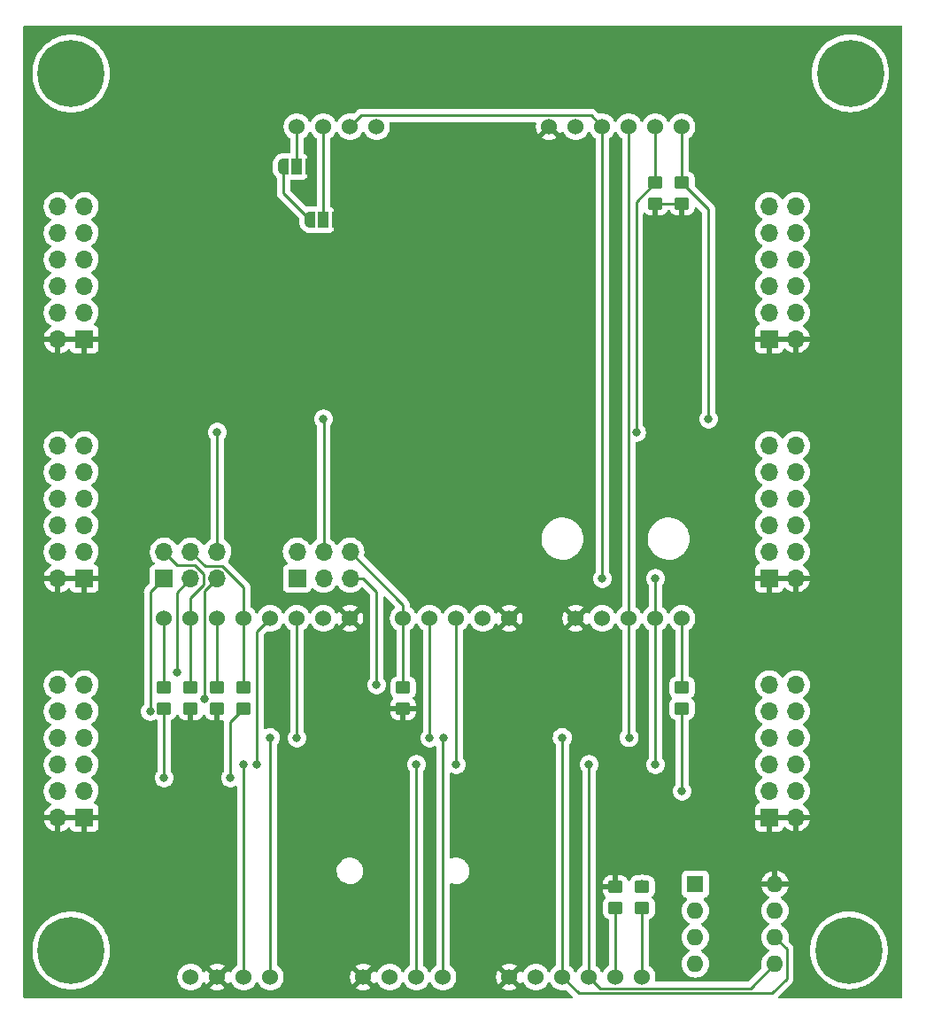
<source format=gbr>
%TF.GenerationSoftware,KiCad,Pcbnew,(6.0.5)*%
%TF.CreationDate,2022-07-15T12:31:05+02:00*%
%TF.ProjectId,i2c_modules,6932635f-6d6f-4647-956c-65732e6b6963,rev?*%
%TF.SameCoordinates,Original*%
%TF.FileFunction,Copper,L1,Top*%
%TF.FilePolarity,Positive*%
%FSLAX46Y46*%
G04 Gerber Fmt 4.6, Leading zero omitted, Abs format (unit mm)*
G04 Created by KiCad (PCBNEW (6.0.5)) date 2022-07-15 12:31:05*
%MOMM*%
%LPD*%
G01*
G04 APERTURE LIST*
G04 Aperture macros list*
%AMRoundRect*
0 Rectangle with rounded corners*
0 $1 Rounding radius*
0 $2 $3 $4 $5 $6 $7 $8 $9 X,Y pos of 4 corners*
0 Add a 4 corners polygon primitive as box body*
4,1,4,$2,$3,$4,$5,$6,$7,$8,$9,$2,$3,0*
0 Add four circle primitives for the rounded corners*
1,1,$1+$1,$2,$3*
1,1,$1+$1,$4,$5*
1,1,$1+$1,$6,$7*
1,1,$1+$1,$8,$9*
0 Add four rect primitives between the rounded corners*
20,1,$1+$1,$2,$3,$4,$5,0*
20,1,$1+$1,$4,$5,$6,$7,0*
20,1,$1+$1,$6,$7,$8,$9,0*
20,1,$1+$1,$8,$9,$2,$3,0*%
%AMFreePoly0*
4,1,22,0.550000,-0.750000,0.000000,-0.750000,0.000000,-0.745033,-0.079941,-0.743568,-0.215256,-0.701293,-0.333266,-0.622738,-0.424486,-0.514219,-0.481581,-0.384460,-0.499164,-0.250000,-0.500000,-0.250000,-0.500000,0.250000,-0.499164,0.250000,-0.499963,0.256109,-0.478152,0.396186,-0.417904,0.524511,-0.324060,0.630769,-0.204165,0.706417,-0.067858,0.745374,0.000000,0.744959,0.000000,0.750000,
0.550000,0.750000,0.550000,-0.750000,0.550000,-0.750000,$1*%
%AMFreePoly1*
4,1,20,0.000000,0.744959,0.073905,0.744508,0.209726,0.703889,0.328688,0.626782,0.421226,0.519385,0.479903,0.390333,0.500000,0.250000,0.500000,-0.250000,0.499851,-0.262216,0.476331,-0.402017,0.414519,-0.529596,0.319384,-0.634700,0.198574,-0.708877,0.061801,-0.746166,0.000000,-0.745033,0.000000,-0.750000,-0.550000,-0.750000,-0.550000,0.750000,0.000000,0.750000,0.000000,0.744959,
0.000000,0.744959,$1*%
G04 Aperture macros list end*
%TA.AperFunction,ComponentPad*%
%ADD10C,1.524000*%
%TD*%
%TA.AperFunction,ComponentPad*%
%ADD11R,1.700000X1.700000*%
%TD*%
%TA.AperFunction,ComponentPad*%
%ADD12O,1.700000X1.700000*%
%TD*%
%TA.AperFunction,ComponentPad*%
%ADD13R,1.600000X1.600000*%
%TD*%
%TA.AperFunction,ComponentPad*%
%ADD14O,1.600000X1.600000*%
%TD*%
%TA.AperFunction,SMDPad,CuDef*%
%ADD15RoundRect,0.250000X0.450000X-0.350000X0.450000X0.350000X-0.450000X0.350000X-0.450000X-0.350000X0*%
%TD*%
%TA.AperFunction,SMDPad,CuDef*%
%ADD16RoundRect,0.250000X-0.450000X0.350000X-0.450000X-0.350000X0.450000X-0.350000X0.450000X0.350000X0*%
%TD*%
%TA.AperFunction,ComponentPad*%
%ADD17C,0.800000*%
%TD*%
%TA.AperFunction,ComponentPad*%
%ADD18C,6.400000*%
%TD*%
%TA.AperFunction,SMDPad,CuDef*%
%ADD19FreePoly0,180.000000*%
%TD*%
%TA.AperFunction,SMDPad,CuDef*%
%ADD20R,1.000000X1.500000*%
%TD*%
%TA.AperFunction,SMDPad,CuDef*%
%ADD21FreePoly1,180.000000*%
%TD*%
%TA.AperFunction,ViaPad*%
%ADD22C,0.800000*%
%TD*%
%TA.AperFunction,Conductor*%
%ADD23C,0.250000*%
%TD*%
G04 APERTURE END LIST*
D10*
%TO.P,U1,1,VCC*%
%TO.N,VCC*%
X104140000Y-100330000D03*
%TO.P,U1,2,GND*%
%TO.N,GND*%
X101600000Y-100330000D03*
%TO.P,U1,3,SDA*%
%TO.N,SDA*%
X99060000Y-100330000D03*
%TO.P,U1,4,SCL*%
%TO.N,SCL*%
X96520000Y-100330000D03*
%TO.P,U1,5,OS*%
%TO.N,LM75B_OS*%
X93980000Y-100330000D03*
%TD*%
%TO.P,U2,1,ADDR*%
%TO.N,BH1750_ADDR*%
X120650000Y-100330000D03*
%TO.P,U2,2,SDA*%
%TO.N,SDA*%
X118110000Y-100330000D03*
%TO.P,U2,3,SCL*%
%TO.N,SCL*%
X115570000Y-100330000D03*
%TO.P,U2,4,GND*%
%TO.N,GND*%
X113030000Y-100330000D03*
%TO.P,U2,5,VCC*%
%TO.N,VCC*%
X110490000Y-100330000D03*
%TD*%
%TO.P,U3,1,GND*%
%TO.N,GND*%
X73660000Y-134620000D03*
%TO.P,U3,2,VCC*%
%TO.N,VCC*%
X76200000Y-134620000D03*
%TO.P,U3,3,SDA*%
%TO.N,SDA*%
X78740000Y-134620000D03*
%TO.P,U3,4,SCL*%
%TO.N,SCL*%
X81280000Y-134620000D03*
%TD*%
%TO.P,U4,1,VCC*%
%TO.N,VCC*%
X90170000Y-134620000D03*
%TO.P,U4,2,GND*%
%TO.N,GND*%
X92710000Y-134620000D03*
%TO.P,U4,3,SDA*%
%TO.N,SDA*%
X95250000Y-134620000D03*
%TO.P,U4,4,SCL*%
%TO.N,SCL*%
X97790000Y-134620000D03*
%TD*%
%TO.P,U5,1,INT*%
%TO.N,PCF8563_~{INT}*%
X120650000Y-53340000D03*
%TO.P,U5,2,COT*%
%TO.N,PCF8563_CLKOUT*%
X118110000Y-53340000D03*
%TO.P,U5,3,SCL*%
%TO.N,SCL*%
X115570000Y-53340000D03*
%TO.P,U5,4,SDA*%
%TO.N,SDA*%
X113030000Y-53340000D03*
%TO.P,U5,5,GND*%
%TO.N,GND*%
X110490000Y-53340000D03*
%TO.P,U5,6,VCC*%
%TO.N,VCC*%
X107950000Y-53340000D03*
%TD*%
%TO.P,U9,1,VCC*%
%TO.N,VCC*%
X104140000Y-134620000D03*
%TO.P,U9,2,GND*%
%TO.N,GND*%
X106680000Y-134620000D03*
%TO.P,U9,3,SCL*%
%TO.N,SCL*%
X109220000Y-134620000D03*
%TO.P,U9,4,SDA*%
%TO.N,SDA*%
X111760000Y-134620000D03*
%TO.P,U9,5,~{CS}*%
%TO.N,BMP_I2C*%
X114300000Y-134620000D03*
%TO.P,U9,6,SDO*%
%TO.N,BMP_ADDR*%
X116840000Y-134620000D03*
%TD*%
%TO.P,U6,1,VCC*%
%TO.N,VCC*%
X88900000Y-100330000D03*
%TO.P,U6,2,GND*%
%TO.N,GND*%
X86360000Y-100330000D03*
%TO.P,U6,3,SCL*%
%TO.N,SCL*%
X83820000Y-100330000D03*
%TO.P,U6,4,SDA*%
%TO.N,SDA*%
X81280000Y-100330000D03*
%TO.P,U6,5,WAK*%
%TO.N,CCS811_~{WAKE}*%
X78740000Y-100330000D03*
%TO.P,U6,6,INT*%
%TO.N,CSS811_INT*%
X76200000Y-100330000D03*
%TO.P,U6,7,RST*%
%TO.N,CCS811_~{RESET}*%
X73660000Y-100330000D03*
%TO.P,U6,8,ADD*%
%TO.N,CSS811_ADDR*%
X71120000Y-100330000D03*
%TD*%
D11*
%TO.P,J1,1,Pin_1*%
%TO.N,VCC*%
X63500000Y-119380000D03*
D12*
%TO.P,J1,2,Pin_2*%
X60960000Y-119380000D03*
%TO.P,J1,3,Pin_3*%
%TO.N,GND*%
X63500000Y-116840000D03*
%TO.P,J1,4,Pin_4*%
X60960000Y-116840000D03*
%TO.P,J1,5,Pin_5*%
%TO.N,SDA*%
X63500000Y-114300000D03*
%TO.P,J1,6,Pin_6*%
%TO.N,IO4*%
X60960000Y-114300000D03*
%TO.P,J1,7,Pin_7*%
%TO.N,SCL*%
X63500000Y-111760000D03*
%TO.P,J1,8,Pin_8*%
%TO.N,IO3*%
X60960000Y-111760000D03*
%TO.P,J1,9,Pin_9*%
%TO.N,RESET*%
X63500000Y-109220000D03*
%TO.P,J1,10,Pin_10*%
%TO.N,IO2*%
X60960000Y-109220000D03*
%TO.P,J1,11,Pin_11*%
%TO.N,INT*%
X63500000Y-106680000D03*
%TO.P,J1,12,Pin_12*%
%TO.N,IO1*%
X60960000Y-106680000D03*
%TD*%
D11*
%TO.P,J2,1,Pin_1*%
%TO.N,VCC*%
X63500000Y-96520000D03*
D12*
%TO.P,J2,2,Pin_2*%
X60960000Y-96520000D03*
%TO.P,J2,3,Pin_3*%
%TO.N,GND*%
X63500000Y-93980000D03*
%TO.P,J2,4,Pin_4*%
X60960000Y-93980000D03*
%TO.P,J2,5,Pin_5*%
%TO.N,PMOD_UART_RTS*%
X63500000Y-91440000D03*
%TO.P,J2,6,Pin_6*%
%TO.N,PMOD_UART_GPIO4*%
X60960000Y-91440000D03*
%TO.P,J2,7,Pin_7*%
%TO.N,PMOD_UART_RXD*%
X63500000Y-88900000D03*
%TO.P,J2,8,Pin_8*%
%TO.N,PMOD_UART_GPIO3*%
X60960000Y-88900000D03*
%TO.P,J2,9,Pin_9*%
%TO.N,PMOD_UART_TXD*%
X63500000Y-86360000D03*
%TO.P,J2,10,Pin_10*%
%TO.N,PMOD_UART_RESET*%
X60960000Y-86360000D03*
%TO.P,J2,11,Pin_11*%
%TO.N,PMOD_UART_CTS*%
X63500000Y-83820000D03*
%TO.P,J2,12,Pin_12*%
%TO.N,PMOD_UART_INT*%
X60960000Y-83820000D03*
%TD*%
D11*
%TO.P,J3,1,Pin_1*%
%TO.N,VCC*%
X63500000Y-73660000D03*
D12*
%TO.P,J3,2,Pin_2*%
X60960000Y-73660000D03*
%TO.P,J3,3,Pin_3*%
%TO.N,GND*%
X63500000Y-71120000D03*
%TO.P,J3,4,Pin_4*%
X60960000Y-71120000D03*
%TO.P,J3,5,Pin_5*%
%TO.N,PMOD_SPI_SCK*%
X63500000Y-68580000D03*
%TO.P,J3,6,Pin_6*%
%TO.N,PMOD_SPI_CS3*%
X60960000Y-68580000D03*
%TO.P,J3,7,Pin_7*%
%TO.N,PMOD_SPI_MISO*%
X63500000Y-66040000D03*
%TO.P,J3,8,Pin_8*%
%TO.N,PMOD_SPI_CS2*%
X60960000Y-66040000D03*
%TO.P,J3,9,Pin_9*%
%TO.N,PMOD_SPI_MOSI*%
X63500000Y-63500000D03*
%TO.P,J3,10,Pin_10*%
%TO.N,PMOD_SPI_RESET*%
X60960000Y-63500000D03*
%TO.P,J3,11,Pin_11*%
%TO.N,PMOD_SPI_CS*%
X63500000Y-60960000D03*
%TO.P,J3,12,Pin_12*%
%TO.N,PMOD_SPI_INT*%
X60960000Y-60960000D03*
%TD*%
D13*
%TO.P,U7,1,A0*%
%TO.N,GND*%
X121930000Y-125740000D03*
D14*
%TO.P,U7,2,A1*%
X121930000Y-128280000D03*
%TO.P,U7,3,A2*%
X121930000Y-130820000D03*
%TO.P,U7,4,GND*%
X121930000Y-133360000D03*
%TO.P,U7,5,SDA*%
%TO.N,SDA*%
X129550000Y-133360000D03*
%TO.P,U7,6,SCL*%
%TO.N,SCL*%
X129550000Y-130820000D03*
%TO.P,U7,7,WP*%
%TO.N,GND*%
X129550000Y-128280000D03*
%TO.P,U7,8,VCC*%
%TO.N,VCC*%
X129550000Y-125740000D03*
%TD*%
D15*
%TO.P,R1,1*%
%TO.N,VCC*%
X118110000Y-60690000D03*
%TO.P,R1,2*%
%TO.N,PCF8563_CLKOUT*%
X118110000Y-58690000D03*
%TD*%
D16*
%TO.P,R2,1*%
%TO.N,VCC*%
X114300000Y-126000000D03*
%TO.P,R2,2*%
%TO.N,BMP_I2C*%
X114300000Y-128000000D03*
%TD*%
D15*
%TO.P,R3,1*%
%TO.N,VCC*%
X120650000Y-60690000D03*
%TO.P,R3,2*%
%TO.N,PCF8563_~{INT}*%
X120650000Y-58690000D03*
%TD*%
%TO.P,R4,1*%
%TO.N,GND*%
X120650000Y-108950000D03*
%TO.P,R4,2*%
%TO.N,BH1750_ADDR*%
X120650000Y-106950000D03*
%TD*%
%TO.P,R5,1*%
%TO.N,GND*%
X71120000Y-108950000D03*
%TO.P,R5,2*%
%TO.N,CSS811_ADDR*%
X71120000Y-106950000D03*
%TD*%
%TO.P,R6,1*%
%TO.N,VCC*%
X93980000Y-108950000D03*
%TO.P,R6,2*%
%TO.N,LM75B_OS*%
X93980000Y-106950000D03*
%TD*%
%TO.P,R7,1*%
%TO.N,VCC*%
X73660000Y-108950000D03*
%TO.P,R7,2*%
%TO.N,CCS811_~{RESET}*%
X73660000Y-106950000D03*
%TD*%
%TO.P,R8,1*%
%TO.N,VCC*%
X76200000Y-108950000D03*
%TO.P,R8,2*%
%TO.N,CSS811_INT*%
X76200000Y-106950000D03*
%TD*%
D16*
%TO.P,R9,1*%
%TO.N,GND*%
X116840000Y-126000000D03*
%TO.P,R9,2*%
%TO.N,BMP_ADDR*%
X116840000Y-128000000D03*
%TD*%
D15*
%TO.P,R10,1*%
%TO.N,GND*%
X78740000Y-108950000D03*
%TO.P,R10,2*%
%TO.N,CCS811_~{WAKE}*%
X78740000Y-106950000D03*
%TD*%
D11*
%TO.P,J4,1,Pin_1*%
%TO.N,VCC*%
X128995000Y-119355000D03*
D12*
%TO.P,J4,2,Pin_2*%
X131535000Y-119355000D03*
%TO.P,J4,3,Pin_3*%
%TO.N,GND*%
X128995000Y-116815000D03*
%TO.P,J4,4,Pin_4*%
X131535000Y-116815000D03*
%TO.P,J4,5,Pin_5*%
%TO.N,SDA*%
X128995000Y-114275000D03*
%TO.P,J4,6,Pin_6*%
%TO.N,IO4*%
X131535000Y-114275000D03*
%TO.P,J4,7,Pin_7*%
%TO.N,SCL*%
X128995000Y-111735000D03*
%TO.P,J4,8,Pin_8*%
%TO.N,IO3*%
X131535000Y-111735000D03*
%TO.P,J4,9,Pin_9*%
%TO.N,RESET*%
X128995000Y-109195000D03*
%TO.P,J4,10,Pin_10*%
%TO.N,IO2*%
X131535000Y-109195000D03*
%TO.P,J4,11,Pin_11*%
%TO.N,INT*%
X128995000Y-106655000D03*
%TO.P,J4,12,Pin_12*%
%TO.N,IO1*%
X131535000Y-106655000D03*
%TD*%
D11*
%TO.P,J5,1,Pin_1*%
%TO.N,VCC*%
X128995000Y-96495000D03*
D12*
%TO.P,J5,2,Pin_2*%
X131535000Y-96495000D03*
%TO.P,J5,3,Pin_3*%
%TO.N,GND*%
X128995000Y-93955000D03*
%TO.P,J5,4,Pin_4*%
X131535000Y-93955000D03*
%TO.P,J5,5,Pin_5*%
%TO.N,PMOD_UART_RTS*%
X128995000Y-91415000D03*
%TO.P,J5,6,Pin_6*%
%TO.N,PMOD_UART_GPIO4*%
X131535000Y-91415000D03*
%TO.P,J5,7,Pin_7*%
%TO.N,PMOD_UART_RXD*%
X128995000Y-88875000D03*
%TO.P,J5,8,Pin_8*%
%TO.N,PMOD_UART_GPIO3*%
X131535000Y-88875000D03*
%TO.P,J5,9,Pin_9*%
%TO.N,PMOD_UART_TXD*%
X128995000Y-86335000D03*
%TO.P,J5,10,Pin_10*%
%TO.N,PMOD_UART_RESET*%
X131535000Y-86335000D03*
%TO.P,J5,11,Pin_11*%
%TO.N,PMOD_UART_CTS*%
X128995000Y-83795000D03*
%TO.P,J5,12,Pin_12*%
%TO.N,PMOD_UART_INT*%
X131535000Y-83795000D03*
%TD*%
D11*
%TO.P,J6,1,Pin_1*%
%TO.N,VCC*%
X128995000Y-73635000D03*
D12*
%TO.P,J6,2,Pin_2*%
X131535000Y-73635000D03*
%TO.P,J6,3,Pin_3*%
%TO.N,GND*%
X128995000Y-71095000D03*
%TO.P,J6,4,Pin_4*%
X131535000Y-71095000D03*
%TO.P,J6,5,Pin_5*%
%TO.N,PMOD_SPI_SCK*%
X128995000Y-68555000D03*
%TO.P,J6,6,Pin_6*%
%TO.N,PMOD_SPI_CS3*%
X131535000Y-68555000D03*
%TO.P,J6,7,Pin_7*%
%TO.N,PMOD_SPI_MISO*%
X128995000Y-66015000D03*
%TO.P,J6,8,Pin_8*%
%TO.N,PMOD_SPI_CS2*%
X131535000Y-66015000D03*
%TO.P,J6,9,Pin_9*%
%TO.N,PMOD_SPI_MOSI*%
X128995000Y-63475000D03*
%TO.P,J6,10,Pin_10*%
%TO.N,PMOD_SPI_RESET*%
X131535000Y-63475000D03*
%TO.P,J6,11,Pin_11*%
%TO.N,PMOD_SPI_CS*%
X128995000Y-60935000D03*
%TO.P,J6,12,Pin_12*%
%TO.N,PMOD_SPI_INT*%
X131535000Y-60935000D03*
%TD*%
D17*
%TO.P,H1,1*%
%TO.N,N/C*%
X62230000Y-45860000D03*
X63927056Y-46562944D03*
X63927056Y-49957056D03*
X59830000Y-48260000D03*
X64630000Y-48260000D03*
D18*
X62230000Y-48260000D03*
D17*
X62230000Y-50660000D03*
X60532944Y-46562944D03*
X60532944Y-49957056D03*
%TD*%
%TO.P,H2,1*%
%TO.N,N/C*%
X60532944Y-130382944D03*
X62230000Y-134480000D03*
X64630000Y-132080000D03*
X63927056Y-133777056D03*
D18*
X62230000Y-132080000D03*
D17*
X60532944Y-133777056D03*
X63927056Y-130382944D03*
X62230000Y-129680000D03*
X59830000Y-132080000D03*
%TD*%
%TO.P,H3,1*%
%TO.N,N/C*%
X136755000Y-50635000D03*
X136755000Y-45835000D03*
X138452056Y-49932056D03*
X134355000Y-48235000D03*
X138452056Y-46537944D03*
X135057944Y-46537944D03*
X135057944Y-49932056D03*
X139155000Y-48235000D03*
D18*
X136755000Y-48235000D03*
%TD*%
D17*
%TO.P,H4,1*%
%TO.N,N/C*%
X134215000Y-132055000D03*
X138312056Y-133752056D03*
X139015000Y-132055000D03*
X134917944Y-133752056D03*
X134917944Y-130357944D03*
X138312056Y-130357944D03*
X136615000Y-129655000D03*
D18*
X136615000Y-132055000D03*
D17*
X136615000Y-134455000D03*
%TD*%
D10*
%TO.P,U8,1,PWR*%
%TO.N,OLED_PWR_1*%
X83820000Y-53340000D03*
%TO.P,U8,2,PWR*%
%TO.N,OLED_PWR_2*%
X86360000Y-53340000D03*
%TO.P,U8,3,SDA*%
%TO.N,SDA*%
X88900000Y-53340000D03*
%TO.P,U8,4,SCL*%
%TO.N,SCL*%
X91440000Y-53340000D03*
%TD*%
D19*
%TO.P,JP1,1,A*%
%TO.N,VCC*%
X85120000Y-57150000D03*
D20*
%TO.P,JP1,2,C*%
%TO.N,OLED_PWR_1*%
X83820000Y-57150000D03*
D21*
%TO.P,JP1,3,B*%
%TO.N,GND*%
X82520000Y-57150000D03*
%TD*%
D11*
%TO.P,J8,1,Pin_1*%
%TO.N,RESET*%
X71120000Y-96520000D03*
D12*
%TO.P,J8,2,Pin_2*%
%TO.N,CCS811_~{RESET}*%
X71120000Y-93980000D03*
%TO.P,J8,3,Pin_3*%
%TO.N,IO1*%
X73660000Y-96520000D03*
%TO.P,J8,4,Pin_4*%
%TO.N,CCS811_~{WAKE}*%
X73660000Y-93980000D03*
%TO.P,J8,5,Pin_5*%
%TO.N,IO2*%
X76200000Y-96520000D03*
%TO.P,J8,6,Pin_6*%
%TO.N,PCF8563_CLKOUT*%
X76200000Y-93980000D03*
%TD*%
D19*
%TO.P,JP2,1,A*%
%TO.N,VCC*%
X87660000Y-62230000D03*
D20*
%TO.P,JP2,2,C*%
%TO.N,OLED_PWR_2*%
X86360000Y-62230000D03*
D21*
%TO.P,JP2,3,B*%
%TO.N,GND*%
X85060000Y-62230000D03*
%TD*%
D11*
%TO.P,J7,1,Pin_1*%
%TO.N,INT*%
X83835000Y-96520000D03*
D12*
%TO.P,J7,2,Pin_2*%
%TO.N,CSS811_INT*%
X83835000Y-93980000D03*
%TO.P,J7,3,Pin_3*%
%TO.N,INT*%
X86375000Y-96520000D03*
%TO.P,J7,4,Pin_4*%
%TO.N,PCF8563_~{INT}*%
X86375000Y-93980000D03*
%TO.P,J7,5,Pin_5*%
%TO.N,INT*%
X88915000Y-96520000D03*
%TO.P,J7,6,Pin_6*%
%TO.N,LM75B_OS*%
X88915000Y-93980000D03*
%TD*%
D22*
%TO.N,SCL*%
X115595000Y-111735000D03*
X96520000Y-111760000D03*
X109195000Y-111735000D03*
X97815000Y-111735000D03*
X83820000Y-111760000D03*
X81255000Y-111735000D03*
%TO.N,SDA*%
X78740000Y-114300000D03*
X118110000Y-114300000D03*
X111760000Y-114300000D03*
X99060000Y-114300000D03*
X95250000Y-114300000D03*
X113030000Y-96520000D03*
X80010000Y-114300000D03*
X118110000Y-96520000D03*
%TO.N,GND*%
X82550000Y-57150000D03*
X116840000Y-125730000D03*
X120650000Y-116840000D03*
X77470000Y-115570000D03*
X71120000Y-115570000D03*
%TO.N,VCC*%
X90170000Y-57150000D03*
X85090000Y-57150000D03*
%TO.N,RESET*%
X69820500Y-109220000D03*
%TO.N,IO2*%
X75000489Y-108020489D03*
%TO.N,INT*%
X91440000Y-106680000D03*
%TO.N,IO1*%
X72319511Y-105480489D03*
%TO.N,PCF8563_CLKOUT*%
X116294500Y-82550000D03*
X76200000Y-82550000D03*
%TO.N,PCF8563_~{INT}*%
X86360000Y-81280000D03*
X123190000Y-81280000D03*
%TD*%
D23*
%TO.N,SCL*%
X97790000Y-111760000D02*
X97815000Y-111735000D01*
X109220000Y-111760000D02*
X109195000Y-111735000D01*
X97790000Y-134620000D02*
X97790000Y-111760000D01*
X81280000Y-134620000D02*
X81280000Y-111760000D01*
X130674511Y-131944511D02*
X130674511Y-134755489D01*
X96520000Y-100330000D02*
X96520000Y-111760000D01*
X130674511Y-134755489D02*
X129273969Y-136156031D01*
X129550000Y-130820000D02*
X130674511Y-131944511D01*
X129273969Y-136156031D02*
X110756031Y-136156031D01*
X83820000Y-100330000D02*
X83820000Y-111760000D01*
X115570000Y-100330000D02*
X115570000Y-111710000D01*
X115570000Y-53340000D02*
X115570000Y-100330000D01*
X115570000Y-111710000D02*
X115595000Y-111735000D01*
X81280000Y-111760000D02*
X81255000Y-111735000D01*
X110756031Y-136156031D02*
X109220000Y-134620000D01*
X109220000Y-134620000D02*
X109220000Y-111760000D01*
%TO.N,SDA*%
X80010000Y-101600000D02*
X80010000Y-114300000D01*
X129550000Y-133360000D02*
X127203489Y-135706511D01*
X99060000Y-100330000D02*
X99060000Y-114300000D01*
X111760000Y-134620000D02*
X111760000Y-114300000D01*
X113030000Y-53340000D02*
X111943489Y-52253489D01*
X89986511Y-52253489D02*
X88900000Y-53340000D01*
X127203489Y-135706511D02*
X112846511Y-135706511D01*
X111943489Y-52253489D02*
X89986511Y-52253489D01*
X112846511Y-135706511D02*
X111760000Y-134620000D01*
X78740000Y-134620000D02*
X78740000Y-114300000D01*
X118110000Y-96520000D02*
X118110000Y-100330000D01*
X95250000Y-134620000D02*
X95250000Y-114300000D01*
X113030000Y-53340000D02*
X113030000Y-96520000D01*
X81280000Y-100330000D02*
X80010000Y-101600000D01*
X118110000Y-100330000D02*
X118110000Y-114300000D01*
%TO.N,GND*%
X85060000Y-62230000D02*
X82520000Y-59690000D01*
X78740000Y-108950000D02*
X77470000Y-110220000D01*
X77470000Y-110220000D02*
X77470000Y-115570000D01*
X120650000Y-108950000D02*
X120650000Y-116840000D01*
X71120000Y-108950000D02*
X71120000Y-115570000D01*
X82520000Y-59690000D02*
X82520000Y-57150000D01*
%TO.N,VCC*%
X90170000Y-59720000D02*
X90170000Y-57150000D01*
X120650000Y-60690000D02*
X118110000Y-60690000D01*
X87660000Y-62230000D02*
X90170000Y-59720000D01*
%TO.N,RESET*%
X69820500Y-97819500D02*
X69820500Y-109220000D01*
X71120000Y-96520000D02*
X69820500Y-97819500D01*
%TO.N,IO2*%
X76200000Y-96520000D02*
X75000489Y-97719511D01*
X75000489Y-97719511D02*
X75000489Y-108020489D01*
%TO.N,INT*%
X88915000Y-96520000D02*
X90170000Y-96520000D01*
X90170000Y-96520000D02*
X91440000Y-97790000D01*
X91440000Y-97790000D02*
X91440000Y-106680000D01*
%TO.N,IO1*%
X72319511Y-97860489D02*
X72319511Y-105480489D01*
X73660000Y-96520000D02*
X72319511Y-97860489D01*
%TO.N,PCF8563_CLKOUT*%
X118110000Y-58690000D02*
X118110000Y-53340000D01*
X118110000Y-58690000D02*
X116294500Y-60505500D01*
X76200000Y-93980000D02*
X76200000Y-82550000D01*
X116294500Y-60505500D02*
X116294500Y-82550000D01*
%TO.N,BMP_I2C*%
X114300000Y-134620000D02*
X114300000Y-128000000D01*
%TO.N,PCF8563_~{INT}*%
X120650000Y-58690000D02*
X123190000Y-61230000D01*
X123190000Y-61230000D02*
X123190000Y-81280000D01*
X120650000Y-58690000D02*
X120650000Y-53340000D01*
X86375000Y-81295000D02*
X86375000Y-93980000D01*
X86360000Y-81280000D02*
X86375000Y-81295000D01*
%TO.N,BH1750_ADDR*%
X120650000Y-106950000D02*
X120650000Y-100330000D01*
%TO.N,CSS811_ADDR*%
X71120000Y-106950000D02*
X71120000Y-100330000D01*
%TO.N,LM75B_OS*%
X93980000Y-99045000D02*
X93980000Y-100330000D01*
X88915000Y-93980000D02*
X93980000Y-99045000D01*
X93980000Y-106950000D02*
X93980000Y-100330000D01*
%TO.N,CCS811_~{RESET}*%
X74051010Y-95250000D02*
X72390000Y-95250000D01*
X74930000Y-97154282D02*
X74930000Y-96128990D01*
X72390000Y-95250000D02*
X71120000Y-93980000D01*
X73660000Y-98424282D02*
X74930000Y-97154282D01*
X73660000Y-106950000D02*
X73660000Y-100330000D01*
X73660000Y-100330000D02*
X73660000Y-98424282D01*
X74930000Y-96128990D02*
X74051010Y-95250000D01*
%TO.N,CSS811_INT*%
X76200000Y-106950000D02*
X76200000Y-100330000D01*
%TO.N,BMP_ADDR*%
X116840000Y-134620000D02*
X116840000Y-128000000D01*
%TO.N,CCS811_~{WAKE}*%
X73660000Y-93980000D02*
X75025489Y-95345489D01*
X78740000Y-106950000D02*
X78740000Y-100330000D01*
X75025489Y-95345489D02*
X76686499Y-95345489D01*
X78740000Y-97398990D02*
X78740000Y-100330000D01*
X76686499Y-95345489D02*
X78740000Y-97398990D01*
%TO.N,OLED_PWR_1*%
X83820000Y-53340000D02*
X83820000Y-57150000D01*
%TO.N,OLED_PWR_2*%
X86360000Y-53340000D02*
X86360000Y-62230000D01*
%TD*%
%TA.AperFunction,Conductor*%
%TO.N,VCC*%
G36*
X141673621Y-43708502D02*
G01*
X141720114Y-43762158D01*
X141731500Y-43814500D01*
X141731500Y-136525500D01*
X141711498Y-136593621D01*
X141657842Y-136640114D01*
X141605500Y-136651500D01*
X129978594Y-136651500D01*
X129910473Y-136631498D01*
X129863980Y-136577842D01*
X129853876Y-136507568D01*
X129883370Y-136442988D01*
X129889499Y-136436405D01*
X131066758Y-135259146D01*
X131075048Y-135251602D01*
X131081529Y-135247489D01*
X131128170Y-135197821D01*
X131130924Y-135194980D01*
X131150645Y-135175259D01*
X131153123Y-135172064D01*
X131160829Y-135163042D01*
X131185669Y-135136590D01*
X131191097Y-135130810D01*
X131200857Y-135113057D01*
X131211710Y-135096534D01*
X131219264Y-135086795D01*
X131224124Y-135080530D01*
X131241687Y-135039946D01*
X131246894Y-135029316D01*
X131268206Y-134990549D01*
X131270177Y-134982872D01*
X131270179Y-134982867D01*
X131273243Y-134970931D01*
X131279649Y-134952219D01*
X131280272Y-134950781D01*
X131287692Y-134933634D01*
X131294608Y-134889970D01*
X131297015Y-134878349D01*
X131306039Y-134843200D01*
X131306039Y-134843199D01*
X131308011Y-134835519D01*
X131308011Y-134815258D01*
X131309562Y-134795547D01*
X131311490Y-134783374D01*
X131312730Y-134775546D01*
X131308570Y-134731535D01*
X131308011Y-134719678D01*
X131308011Y-132055000D01*
X132901411Y-132055000D01*
X132921754Y-132443176D01*
X132922267Y-132446416D01*
X132922268Y-132446424D01*
X132933241Y-132515700D01*
X132982562Y-132827099D01*
X133083167Y-133202562D01*
X133084352Y-133205650D01*
X133084353Y-133205652D01*
X133093950Y-133230652D01*
X133222468Y-133565453D01*
X133223966Y-133568393D01*
X133346686Y-133809243D01*
X133398938Y-133911794D01*
X133400734Y-133914560D01*
X133400736Y-133914563D01*
X133591423Y-134208197D01*
X133610643Y-134237793D01*
X133711468Y-134362301D01*
X133822853Y-134499849D01*
X133855266Y-134539876D01*
X134130124Y-134814734D01*
X134132682Y-134816806D01*
X134132686Y-134816809D01*
X134267287Y-134925807D01*
X134432207Y-135059357D01*
X134434970Y-135061152D01*
X134434971Y-135061152D01*
X134744536Y-135262185D01*
X134758205Y-135271062D01*
X134761139Y-135272557D01*
X134761146Y-135272561D01*
X134842750Y-135314140D01*
X135104547Y-135447532D01*
X135467438Y-135586833D01*
X135842901Y-135687438D01*
X136046793Y-135719732D01*
X136223576Y-135747732D01*
X136223584Y-135747733D01*
X136226824Y-135748246D01*
X136615000Y-135768589D01*
X137003176Y-135748246D01*
X137006416Y-135747733D01*
X137006424Y-135747732D01*
X137183207Y-135719732D01*
X137387099Y-135687438D01*
X137762562Y-135586833D01*
X138125453Y-135447532D01*
X138387250Y-135314140D01*
X138468854Y-135272561D01*
X138468861Y-135272557D01*
X138471795Y-135271062D01*
X138485465Y-135262185D01*
X138795029Y-135061152D01*
X138795030Y-135061152D01*
X138797793Y-135059357D01*
X138962713Y-134925807D01*
X139097314Y-134816809D01*
X139097318Y-134816806D01*
X139099876Y-134814734D01*
X139374734Y-134539876D01*
X139407148Y-134499849D01*
X139518532Y-134362301D01*
X139619357Y-134237793D01*
X139638577Y-134208197D01*
X139829264Y-133914563D01*
X139829266Y-133914560D01*
X139831062Y-133911794D01*
X139883315Y-133809243D01*
X140006034Y-133568393D01*
X140007532Y-133565453D01*
X140136050Y-133230652D01*
X140145647Y-133205652D01*
X140145648Y-133205650D01*
X140146833Y-133202562D01*
X140247438Y-132827099D01*
X140296759Y-132515700D01*
X140307732Y-132446424D01*
X140307733Y-132446416D01*
X140308246Y-132443176D01*
X140328589Y-132055000D01*
X140308246Y-131666824D01*
X140302490Y-131630477D01*
X140278141Y-131476749D01*
X140247438Y-131282901D01*
X140146833Y-130907438D01*
X140007532Y-130544547D01*
X139921687Y-130376067D01*
X139832561Y-130201147D01*
X139832557Y-130201140D01*
X139831062Y-130198206D01*
X139619357Y-129872207D01*
X139465716Y-129682477D01*
X139376809Y-129572686D01*
X139376806Y-129572682D01*
X139374734Y-129570124D01*
X139099876Y-129295266D01*
X138797793Y-129050643D01*
X138777859Y-129037698D01*
X138474564Y-128840736D01*
X138474561Y-128840734D01*
X138471795Y-128838938D01*
X138468861Y-128837443D01*
X138468854Y-128837439D01*
X138128393Y-128663966D01*
X138125453Y-128662468D01*
X137762562Y-128523167D01*
X137387099Y-128422562D01*
X137164264Y-128387268D01*
X137006424Y-128362268D01*
X137006416Y-128362267D01*
X137003176Y-128361754D01*
X136615000Y-128341411D01*
X136226824Y-128361754D01*
X136223584Y-128362267D01*
X136223576Y-128362268D01*
X136065736Y-128387268D01*
X135842901Y-128422562D01*
X135467438Y-128523167D01*
X135104547Y-128662468D01*
X135101607Y-128663966D01*
X134761147Y-128837439D01*
X134761140Y-128837443D01*
X134758206Y-128838938D01*
X134755440Y-128840734D01*
X134755437Y-128840736D01*
X134582340Y-128953146D01*
X134432207Y-129050643D01*
X134130124Y-129295266D01*
X133855266Y-129570124D01*
X133853194Y-129572682D01*
X133853191Y-129572686D01*
X133764284Y-129682477D01*
X133610643Y-129872207D01*
X133398938Y-130198206D01*
X133397443Y-130201140D01*
X133397439Y-130201147D01*
X133308313Y-130376067D01*
X133222468Y-130544547D01*
X133083167Y-130907438D01*
X132982562Y-131282901D01*
X132951859Y-131476749D01*
X132927511Y-131630477D01*
X132921754Y-131666824D01*
X132901411Y-132055000D01*
X131308011Y-132055000D01*
X131308011Y-132023279D01*
X131308538Y-132012096D01*
X131310213Y-132004603D01*
X131308073Y-131936512D01*
X131308011Y-131932555D01*
X131308011Y-131904655D01*
X131307507Y-131900664D01*
X131306574Y-131888822D01*
X131305434Y-131852547D01*
X131305185Y-131844622D01*
X131302973Y-131837008D01*
X131302972Y-131837003D01*
X131299534Y-131825170D01*
X131295523Y-131805806D01*
X131293978Y-131793575D01*
X131292985Y-131785714D01*
X131290068Y-131778347D01*
X131290067Y-131778342D01*
X131276709Y-131744603D01*
X131272865Y-131733376D01*
X131262741Y-131698533D01*
X131260529Y-131690918D01*
X131250218Y-131673483D01*
X131241523Y-131655735D01*
X131234063Y-131636894D01*
X131208075Y-131601124D01*
X131201559Y-131591204D01*
X131183091Y-131559976D01*
X131183089Y-131559973D01*
X131179053Y-131553149D01*
X131164732Y-131538828D01*
X131151891Y-131523794D01*
X131144642Y-131513817D01*
X131139983Y-131507404D01*
X131105906Y-131479213D01*
X131097127Y-131471223D01*
X130859152Y-131233248D01*
X130825126Y-131170936D01*
X130826541Y-131111541D01*
X130842118Y-131053409D01*
X130842120Y-131053398D01*
X130843543Y-131048087D01*
X130863498Y-130820000D01*
X130843543Y-130591913D01*
X130830851Y-130544547D01*
X130785707Y-130376067D01*
X130785706Y-130376065D01*
X130784284Y-130370757D01*
X130716852Y-130226147D01*
X130689849Y-130168238D01*
X130689846Y-130168233D01*
X130687523Y-130163251D01*
X130556198Y-129975700D01*
X130394300Y-129813802D01*
X130389792Y-129810645D01*
X130389789Y-129810643D01*
X130311611Y-129755902D01*
X130206749Y-129682477D01*
X130201767Y-129680154D01*
X130201762Y-129680151D01*
X130167543Y-129664195D01*
X130114258Y-129617278D01*
X130094797Y-129549001D01*
X130115339Y-129481041D01*
X130167543Y-129435805D01*
X130201762Y-129419849D01*
X130201767Y-129419846D01*
X130206749Y-129417523D01*
X130311611Y-129344098D01*
X130389789Y-129289357D01*
X130389792Y-129289355D01*
X130394300Y-129286198D01*
X130556198Y-129124300D01*
X130573148Y-129100094D01*
X130616838Y-129037698D01*
X130687523Y-128936749D01*
X130689846Y-128931767D01*
X130689849Y-128931762D01*
X130781961Y-128734225D01*
X130781961Y-128734224D01*
X130784284Y-128729243D01*
X130802177Y-128662468D01*
X130842119Y-128513402D01*
X130842119Y-128513400D01*
X130843543Y-128508087D01*
X130863498Y-128280000D01*
X130843543Y-128051913D01*
X130784284Y-127830757D01*
X130781961Y-127825775D01*
X130689849Y-127628238D01*
X130689846Y-127628233D01*
X130687523Y-127623251D01*
X130614098Y-127518389D01*
X130559357Y-127440211D01*
X130559355Y-127440208D01*
X130556198Y-127435700D01*
X130394300Y-127273802D01*
X130389792Y-127270645D01*
X130389789Y-127270643D01*
X130311611Y-127215902D01*
X130206749Y-127142477D01*
X130201767Y-127140154D01*
X130201762Y-127140151D01*
X130166951Y-127123919D01*
X130113666Y-127077002D01*
X130094205Y-127008725D01*
X130114747Y-126940765D01*
X130166951Y-126895529D01*
X130201511Y-126879414D01*
X130211007Y-126873931D01*
X130389467Y-126748972D01*
X130397875Y-126741916D01*
X130551916Y-126587875D01*
X130558972Y-126579467D01*
X130683931Y-126401007D01*
X130689414Y-126391511D01*
X130781490Y-126194053D01*
X130785236Y-126183761D01*
X130831394Y-126011497D01*
X130831058Y-125997401D01*
X130823116Y-125994000D01*
X128282033Y-125994000D01*
X128268502Y-125997973D01*
X128267273Y-126006522D01*
X128314764Y-126183761D01*
X128318510Y-126194053D01*
X128410586Y-126391511D01*
X128416069Y-126401007D01*
X128541028Y-126579467D01*
X128548084Y-126587875D01*
X128702125Y-126741916D01*
X128710533Y-126748972D01*
X128888993Y-126873931D01*
X128898489Y-126879414D01*
X128933049Y-126895529D01*
X128986334Y-126942446D01*
X129005795Y-127010723D01*
X128985253Y-127078683D01*
X128933049Y-127123919D01*
X128898238Y-127140151D01*
X128898233Y-127140154D01*
X128893251Y-127142477D01*
X128788389Y-127215902D01*
X128710211Y-127270643D01*
X128710208Y-127270645D01*
X128705700Y-127273802D01*
X128543802Y-127435700D01*
X128540645Y-127440208D01*
X128540643Y-127440211D01*
X128485902Y-127518389D01*
X128412477Y-127623251D01*
X128410154Y-127628233D01*
X128410151Y-127628238D01*
X128318039Y-127825775D01*
X128315716Y-127830757D01*
X128256457Y-128051913D01*
X128236502Y-128280000D01*
X128256457Y-128508087D01*
X128257881Y-128513400D01*
X128257881Y-128513402D01*
X128297824Y-128662468D01*
X128315716Y-128729243D01*
X128318039Y-128734224D01*
X128318039Y-128734225D01*
X128410151Y-128931762D01*
X128410154Y-128931767D01*
X128412477Y-128936749D01*
X128483162Y-129037698D01*
X128526853Y-129100094D01*
X128543802Y-129124300D01*
X128705700Y-129286198D01*
X128710208Y-129289355D01*
X128710211Y-129289357D01*
X128788389Y-129344098D01*
X128893251Y-129417523D01*
X128898233Y-129419846D01*
X128898238Y-129419849D01*
X128932457Y-129435805D01*
X128985742Y-129482722D01*
X129005203Y-129550999D01*
X128984661Y-129618959D01*
X128932457Y-129664195D01*
X128898238Y-129680151D01*
X128898233Y-129680154D01*
X128893251Y-129682477D01*
X128788389Y-129755902D01*
X128710211Y-129810643D01*
X128710208Y-129810645D01*
X128705700Y-129813802D01*
X128543802Y-129975700D01*
X128412477Y-130163251D01*
X128410154Y-130168233D01*
X128410151Y-130168238D01*
X128383148Y-130226147D01*
X128315716Y-130370757D01*
X128314294Y-130376065D01*
X128314293Y-130376067D01*
X128269149Y-130544547D01*
X128256457Y-130591913D01*
X128236502Y-130820000D01*
X128256457Y-131048087D01*
X128257881Y-131053400D01*
X128257881Y-131053402D01*
X128289375Y-131170936D01*
X128315716Y-131269243D01*
X128318039Y-131274224D01*
X128318039Y-131274225D01*
X128410151Y-131471762D01*
X128410154Y-131471767D01*
X128412477Y-131476749D01*
X128462044Y-131547538D01*
X128499566Y-131601124D01*
X128543802Y-131664300D01*
X128705700Y-131826198D01*
X128710208Y-131829355D01*
X128710211Y-131829357D01*
X128721131Y-131837003D01*
X128893251Y-131957523D01*
X128898233Y-131959846D01*
X128898238Y-131959849D01*
X128932457Y-131975805D01*
X128985742Y-132022722D01*
X129005203Y-132090999D01*
X128984661Y-132158959D01*
X128932457Y-132204195D01*
X128898238Y-132220151D01*
X128898233Y-132220154D01*
X128893251Y-132222477D01*
X128788389Y-132295902D01*
X128710211Y-132350643D01*
X128710208Y-132350645D01*
X128705700Y-132353802D01*
X128543802Y-132515700D01*
X128412477Y-132703251D01*
X128410154Y-132708233D01*
X128410151Y-132708238D01*
X128354726Y-132827099D01*
X128315716Y-132910757D01*
X128256457Y-133131913D01*
X128236502Y-133360000D01*
X128256457Y-133588087D01*
X128257879Y-133593393D01*
X128257882Y-133593409D01*
X128273459Y-133651541D01*
X128271770Y-133722517D01*
X128240848Y-133773248D01*
X127519729Y-134494366D01*
X126977989Y-135036106D01*
X126915677Y-135070132D01*
X126888894Y-135073011D01*
X118198141Y-135073011D01*
X118130020Y-135053009D01*
X118083527Y-134999353D01*
X118073423Y-134929079D01*
X118076435Y-134914399D01*
X118094553Y-134846784D01*
X118094554Y-134846776D01*
X118095978Y-134841463D01*
X118115353Y-134620000D01*
X118095978Y-134398537D01*
X118038440Y-134183804D01*
X117960541Y-134016749D01*
X117946814Y-133987311D01*
X117946811Y-133987306D01*
X117944488Y-133982324D01*
X117941331Y-133977815D01*
X117820136Y-133804730D01*
X117820134Y-133804727D01*
X117816977Y-133800219D01*
X117659781Y-133643023D01*
X117655273Y-133639866D01*
X117655270Y-133639864D01*
X117573498Y-133582607D01*
X117527229Y-133550209D01*
X117482901Y-133494752D01*
X117473500Y-133446996D01*
X117473500Y-133360000D01*
X120616502Y-133360000D01*
X120636457Y-133588087D01*
X120637879Y-133593393D01*
X120637881Y-133593402D01*
X120672478Y-133722517D01*
X120695716Y-133809243D01*
X120698039Y-133814224D01*
X120698039Y-133814225D01*
X120790151Y-134011762D01*
X120790154Y-134011767D01*
X120792477Y-134016749D01*
X120795634Y-134021257D01*
X120913169Y-134189114D01*
X120923802Y-134204300D01*
X121085700Y-134366198D01*
X121090208Y-134369355D01*
X121090211Y-134369357D01*
X121139835Y-134404104D01*
X121273251Y-134497523D01*
X121278233Y-134499846D01*
X121278238Y-134499849D01*
X121475775Y-134591961D01*
X121480757Y-134594284D01*
X121486065Y-134595706D01*
X121486067Y-134595707D01*
X121696598Y-134652119D01*
X121696600Y-134652119D01*
X121701913Y-134653543D01*
X121930000Y-134673498D01*
X122158087Y-134653543D01*
X122163400Y-134652119D01*
X122163402Y-134652119D01*
X122373933Y-134595707D01*
X122373935Y-134595706D01*
X122379243Y-134594284D01*
X122384225Y-134591961D01*
X122581762Y-134499849D01*
X122581767Y-134499846D01*
X122586749Y-134497523D01*
X122720165Y-134404104D01*
X122769789Y-134369357D01*
X122769792Y-134369355D01*
X122774300Y-134366198D01*
X122936198Y-134204300D01*
X122946832Y-134189114D01*
X123064366Y-134021257D01*
X123067523Y-134016749D01*
X123069846Y-134011767D01*
X123069849Y-134011762D01*
X123161961Y-133814225D01*
X123161961Y-133814224D01*
X123164284Y-133809243D01*
X123187523Y-133722517D01*
X123222119Y-133593402D01*
X123222121Y-133593393D01*
X123223543Y-133588087D01*
X123243498Y-133360000D01*
X123223543Y-133131913D01*
X123164284Y-132910757D01*
X123125274Y-132827099D01*
X123069849Y-132708238D01*
X123069846Y-132708233D01*
X123067523Y-132703251D01*
X122936198Y-132515700D01*
X122774300Y-132353802D01*
X122769792Y-132350645D01*
X122769789Y-132350643D01*
X122691611Y-132295902D01*
X122586749Y-132222477D01*
X122581767Y-132220154D01*
X122581762Y-132220151D01*
X122547543Y-132204195D01*
X122494258Y-132157278D01*
X122474797Y-132089001D01*
X122495339Y-132021041D01*
X122547543Y-131975805D01*
X122581762Y-131959849D01*
X122581767Y-131959846D01*
X122586749Y-131957523D01*
X122758869Y-131837003D01*
X122769789Y-131829357D01*
X122769792Y-131829355D01*
X122774300Y-131826198D01*
X122936198Y-131664300D01*
X122980435Y-131601124D01*
X123017956Y-131547538D01*
X123067523Y-131476749D01*
X123069846Y-131471767D01*
X123069849Y-131471762D01*
X123161961Y-131274225D01*
X123161961Y-131274224D01*
X123164284Y-131269243D01*
X123190626Y-131170936D01*
X123222119Y-131053402D01*
X123222119Y-131053400D01*
X123223543Y-131048087D01*
X123243498Y-130820000D01*
X123223543Y-130591913D01*
X123210851Y-130544547D01*
X123165707Y-130376067D01*
X123165706Y-130376065D01*
X123164284Y-130370757D01*
X123096852Y-130226147D01*
X123069849Y-130168238D01*
X123069846Y-130168233D01*
X123067523Y-130163251D01*
X122936198Y-129975700D01*
X122774300Y-129813802D01*
X122769792Y-129810645D01*
X122769789Y-129810643D01*
X122691611Y-129755902D01*
X122586749Y-129682477D01*
X122581767Y-129680154D01*
X122581762Y-129680151D01*
X122547543Y-129664195D01*
X122494258Y-129617278D01*
X122474797Y-129549001D01*
X122495339Y-129481041D01*
X122547543Y-129435805D01*
X122581762Y-129419849D01*
X122581767Y-129419846D01*
X122586749Y-129417523D01*
X122691611Y-129344098D01*
X122769789Y-129289357D01*
X122769792Y-129289355D01*
X122774300Y-129286198D01*
X122936198Y-129124300D01*
X122953148Y-129100094D01*
X122996838Y-129037698D01*
X123067523Y-128936749D01*
X123069846Y-128931767D01*
X123069849Y-128931762D01*
X123161961Y-128734225D01*
X123161961Y-128734224D01*
X123164284Y-128729243D01*
X123182177Y-128662468D01*
X123222119Y-128513402D01*
X123222119Y-128513400D01*
X123223543Y-128508087D01*
X123243498Y-128280000D01*
X123223543Y-128051913D01*
X123164284Y-127830757D01*
X123161961Y-127825775D01*
X123069849Y-127628238D01*
X123069846Y-127628233D01*
X123067523Y-127623251D01*
X122994098Y-127518389D01*
X122939357Y-127440211D01*
X122939355Y-127440208D01*
X122936198Y-127435700D01*
X122774300Y-127273802D01*
X122769789Y-127270643D01*
X122765576Y-127267108D01*
X122766527Y-127265974D01*
X122726529Y-127215929D01*
X122719224Y-127145310D01*
X122751258Y-127081951D01*
X122812462Y-127045970D01*
X122829517Y-127042918D01*
X122840316Y-127041745D01*
X122976705Y-126990615D01*
X123093261Y-126903261D01*
X123180615Y-126786705D01*
X123231745Y-126650316D01*
X123238500Y-126588134D01*
X123238500Y-125468503D01*
X128268606Y-125468503D01*
X128268942Y-125482599D01*
X128276884Y-125486000D01*
X129277885Y-125486000D01*
X129293124Y-125481525D01*
X129294329Y-125480135D01*
X129296000Y-125472452D01*
X129296000Y-125467885D01*
X129804000Y-125467885D01*
X129808475Y-125483124D01*
X129809865Y-125484329D01*
X129817548Y-125486000D01*
X130817967Y-125486000D01*
X130831498Y-125482027D01*
X130832727Y-125473478D01*
X130785236Y-125296239D01*
X130781490Y-125285947D01*
X130689414Y-125088489D01*
X130683931Y-125078993D01*
X130558972Y-124900533D01*
X130551916Y-124892125D01*
X130397875Y-124738084D01*
X130389467Y-124731028D01*
X130211007Y-124606069D01*
X130201511Y-124600586D01*
X130004053Y-124508510D01*
X129993761Y-124504764D01*
X129821497Y-124458606D01*
X129807401Y-124458942D01*
X129804000Y-124466884D01*
X129804000Y-125467885D01*
X129296000Y-125467885D01*
X129296000Y-124472033D01*
X129292027Y-124458502D01*
X129283478Y-124457273D01*
X129106239Y-124504764D01*
X129095947Y-124508510D01*
X128898489Y-124600586D01*
X128888993Y-124606069D01*
X128710533Y-124731028D01*
X128702125Y-124738084D01*
X128548084Y-124892125D01*
X128541028Y-124900533D01*
X128416069Y-125078993D01*
X128410586Y-125088489D01*
X128318510Y-125285947D01*
X128314764Y-125296239D01*
X128268606Y-125468503D01*
X123238500Y-125468503D01*
X123238500Y-124891866D01*
X123231745Y-124829684D01*
X123180615Y-124693295D01*
X123093261Y-124576739D01*
X122976705Y-124489385D01*
X122840316Y-124438255D01*
X122778134Y-124431500D01*
X121081866Y-124431500D01*
X121019684Y-124438255D01*
X120883295Y-124489385D01*
X120766739Y-124576739D01*
X120679385Y-124693295D01*
X120628255Y-124829684D01*
X120621500Y-124891866D01*
X120621500Y-126588134D01*
X120628255Y-126650316D01*
X120679385Y-126786705D01*
X120766739Y-126903261D01*
X120883295Y-126990615D01*
X121019684Y-127041745D01*
X121030474Y-127042917D01*
X121032606Y-127043803D01*
X121035222Y-127044425D01*
X121035121Y-127044848D01*
X121096035Y-127070155D01*
X121136463Y-127128517D01*
X121138922Y-127199471D01*
X121102629Y-127260490D01*
X121093969Y-127267489D01*
X121090207Y-127270646D01*
X121085700Y-127273802D01*
X120923802Y-127435700D01*
X120920645Y-127440208D01*
X120920643Y-127440211D01*
X120865902Y-127518389D01*
X120792477Y-127623251D01*
X120790154Y-127628233D01*
X120790151Y-127628238D01*
X120698039Y-127825775D01*
X120695716Y-127830757D01*
X120636457Y-128051913D01*
X120616502Y-128280000D01*
X120636457Y-128508087D01*
X120637881Y-128513400D01*
X120637881Y-128513402D01*
X120677824Y-128662468D01*
X120695716Y-128729243D01*
X120698039Y-128734224D01*
X120698039Y-128734225D01*
X120790151Y-128931762D01*
X120790154Y-128931767D01*
X120792477Y-128936749D01*
X120863162Y-129037698D01*
X120906853Y-129100094D01*
X120923802Y-129124300D01*
X121085700Y-129286198D01*
X121090208Y-129289355D01*
X121090211Y-129289357D01*
X121168389Y-129344098D01*
X121273251Y-129417523D01*
X121278233Y-129419846D01*
X121278238Y-129419849D01*
X121312457Y-129435805D01*
X121365742Y-129482722D01*
X121385203Y-129550999D01*
X121364661Y-129618959D01*
X121312457Y-129664195D01*
X121278238Y-129680151D01*
X121278233Y-129680154D01*
X121273251Y-129682477D01*
X121168389Y-129755902D01*
X121090211Y-129810643D01*
X121090208Y-129810645D01*
X121085700Y-129813802D01*
X120923802Y-129975700D01*
X120792477Y-130163251D01*
X120790154Y-130168233D01*
X120790151Y-130168238D01*
X120763148Y-130226147D01*
X120695716Y-130370757D01*
X120694294Y-130376065D01*
X120694293Y-130376067D01*
X120649149Y-130544547D01*
X120636457Y-130591913D01*
X120616502Y-130820000D01*
X120636457Y-131048087D01*
X120637881Y-131053400D01*
X120637881Y-131053402D01*
X120669375Y-131170936D01*
X120695716Y-131269243D01*
X120698039Y-131274224D01*
X120698039Y-131274225D01*
X120790151Y-131471762D01*
X120790154Y-131471767D01*
X120792477Y-131476749D01*
X120842044Y-131547538D01*
X120879566Y-131601124D01*
X120923802Y-131664300D01*
X121085700Y-131826198D01*
X121090208Y-131829355D01*
X121090211Y-131829357D01*
X121101131Y-131837003D01*
X121273251Y-131957523D01*
X121278233Y-131959846D01*
X121278238Y-131959849D01*
X121312457Y-131975805D01*
X121365742Y-132022722D01*
X121385203Y-132090999D01*
X121364661Y-132158959D01*
X121312457Y-132204195D01*
X121278238Y-132220151D01*
X121278233Y-132220154D01*
X121273251Y-132222477D01*
X121168389Y-132295902D01*
X121090211Y-132350643D01*
X121090208Y-132350645D01*
X121085700Y-132353802D01*
X120923802Y-132515700D01*
X120792477Y-132703251D01*
X120790154Y-132708233D01*
X120790151Y-132708238D01*
X120734726Y-132827099D01*
X120695716Y-132910757D01*
X120636457Y-133131913D01*
X120616502Y-133360000D01*
X117473500Y-133360000D01*
X117473500Y-129179197D01*
X117493502Y-129111076D01*
X117547158Y-129064583D01*
X117559623Y-129059674D01*
X117607002Y-129043867D01*
X117607004Y-129043866D01*
X117613946Y-129041550D01*
X117764348Y-128948478D01*
X117889305Y-128823303D01*
X117982115Y-128672738D01*
X118037797Y-128504861D01*
X118048500Y-128400400D01*
X118048500Y-127599600D01*
X118037526Y-127493834D01*
X117981550Y-127326054D01*
X117888478Y-127175652D01*
X117801891Y-127089216D01*
X117767812Y-127026934D01*
X117772815Y-126956114D01*
X117801736Y-126911025D01*
X117884134Y-126828483D01*
X117889305Y-126823303D01*
X117907435Y-126793891D01*
X117978275Y-126678968D01*
X117978276Y-126678966D01*
X117982115Y-126672738D01*
X118037797Y-126504861D01*
X118048500Y-126400400D01*
X118048500Y-125599600D01*
X118047879Y-125593616D01*
X118038238Y-125500692D01*
X118038237Y-125500688D01*
X118037526Y-125493834D01*
X118034913Y-125486000D01*
X117983868Y-125333002D01*
X117981550Y-125326054D01*
X117888478Y-125175652D01*
X117763303Y-125050695D01*
X117757072Y-125046854D01*
X117618968Y-124961725D01*
X117618966Y-124961724D01*
X117612738Y-124957885D01*
X117532995Y-124931436D01*
X117451389Y-124904368D01*
X117451387Y-124904368D01*
X117444861Y-124902203D01*
X117438025Y-124901503D01*
X117438022Y-124901502D01*
X117394969Y-124897091D01*
X117340400Y-124891500D01*
X117217112Y-124891500D01*
X117165864Y-124880607D01*
X117128324Y-124863893D01*
X117128321Y-124863892D01*
X117122288Y-124861206D01*
X117080660Y-124852358D01*
X116941944Y-124822872D01*
X116941939Y-124822872D01*
X116935487Y-124821500D01*
X116744513Y-124821500D01*
X116738061Y-124822872D01*
X116738056Y-124822872D01*
X116599340Y-124852358D01*
X116557712Y-124861206D01*
X116551679Y-124863892D01*
X116551676Y-124863893D01*
X116514136Y-124880607D01*
X116462888Y-124891500D01*
X116339600Y-124891500D01*
X116336354Y-124891837D01*
X116336350Y-124891837D01*
X116240692Y-124901762D01*
X116240688Y-124901763D01*
X116233834Y-124902474D01*
X116227298Y-124904655D01*
X116227296Y-124904655D01*
X116210928Y-124910116D01*
X116066054Y-124958450D01*
X115915652Y-125051522D01*
X115790695Y-125176697D01*
X115786855Y-125182927D01*
X115786854Y-125182928D01*
X115702977Y-125319002D01*
X115697885Y-125327262D01*
X115692174Y-125344481D01*
X115689274Y-125353223D01*
X115648844Y-125411584D01*
X115583280Y-125438821D01*
X115513398Y-125426288D01*
X115461386Y-125377964D01*
X115450157Y-125353433D01*
X115443412Y-125333216D01*
X115437239Y-125320038D01*
X115351937Y-125182193D01*
X115342901Y-125170792D01*
X115228171Y-125056261D01*
X115216760Y-125047249D01*
X115078757Y-124962184D01*
X115065576Y-124956037D01*
X114911290Y-124904862D01*
X114897914Y-124901995D01*
X114803562Y-124892328D01*
X114797145Y-124892000D01*
X114572115Y-124892000D01*
X114556876Y-124896475D01*
X114555671Y-124897865D01*
X114554000Y-124905548D01*
X114554000Y-126128000D01*
X114533998Y-126196121D01*
X114480342Y-126242614D01*
X114428000Y-126254000D01*
X113110116Y-126254000D01*
X113094877Y-126258475D01*
X113093672Y-126259865D01*
X113092001Y-126267548D01*
X113092001Y-126397095D01*
X113092338Y-126403614D01*
X113102257Y-126499206D01*
X113105149Y-126512600D01*
X113156588Y-126666784D01*
X113162761Y-126679962D01*
X113248063Y-126817807D01*
X113257099Y-126829208D01*
X113338462Y-126910430D01*
X113372541Y-126972713D01*
X113367538Y-127043533D01*
X113338617Y-127088620D01*
X113255870Y-127171512D01*
X113255866Y-127171517D01*
X113250695Y-127176697D01*
X113246855Y-127182927D01*
X113246854Y-127182928D01*
X113192786Y-127270643D01*
X113157885Y-127327262D01*
X113102203Y-127495139D01*
X113091500Y-127599600D01*
X113091500Y-128400400D01*
X113102474Y-128506166D01*
X113104655Y-128512702D01*
X113104655Y-128512704D01*
X113116882Y-128549353D01*
X113158450Y-128673946D01*
X113251522Y-128824348D01*
X113376697Y-128949305D01*
X113527262Y-129042115D01*
X113580168Y-129059663D01*
X113638527Y-129100094D01*
X113665764Y-129165658D01*
X113666500Y-129179256D01*
X113666500Y-133446996D01*
X113646498Y-133515117D01*
X113612771Y-133550209D01*
X113484730Y-133639864D01*
X113484727Y-133639866D01*
X113480219Y-133643023D01*
X113323023Y-133800219D01*
X113319866Y-133804727D01*
X113319864Y-133804730D01*
X113198669Y-133977815D01*
X113195512Y-133982324D01*
X113193189Y-133987306D01*
X113193186Y-133987311D01*
X113144195Y-134092373D01*
X113097277Y-134145658D01*
X113029000Y-134165119D01*
X112961040Y-134144577D01*
X112915805Y-134092373D01*
X112866814Y-133987311D01*
X112866811Y-133987306D01*
X112864488Y-133982324D01*
X112861331Y-133977815D01*
X112740136Y-133804730D01*
X112740134Y-133804727D01*
X112736977Y-133800219D01*
X112579781Y-133643023D01*
X112575273Y-133639866D01*
X112575270Y-133639864D01*
X112493498Y-133582607D01*
X112447229Y-133550209D01*
X112402901Y-133494752D01*
X112393500Y-133446996D01*
X112393500Y-125727885D01*
X113092000Y-125727885D01*
X113096475Y-125743124D01*
X113097865Y-125744329D01*
X113105548Y-125746000D01*
X114027885Y-125746000D01*
X114043124Y-125741525D01*
X114044329Y-125740135D01*
X114046000Y-125732452D01*
X114046000Y-124910116D01*
X114041525Y-124894877D01*
X114040135Y-124893672D01*
X114032452Y-124892001D01*
X113802905Y-124892001D01*
X113796386Y-124892338D01*
X113700794Y-124902257D01*
X113687400Y-124905149D01*
X113533216Y-124956588D01*
X113520038Y-124962761D01*
X113382193Y-125048063D01*
X113370792Y-125057099D01*
X113256261Y-125171829D01*
X113247249Y-125183240D01*
X113162184Y-125321243D01*
X113156037Y-125334424D01*
X113104862Y-125488710D01*
X113101995Y-125502086D01*
X113092328Y-125596438D01*
X113092000Y-125602855D01*
X113092000Y-125727885D01*
X112393500Y-125727885D01*
X112393500Y-120249669D01*
X127637001Y-120249669D01*
X127637371Y-120256490D01*
X127642895Y-120307352D01*
X127646521Y-120322604D01*
X127691676Y-120443054D01*
X127700214Y-120458649D01*
X127776715Y-120560724D01*
X127789276Y-120573285D01*
X127891351Y-120649786D01*
X127906946Y-120658324D01*
X128027394Y-120703478D01*
X128042649Y-120707105D01*
X128093514Y-120712631D01*
X128100328Y-120713000D01*
X128722885Y-120713000D01*
X128738124Y-120708525D01*
X128739329Y-120707135D01*
X128741000Y-120699452D01*
X128741000Y-120694884D01*
X129249000Y-120694884D01*
X129253475Y-120710123D01*
X129254865Y-120711328D01*
X129262548Y-120712999D01*
X129889669Y-120712999D01*
X129896490Y-120712629D01*
X129947352Y-120707105D01*
X129962604Y-120703479D01*
X130083054Y-120658324D01*
X130098649Y-120649786D01*
X130200724Y-120573285D01*
X130213285Y-120560724D01*
X130289786Y-120458649D01*
X130298325Y-120443052D01*
X130339425Y-120333418D01*
X130382066Y-120276653D01*
X130448628Y-120251953D01*
X130517977Y-120267160D01*
X130552645Y-120295150D01*
X130578219Y-120324674D01*
X130585580Y-120331883D01*
X130749434Y-120467916D01*
X130757881Y-120473831D01*
X130941756Y-120581279D01*
X130951042Y-120585729D01*
X131150001Y-120661703D01*
X131159899Y-120664579D01*
X131263250Y-120685606D01*
X131277299Y-120684410D01*
X131281000Y-120674065D01*
X131281000Y-120673517D01*
X131789000Y-120673517D01*
X131793064Y-120687359D01*
X131806478Y-120689393D01*
X131813184Y-120688534D01*
X131823262Y-120686392D01*
X132027255Y-120625191D01*
X132036842Y-120621433D01*
X132228095Y-120527739D01*
X132236945Y-120522464D01*
X132410328Y-120398792D01*
X132418200Y-120392139D01*
X132569052Y-120241812D01*
X132575730Y-120233965D01*
X132700003Y-120061020D01*
X132705313Y-120052183D01*
X132799670Y-119861267D01*
X132803469Y-119851672D01*
X132865377Y-119647910D01*
X132867555Y-119637837D01*
X132868986Y-119626962D01*
X132866775Y-119612778D01*
X132853617Y-119609000D01*
X131807115Y-119609000D01*
X131791876Y-119613475D01*
X131790671Y-119614865D01*
X131789000Y-119622548D01*
X131789000Y-120673517D01*
X131281000Y-120673517D01*
X131281000Y-119627115D01*
X131276525Y-119611876D01*
X131275135Y-119610671D01*
X131267452Y-119609000D01*
X129267115Y-119609000D01*
X129251876Y-119613475D01*
X129250671Y-119614865D01*
X129249000Y-119622548D01*
X129249000Y-120694884D01*
X128741000Y-120694884D01*
X128741000Y-119627115D01*
X128736525Y-119611876D01*
X128735135Y-119610671D01*
X128727452Y-119609000D01*
X127655116Y-119609000D01*
X127639877Y-119613475D01*
X127638672Y-119614865D01*
X127637001Y-119622548D01*
X127637001Y-120249669D01*
X112393500Y-120249669D01*
X112393500Y-115002524D01*
X112413502Y-114934403D01*
X112425858Y-114918221D01*
X112499040Y-114836944D01*
X112570931Y-114712425D01*
X112591223Y-114677279D01*
X112591224Y-114677278D01*
X112594527Y-114671556D01*
X112653542Y-114489928D01*
X112666157Y-114369908D01*
X112672814Y-114306565D01*
X112673504Y-114300000D01*
X112667376Y-114241695D01*
X112654232Y-114116635D01*
X112654232Y-114116633D01*
X112653542Y-114110072D01*
X112594527Y-113928444D01*
X112499040Y-113763056D01*
X112402503Y-113655840D01*
X112375675Y-113626045D01*
X112375674Y-113626044D01*
X112371253Y-113621134D01*
X112233536Y-113521076D01*
X112222094Y-113512763D01*
X112222093Y-113512762D01*
X112216752Y-113508882D01*
X112210724Y-113506198D01*
X112210722Y-113506197D01*
X112048319Y-113433891D01*
X112048318Y-113433891D01*
X112042288Y-113431206D01*
X111948887Y-113411353D01*
X111861944Y-113392872D01*
X111861939Y-113392872D01*
X111855487Y-113391500D01*
X111664513Y-113391500D01*
X111658061Y-113392872D01*
X111658056Y-113392872D01*
X111571113Y-113411353D01*
X111477712Y-113431206D01*
X111471682Y-113433891D01*
X111471681Y-113433891D01*
X111309278Y-113506197D01*
X111309276Y-113506198D01*
X111303248Y-113508882D01*
X111297907Y-113512762D01*
X111297906Y-113512763D01*
X111286464Y-113521076D01*
X111148747Y-113621134D01*
X111144326Y-113626044D01*
X111144325Y-113626045D01*
X111117498Y-113655840D01*
X111020960Y-113763056D01*
X110925473Y-113928444D01*
X110866458Y-114110072D01*
X110865768Y-114116633D01*
X110865768Y-114116635D01*
X110852624Y-114241695D01*
X110846496Y-114300000D01*
X110847186Y-114306565D01*
X110853844Y-114369908D01*
X110866458Y-114489928D01*
X110925473Y-114671556D01*
X110928776Y-114677278D01*
X110928777Y-114677279D01*
X110949069Y-114712425D01*
X111020960Y-114836944D01*
X111094137Y-114918215D01*
X111124853Y-114982221D01*
X111126500Y-115002524D01*
X111126500Y-133446996D01*
X111106498Y-133515117D01*
X111072771Y-133550209D01*
X110944730Y-133639864D01*
X110944727Y-133639866D01*
X110940219Y-133643023D01*
X110783023Y-133800219D01*
X110779866Y-133804727D01*
X110779864Y-133804730D01*
X110658669Y-133977815D01*
X110655512Y-133982324D01*
X110653189Y-133987306D01*
X110653186Y-133987311D01*
X110604195Y-134092373D01*
X110557277Y-134145658D01*
X110489000Y-134165119D01*
X110421040Y-134144577D01*
X110375805Y-134092373D01*
X110326814Y-133987311D01*
X110326811Y-133987306D01*
X110324488Y-133982324D01*
X110321331Y-133977815D01*
X110200136Y-133804730D01*
X110200134Y-133804727D01*
X110196977Y-133800219D01*
X110039781Y-133643023D01*
X110035273Y-133639866D01*
X110035270Y-133639864D01*
X109953498Y-133582607D01*
X109907229Y-133550209D01*
X109862901Y-133494752D01*
X109853500Y-133446996D01*
X109853500Y-112409759D01*
X109873502Y-112341638D01*
X109885864Y-112325449D01*
X109929621Y-112276852D01*
X109929622Y-112276851D01*
X109934040Y-112271944D01*
X110005931Y-112147425D01*
X110026223Y-112112279D01*
X110026224Y-112112278D01*
X110029527Y-112106556D01*
X110088542Y-111924928D01*
X110101157Y-111804908D01*
X110107814Y-111741565D01*
X110108504Y-111735000D01*
X110104464Y-111696562D01*
X110089232Y-111551635D01*
X110089232Y-111551633D01*
X110088542Y-111545072D01*
X110029527Y-111363444D01*
X109934040Y-111198056D01*
X109864290Y-111120590D01*
X109810675Y-111061045D01*
X109810674Y-111061044D01*
X109806253Y-111056134D01*
X109651752Y-110943882D01*
X109645724Y-110941198D01*
X109645722Y-110941197D01*
X109483319Y-110868891D01*
X109483318Y-110868891D01*
X109477288Y-110866206D01*
X109383887Y-110846353D01*
X109296944Y-110827872D01*
X109296939Y-110827872D01*
X109290487Y-110826500D01*
X109099513Y-110826500D01*
X109093061Y-110827872D01*
X109093056Y-110827872D01*
X109006112Y-110846353D01*
X108912712Y-110866206D01*
X108906682Y-110868891D01*
X108906681Y-110868891D01*
X108744278Y-110941197D01*
X108744276Y-110941198D01*
X108738248Y-110943882D01*
X108583747Y-111056134D01*
X108579326Y-111061044D01*
X108579325Y-111061045D01*
X108525711Y-111120590D01*
X108455960Y-111198056D01*
X108360473Y-111363444D01*
X108301458Y-111545072D01*
X108300768Y-111551633D01*
X108300768Y-111551635D01*
X108285536Y-111696562D01*
X108281496Y-111735000D01*
X108282186Y-111741565D01*
X108288844Y-111804908D01*
X108301458Y-111924928D01*
X108360473Y-112106556D01*
X108363776Y-112112278D01*
X108363777Y-112112279D01*
X108384069Y-112147425D01*
X108455960Y-112271944D01*
X108460378Y-112276851D01*
X108460379Y-112276852D01*
X108554136Y-112380980D01*
X108584854Y-112444987D01*
X108586500Y-112465290D01*
X108586500Y-133446996D01*
X108566498Y-133515117D01*
X108532771Y-133550209D01*
X108404730Y-133639864D01*
X108404727Y-133639866D01*
X108400219Y-133643023D01*
X108243023Y-133800219D01*
X108239866Y-133804727D01*
X108239864Y-133804730D01*
X108118669Y-133977815D01*
X108115512Y-133982324D01*
X108113189Y-133987306D01*
X108113186Y-133987311D01*
X108064195Y-134092373D01*
X108017277Y-134145658D01*
X107949000Y-134165119D01*
X107881040Y-134144577D01*
X107835805Y-134092373D01*
X107786814Y-133987311D01*
X107786811Y-133987306D01*
X107784488Y-133982324D01*
X107781331Y-133977815D01*
X107660136Y-133804730D01*
X107660134Y-133804727D01*
X107656977Y-133800219D01*
X107499781Y-133643023D01*
X107495273Y-133639866D01*
X107495270Y-133639864D01*
X107413498Y-133582607D01*
X107317677Y-133515512D01*
X107312695Y-133513189D01*
X107312690Y-133513186D01*
X107121178Y-133423883D01*
X107121177Y-133423882D01*
X107116196Y-133421560D01*
X107110888Y-133420138D01*
X107110886Y-133420137D01*
X107045051Y-133402497D01*
X106901463Y-133364022D01*
X106680000Y-133344647D01*
X106458537Y-133364022D01*
X106314949Y-133402497D01*
X106249114Y-133420137D01*
X106249112Y-133420138D01*
X106243804Y-133421560D01*
X106238823Y-133423882D01*
X106238822Y-133423883D01*
X106047311Y-133513186D01*
X106047306Y-133513189D01*
X106042324Y-133515512D01*
X106037817Y-133518668D01*
X106037815Y-133518669D01*
X105864730Y-133639864D01*
X105864727Y-133639866D01*
X105860219Y-133643023D01*
X105703023Y-133800219D01*
X105699866Y-133804727D01*
X105699864Y-133804730D01*
X105578669Y-133977815D01*
X105575512Y-133982324D01*
X105573189Y-133987306D01*
X105573186Y-133987311D01*
X105523919Y-134092965D01*
X105477001Y-134146250D01*
X105408724Y-134165711D01*
X105340764Y-134145169D01*
X105295529Y-134092965D01*
X105246377Y-133987559D01*
X105240897Y-133978068D01*
X105210206Y-133934235D01*
X105199729Y-133925860D01*
X105186282Y-133932928D01*
X104512022Y-134607188D01*
X104504408Y-134621132D01*
X104504539Y-134622965D01*
X104508790Y-134629580D01*
X105187003Y-135307793D01*
X105198777Y-135314223D01*
X105210793Y-135304926D01*
X105240897Y-135261932D01*
X105246377Y-135252441D01*
X105295529Y-135147035D01*
X105342447Y-135093750D01*
X105410724Y-135074289D01*
X105478684Y-135094831D01*
X105523919Y-135147035D01*
X105573186Y-135252689D01*
X105573189Y-135252694D01*
X105575512Y-135257676D01*
X105578668Y-135262183D01*
X105578669Y-135262185D01*
X105615107Y-135314223D01*
X105703023Y-135439781D01*
X105860219Y-135596977D01*
X105864727Y-135600134D01*
X105864730Y-135600136D01*
X105940495Y-135653187D01*
X106042323Y-135724488D01*
X106047305Y-135726811D01*
X106047310Y-135726814D01*
X106237810Y-135815645D01*
X106243804Y-135818440D01*
X106249112Y-135819862D01*
X106249114Y-135819863D01*
X106314949Y-135837503D01*
X106458537Y-135875978D01*
X106680000Y-135895353D01*
X106901463Y-135875978D01*
X107045051Y-135837503D01*
X107110886Y-135819863D01*
X107110888Y-135819862D01*
X107116196Y-135818440D01*
X107122190Y-135815645D01*
X107312690Y-135726814D01*
X107312695Y-135726811D01*
X107317677Y-135724488D01*
X107419505Y-135653187D01*
X107495270Y-135600136D01*
X107495273Y-135600134D01*
X107499781Y-135596977D01*
X107656977Y-135439781D01*
X107744894Y-135314223D01*
X107781331Y-135262185D01*
X107781332Y-135262183D01*
X107784488Y-135257676D01*
X107786811Y-135252694D01*
X107786814Y-135252689D01*
X107835805Y-135147627D01*
X107882723Y-135094342D01*
X107951000Y-135074881D01*
X108018960Y-135095423D01*
X108064195Y-135147627D01*
X108113186Y-135252689D01*
X108113189Y-135252694D01*
X108115512Y-135257676D01*
X108118668Y-135262183D01*
X108118669Y-135262185D01*
X108155107Y-135314223D01*
X108243023Y-135439781D01*
X108400219Y-135596977D01*
X108404727Y-135600134D01*
X108404730Y-135600136D01*
X108480495Y-135653187D01*
X108582323Y-135724488D01*
X108587305Y-135726811D01*
X108587310Y-135726814D01*
X108777810Y-135815645D01*
X108783804Y-135818440D01*
X108789112Y-135819862D01*
X108789114Y-135819863D01*
X108854949Y-135837503D01*
X108998537Y-135875978D01*
X109220000Y-135895353D01*
X109441463Y-135875978D01*
X109446777Y-135874554D01*
X109446783Y-135874553D01*
X109480514Y-135865515D01*
X109551490Y-135867204D01*
X109602221Y-135898126D01*
X110140500Y-136436405D01*
X110174526Y-136498717D01*
X110169461Y-136569532D01*
X110126914Y-136626368D01*
X110060394Y-136651179D01*
X110051405Y-136651500D01*
X57784500Y-136651500D01*
X57716379Y-136631498D01*
X57669886Y-136577842D01*
X57658500Y-136525500D01*
X57658500Y-132080000D01*
X58516411Y-132080000D01*
X58536754Y-132468176D01*
X58537267Y-132471416D01*
X58537268Y-132471424D01*
X58565268Y-132648207D01*
X58597562Y-132852099D01*
X58698167Y-133227562D01*
X58837468Y-133590453D01*
X58838966Y-133593393D01*
X59011601Y-133932207D01*
X59013938Y-133936794D01*
X59015734Y-133939560D01*
X59015736Y-133939563D01*
X59177907Y-134189285D01*
X59225643Y-134262793D01*
X59227718Y-134265355D01*
X59447947Y-134537314D01*
X59470266Y-134564876D01*
X59745124Y-134839734D01*
X60047207Y-135084357D01*
X60049970Y-135086152D01*
X60049971Y-135086152D01*
X60337017Y-135272561D01*
X60373205Y-135296062D01*
X60376139Y-135297557D01*
X60376146Y-135297561D01*
X60716607Y-135471034D01*
X60719547Y-135472532D01*
X61082438Y-135611833D01*
X61457901Y-135712438D01*
X61661793Y-135744732D01*
X61838576Y-135772732D01*
X61838584Y-135772733D01*
X61841824Y-135773246D01*
X62230000Y-135793589D01*
X62618176Y-135773246D01*
X62621416Y-135772733D01*
X62621424Y-135772732D01*
X62798207Y-135744732D01*
X63002099Y-135712438D01*
X63377562Y-135611833D01*
X63740453Y-135472532D01*
X63743393Y-135471034D01*
X64083854Y-135297561D01*
X64083861Y-135297557D01*
X64086795Y-135296062D01*
X64122984Y-135272561D01*
X64410029Y-135086152D01*
X64410030Y-135086152D01*
X64412793Y-135084357D01*
X64714876Y-134839734D01*
X64934610Y-134620000D01*
X72384647Y-134620000D01*
X72404022Y-134841463D01*
X72461560Y-135056196D01*
X72463882Y-135061177D01*
X72463883Y-135061178D01*
X72553186Y-135252689D01*
X72553189Y-135252694D01*
X72555512Y-135257676D01*
X72558668Y-135262183D01*
X72558669Y-135262185D01*
X72595107Y-135314223D01*
X72683023Y-135439781D01*
X72840219Y-135596977D01*
X72844727Y-135600134D01*
X72844730Y-135600136D01*
X72920495Y-135653187D01*
X73022323Y-135724488D01*
X73027305Y-135726811D01*
X73027310Y-135726814D01*
X73217810Y-135815645D01*
X73223804Y-135818440D01*
X73229112Y-135819862D01*
X73229114Y-135819863D01*
X73294949Y-135837503D01*
X73438537Y-135875978D01*
X73660000Y-135895353D01*
X73881463Y-135875978D01*
X74025051Y-135837503D01*
X74090886Y-135819863D01*
X74090888Y-135819862D01*
X74096196Y-135818440D01*
X74102190Y-135815645D01*
X74292690Y-135726814D01*
X74292695Y-135726811D01*
X74297677Y-135724488D01*
X74362959Y-135678777D01*
X75505777Y-135678777D01*
X75515074Y-135690793D01*
X75558069Y-135720898D01*
X75567555Y-135726376D01*
X75758993Y-135815645D01*
X75769285Y-135819391D01*
X75973309Y-135874059D01*
X75984104Y-135875962D01*
X76194525Y-135894372D01*
X76205475Y-135894372D01*
X76415896Y-135875962D01*
X76426691Y-135874059D01*
X76630715Y-135819391D01*
X76641007Y-135815645D01*
X76832445Y-135726376D01*
X76841931Y-135720898D01*
X76885764Y-135690207D01*
X76894139Y-135679729D01*
X76887071Y-135666281D01*
X76212812Y-134992022D01*
X76198868Y-134984408D01*
X76197035Y-134984539D01*
X76190420Y-134988790D01*
X75512207Y-135667003D01*
X75505777Y-135678777D01*
X74362959Y-135678777D01*
X74399505Y-135653187D01*
X74475270Y-135600136D01*
X74475273Y-135600134D01*
X74479781Y-135596977D01*
X74636977Y-135439781D01*
X74724894Y-135314223D01*
X74761331Y-135262185D01*
X74761332Y-135262183D01*
X74764488Y-135257676D01*
X74766811Y-135252694D01*
X74766814Y-135252689D01*
X74816081Y-135147035D01*
X74862999Y-135093750D01*
X74931276Y-135074289D01*
X74999236Y-135094831D01*
X75044471Y-135147035D01*
X75093623Y-135252441D01*
X75099103Y-135261932D01*
X75129794Y-135305765D01*
X75140271Y-135314140D01*
X75153718Y-135307072D01*
X75827978Y-134632812D01*
X75835592Y-134618868D01*
X75835461Y-134617035D01*
X75831210Y-134610420D01*
X75152997Y-133932207D01*
X75141223Y-133925777D01*
X75129207Y-133935074D01*
X75099103Y-133978068D01*
X75093623Y-133987559D01*
X75044471Y-134092965D01*
X74997553Y-134146250D01*
X74929276Y-134165711D01*
X74861316Y-134145169D01*
X74816081Y-134092965D01*
X74766814Y-133987311D01*
X74766811Y-133987306D01*
X74764488Y-133982324D01*
X74761331Y-133977815D01*
X74640136Y-133804730D01*
X74640134Y-133804727D01*
X74636977Y-133800219D01*
X74479781Y-133643023D01*
X74475273Y-133639866D01*
X74475270Y-133639864D01*
X74393498Y-133582607D01*
X74361599Y-133560271D01*
X75505860Y-133560271D01*
X75512928Y-133573718D01*
X76187188Y-134247978D01*
X76201132Y-134255592D01*
X76202965Y-134255461D01*
X76209580Y-134251210D01*
X76887793Y-133572997D01*
X76894223Y-133561223D01*
X76884926Y-133549207D01*
X76841931Y-133519102D01*
X76832445Y-133513624D01*
X76641007Y-133424355D01*
X76630715Y-133420609D01*
X76426691Y-133365941D01*
X76415896Y-133364038D01*
X76205475Y-133345628D01*
X76194525Y-133345628D01*
X75984104Y-133364038D01*
X75973309Y-133365941D01*
X75769285Y-133420609D01*
X75758993Y-133424355D01*
X75567559Y-133513623D01*
X75558068Y-133519103D01*
X75514235Y-133549794D01*
X75505860Y-133560271D01*
X74361599Y-133560271D01*
X74297677Y-133515512D01*
X74292695Y-133513189D01*
X74292690Y-133513186D01*
X74101178Y-133423883D01*
X74101177Y-133423882D01*
X74096196Y-133421560D01*
X74090888Y-133420138D01*
X74090886Y-133420137D01*
X74025051Y-133402497D01*
X73881463Y-133364022D01*
X73660000Y-133344647D01*
X73438537Y-133364022D01*
X73294949Y-133402497D01*
X73229114Y-133420137D01*
X73229112Y-133420138D01*
X73223804Y-133421560D01*
X73218823Y-133423882D01*
X73218822Y-133423883D01*
X73027311Y-133513186D01*
X73027306Y-133513189D01*
X73022324Y-133515512D01*
X73017817Y-133518668D01*
X73017815Y-133518669D01*
X72844730Y-133639864D01*
X72844727Y-133639866D01*
X72840219Y-133643023D01*
X72683023Y-133800219D01*
X72679866Y-133804727D01*
X72679864Y-133804730D01*
X72558669Y-133977815D01*
X72555512Y-133982324D01*
X72553189Y-133987306D01*
X72553186Y-133987311D01*
X72539459Y-134016749D01*
X72461560Y-134183804D01*
X72404022Y-134398537D01*
X72384647Y-134620000D01*
X64934610Y-134620000D01*
X64989734Y-134564876D01*
X65012054Y-134537314D01*
X65232282Y-134265355D01*
X65234357Y-134262793D01*
X65282093Y-134189285D01*
X65444264Y-133939563D01*
X65444266Y-133939560D01*
X65446062Y-133936794D01*
X65448400Y-133932207D01*
X65621034Y-133593393D01*
X65622532Y-133590453D01*
X65761833Y-133227562D01*
X65862438Y-132852099D01*
X65894732Y-132648207D01*
X65922732Y-132471424D01*
X65922733Y-132471416D01*
X65923246Y-132468176D01*
X65943589Y-132080000D01*
X65923246Y-131691824D01*
X65922022Y-131684092D01*
X65862954Y-131311162D01*
X65862438Y-131307901D01*
X65761833Y-130932438D01*
X65752237Y-130907438D01*
X65633221Y-130597393D01*
X65622532Y-130569547D01*
X65446062Y-130223206D01*
X65404200Y-130158743D01*
X65236152Y-129899971D01*
X65236152Y-129899970D01*
X65234357Y-129897207D01*
X65045667Y-129664195D01*
X64991809Y-129597686D01*
X64991806Y-129597682D01*
X64989734Y-129595124D01*
X64714876Y-129320266D01*
X64681442Y-129293191D01*
X64523952Y-129165658D01*
X64412793Y-129075643D01*
X64388186Y-129059663D01*
X64089564Y-128865736D01*
X64089561Y-128865734D01*
X64086795Y-128863938D01*
X64083861Y-128862443D01*
X64083854Y-128862439D01*
X63743393Y-128688966D01*
X63740453Y-128687468D01*
X63377562Y-128548167D01*
X63002099Y-128447562D01*
X62798207Y-128415268D01*
X62621424Y-128387268D01*
X62621416Y-128387267D01*
X62618176Y-128386754D01*
X62230000Y-128366411D01*
X61841824Y-128386754D01*
X61838584Y-128387267D01*
X61838576Y-128387268D01*
X61661793Y-128415268D01*
X61457901Y-128447562D01*
X61082438Y-128548167D01*
X60719547Y-128687468D01*
X60716607Y-128688966D01*
X60376147Y-128862439D01*
X60376140Y-128862443D01*
X60373206Y-128863938D01*
X60370440Y-128865734D01*
X60370437Y-128865736D01*
X60088468Y-129048848D01*
X60047207Y-129075643D01*
X59936048Y-129165658D01*
X59778559Y-129293191D01*
X59745124Y-129320266D01*
X59470266Y-129595124D01*
X59468194Y-129597682D01*
X59468191Y-129597686D01*
X59414333Y-129664195D01*
X59225643Y-129897207D01*
X59223848Y-129899970D01*
X59223848Y-129899971D01*
X59055801Y-130158743D01*
X59013938Y-130223206D01*
X58837468Y-130569547D01*
X58826779Y-130597393D01*
X58707764Y-130907438D01*
X58698167Y-130932438D01*
X58597562Y-131307901D01*
X58597046Y-131311162D01*
X58537979Y-131684092D01*
X58536754Y-131691824D01*
X58516411Y-132080000D01*
X57658500Y-132080000D01*
X57658500Y-119647966D01*
X59628257Y-119647966D01*
X59658565Y-119782446D01*
X59661645Y-119792275D01*
X59741770Y-119989603D01*
X59746413Y-119998794D01*
X59857694Y-120180388D01*
X59863777Y-120188699D01*
X60003213Y-120349667D01*
X60010580Y-120356883D01*
X60174434Y-120492916D01*
X60182881Y-120498831D01*
X60366756Y-120606279D01*
X60376042Y-120610729D01*
X60575001Y-120686703D01*
X60584899Y-120689579D01*
X60688250Y-120710606D01*
X60702299Y-120709410D01*
X60706000Y-120699065D01*
X60706000Y-120698517D01*
X61214000Y-120698517D01*
X61218064Y-120712359D01*
X61231478Y-120714393D01*
X61238184Y-120713534D01*
X61248262Y-120711392D01*
X61452255Y-120650191D01*
X61461842Y-120646433D01*
X61653095Y-120552739D01*
X61661945Y-120547464D01*
X61835328Y-120423792D01*
X61843200Y-120417139D01*
X61948286Y-120312418D01*
X62010657Y-120278501D01*
X62081464Y-120283689D01*
X62138226Y-120326335D01*
X62155208Y-120357439D01*
X62196675Y-120468052D01*
X62205214Y-120483649D01*
X62281715Y-120585724D01*
X62294276Y-120598285D01*
X62396351Y-120674786D01*
X62411946Y-120683324D01*
X62532394Y-120728478D01*
X62547649Y-120732105D01*
X62598514Y-120737631D01*
X62605328Y-120738000D01*
X63227885Y-120738000D01*
X63243124Y-120733525D01*
X63244329Y-120732135D01*
X63246000Y-120724452D01*
X63246000Y-120719884D01*
X63754000Y-120719884D01*
X63758475Y-120735123D01*
X63759865Y-120736328D01*
X63767548Y-120737999D01*
X64394669Y-120737999D01*
X64401490Y-120737629D01*
X64452352Y-120732105D01*
X64467604Y-120728479D01*
X64588054Y-120683324D01*
X64603649Y-120674786D01*
X64705724Y-120598285D01*
X64718285Y-120585724D01*
X64794786Y-120483649D01*
X64803324Y-120468054D01*
X64848478Y-120347606D01*
X64852105Y-120332351D01*
X64857631Y-120281486D01*
X64858000Y-120274672D01*
X64858000Y-119652115D01*
X64853525Y-119636876D01*
X64852135Y-119635671D01*
X64844452Y-119634000D01*
X63772115Y-119634000D01*
X63756876Y-119638475D01*
X63755671Y-119639865D01*
X63754000Y-119647548D01*
X63754000Y-120719884D01*
X63246000Y-120719884D01*
X63246000Y-119652115D01*
X63241525Y-119636876D01*
X63240135Y-119635671D01*
X63232452Y-119634000D01*
X61232115Y-119634000D01*
X61216876Y-119638475D01*
X61215671Y-119639865D01*
X61214000Y-119647548D01*
X61214000Y-120698517D01*
X60706000Y-120698517D01*
X60706000Y-119652115D01*
X60701525Y-119636876D01*
X60700135Y-119635671D01*
X60692452Y-119634000D01*
X59643225Y-119634000D01*
X59629694Y-119637973D01*
X59628257Y-119647966D01*
X57658500Y-119647966D01*
X57658500Y-116806695D01*
X59597251Y-116806695D01*
X59597548Y-116811848D01*
X59597548Y-116811851D01*
X59608960Y-117009767D01*
X59610110Y-117029715D01*
X59611247Y-117034761D01*
X59611248Y-117034767D01*
X59625485Y-117097939D01*
X59659222Y-117247639D01*
X59743266Y-117454616D01*
X59781542Y-117517077D01*
X59857291Y-117640688D01*
X59859987Y-117645088D01*
X60006250Y-117813938D01*
X60178126Y-117956632D01*
X60225358Y-117984232D01*
X60251955Y-117999774D01*
X60300679Y-118051412D01*
X60313750Y-118121195D01*
X60287019Y-118186967D01*
X60246562Y-118220327D01*
X60238457Y-118224546D01*
X60229738Y-118230036D01*
X60059433Y-118357905D01*
X60051726Y-118364748D01*
X59904590Y-118518717D01*
X59898104Y-118526727D01*
X59778098Y-118702649D01*
X59773000Y-118711623D01*
X59683338Y-118904783D01*
X59679775Y-118914470D01*
X59624389Y-119114183D01*
X59625912Y-119122607D01*
X59638292Y-119126000D01*
X64839884Y-119126000D01*
X64855123Y-119121525D01*
X64856328Y-119120135D01*
X64857999Y-119112452D01*
X64857999Y-118485331D01*
X64857629Y-118478510D01*
X64852105Y-118427648D01*
X64848479Y-118412396D01*
X64803324Y-118291946D01*
X64794786Y-118276351D01*
X64718285Y-118174276D01*
X64705724Y-118161715D01*
X64603649Y-118085214D01*
X64588054Y-118076676D01*
X64477813Y-118035348D01*
X64421049Y-117992706D01*
X64396349Y-117926145D01*
X64411557Y-117856796D01*
X64433104Y-117828115D01*
X64534430Y-117727144D01*
X64534440Y-117727132D01*
X64538096Y-117723489D01*
X64547670Y-117710166D01*
X64665435Y-117546277D01*
X64668453Y-117542077D01*
X64678006Y-117522749D01*
X64765136Y-117346453D01*
X64765137Y-117346451D01*
X64767430Y-117341811D01*
X64832370Y-117128069D01*
X64861529Y-116906590D01*
X64863156Y-116840000D01*
X64844852Y-116617361D01*
X64790431Y-116400702D01*
X64701354Y-116195840D01*
X64643845Y-116106944D01*
X64582822Y-116012617D01*
X64582820Y-116012614D01*
X64580014Y-116008277D01*
X64429670Y-115843051D01*
X64425619Y-115839852D01*
X64425615Y-115839848D01*
X64258414Y-115707800D01*
X64258410Y-115707798D01*
X64254359Y-115704598D01*
X64213053Y-115681796D01*
X64163084Y-115631364D01*
X64148312Y-115561921D01*
X64173428Y-115495516D01*
X64200780Y-115468909D01*
X64249053Y-115434476D01*
X64379860Y-115341173D01*
X64538096Y-115183489D01*
X64547670Y-115170166D01*
X64665435Y-115006277D01*
X64668453Y-115002077D01*
X64678006Y-114982749D01*
X64765136Y-114806453D01*
X64765137Y-114806451D01*
X64767430Y-114801811D01*
X64832370Y-114588069D01*
X64861529Y-114366590D01*
X64863156Y-114300000D01*
X64844852Y-114077361D01*
X64790431Y-113860702D01*
X64701354Y-113655840D01*
X64613434Y-113519936D01*
X64582822Y-113472617D01*
X64582820Y-113472614D01*
X64580014Y-113468277D01*
X64429670Y-113303051D01*
X64425619Y-113299852D01*
X64425615Y-113299848D01*
X64258414Y-113167800D01*
X64258410Y-113167798D01*
X64254359Y-113164598D01*
X64213053Y-113141796D01*
X64163084Y-113091364D01*
X64148312Y-113021921D01*
X64173428Y-112955516D01*
X64200780Y-112928909D01*
X64249053Y-112894476D01*
X64379860Y-112801173D01*
X64538096Y-112643489D01*
X64547670Y-112630166D01*
X64665435Y-112466277D01*
X64668453Y-112462077D01*
X64676900Y-112444987D01*
X64765136Y-112266453D01*
X64765137Y-112266451D01*
X64767430Y-112261811D01*
X64808914Y-112125271D01*
X64830865Y-112053023D01*
X64830865Y-112053021D01*
X64832370Y-112048069D01*
X64861529Y-111826590D01*
X64863156Y-111760000D01*
X64844852Y-111537361D01*
X64790431Y-111320702D01*
X64701354Y-111115840D01*
X64592620Y-110947763D01*
X64582822Y-110932617D01*
X64582820Y-110932614D01*
X64580014Y-110928277D01*
X64429670Y-110763051D01*
X64425619Y-110759852D01*
X64425615Y-110759848D01*
X64258414Y-110627800D01*
X64258410Y-110627798D01*
X64254359Y-110624598D01*
X64213053Y-110601796D01*
X64163084Y-110551364D01*
X64148312Y-110481921D01*
X64173428Y-110415516D01*
X64200780Y-110388909D01*
X64249053Y-110354476D01*
X64379860Y-110261173D01*
X64538096Y-110103489D01*
X64547670Y-110090166D01*
X64665435Y-109926277D01*
X64668453Y-109922077D01*
X64678005Y-109902751D01*
X64765136Y-109726453D01*
X64765137Y-109726451D01*
X64767430Y-109721811D01*
X64805660Y-109595982D01*
X64830865Y-109513023D01*
X64830865Y-109513021D01*
X64832370Y-109508069D01*
X64861529Y-109286590D01*
X64863156Y-109220000D01*
X68906996Y-109220000D01*
X68907686Y-109226565D01*
X68921038Y-109353598D01*
X68926958Y-109409928D01*
X68985973Y-109591556D01*
X68989276Y-109597278D01*
X68989277Y-109597279D01*
X69007451Y-109628757D01*
X69081460Y-109756944D01*
X69085878Y-109761851D01*
X69085879Y-109761852D01*
X69184262Y-109871117D01*
X69209247Y-109898866D01*
X69215138Y-109903146D01*
X69348567Y-110000088D01*
X69363748Y-110011118D01*
X69369776Y-110013802D01*
X69369778Y-110013803D01*
X69506327Y-110074598D01*
X69538212Y-110088794D01*
X69624509Y-110107137D01*
X69718556Y-110127128D01*
X69718561Y-110127128D01*
X69725013Y-110128500D01*
X69915987Y-110128500D01*
X69922439Y-110127128D01*
X69922444Y-110127128D01*
X70016491Y-110107137D01*
X70102788Y-110088794D01*
X70134673Y-110074598D01*
X70271224Y-110013802D01*
X70271225Y-110013801D01*
X70277252Y-110011118D01*
X70277391Y-110011430D01*
X70342834Y-109995552D01*
X70376509Y-110001816D01*
X70400167Y-110009663D01*
X70458527Y-110050094D01*
X70485764Y-110115658D01*
X70486500Y-110129256D01*
X70486500Y-114867476D01*
X70466498Y-114935597D01*
X70454142Y-114951779D01*
X70380960Y-115033056D01*
X70356346Y-115075689D01*
X70321144Y-115136661D01*
X70285473Y-115198444D01*
X70226458Y-115380072D01*
X70225768Y-115386633D01*
X70225768Y-115386635D01*
X70219540Y-115445896D01*
X70206496Y-115570000D01*
X70207186Y-115576565D01*
X70220381Y-115702104D01*
X70226458Y-115759928D01*
X70285473Y-115941556D01*
X70288776Y-115947278D01*
X70288777Y-115947279D01*
X70307355Y-115979457D01*
X70380960Y-116106944D01*
X70385378Y-116111851D01*
X70385379Y-116111852D01*
X70452000Y-116185842D01*
X70508747Y-116248866D01*
X70583333Y-116303056D01*
X70649881Y-116351406D01*
X70663248Y-116361118D01*
X70669276Y-116363802D01*
X70669278Y-116363803D01*
X70831681Y-116436109D01*
X70837712Y-116438794D01*
X70931113Y-116458647D01*
X71018056Y-116477128D01*
X71018061Y-116477128D01*
X71024513Y-116478500D01*
X71215487Y-116478500D01*
X71221939Y-116477128D01*
X71221944Y-116477128D01*
X71308887Y-116458647D01*
X71402288Y-116438794D01*
X71408319Y-116436109D01*
X71570722Y-116363803D01*
X71570724Y-116363802D01*
X71576752Y-116361118D01*
X71590120Y-116351406D01*
X71656667Y-116303056D01*
X71731253Y-116248866D01*
X71788000Y-116185842D01*
X71854621Y-116111852D01*
X71854622Y-116111851D01*
X71859040Y-116106944D01*
X71932645Y-115979457D01*
X71951223Y-115947279D01*
X71951224Y-115947278D01*
X71954527Y-115941556D01*
X72013542Y-115759928D01*
X72019620Y-115702104D01*
X72032814Y-115576565D01*
X72033504Y-115570000D01*
X72020460Y-115445896D01*
X72014232Y-115386635D01*
X72014232Y-115386633D01*
X72013542Y-115380072D01*
X71954527Y-115198444D01*
X71918857Y-115136661D01*
X71883654Y-115075689D01*
X71859040Y-115033056D01*
X71785863Y-114951785D01*
X71755147Y-114887779D01*
X71753500Y-114867476D01*
X71753500Y-110129197D01*
X71773502Y-110061076D01*
X71827158Y-110014583D01*
X71839623Y-110009674D01*
X71887002Y-109993867D01*
X71887004Y-109993866D01*
X71893946Y-109991550D01*
X71900913Y-109987239D01*
X72038120Y-109902332D01*
X72044348Y-109898478D01*
X72050378Y-109892438D01*
X72164134Y-109778483D01*
X72169305Y-109773303D01*
X72262115Y-109622738D01*
X72270726Y-109596777D01*
X72311156Y-109538416D01*
X72376720Y-109511179D01*
X72446602Y-109523712D01*
X72498614Y-109572036D01*
X72509843Y-109596567D01*
X72516588Y-109616784D01*
X72522761Y-109629962D01*
X72608063Y-109767807D01*
X72617099Y-109779208D01*
X72731829Y-109893739D01*
X72743240Y-109902751D01*
X72881243Y-109987816D01*
X72894424Y-109993963D01*
X73048710Y-110045138D01*
X73062086Y-110048005D01*
X73156438Y-110057672D01*
X73162854Y-110058000D01*
X73387885Y-110058000D01*
X73403124Y-110053525D01*
X73404329Y-110052135D01*
X73406000Y-110044452D01*
X73406000Y-108822000D01*
X73426002Y-108753879D01*
X73479658Y-108707386D01*
X73532000Y-108696000D01*
X73788000Y-108696000D01*
X73856121Y-108716002D01*
X73902614Y-108769658D01*
X73914000Y-108822000D01*
X73914000Y-110039884D01*
X73918475Y-110055123D01*
X73919865Y-110056328D01*
X73927548Y-110057999D01*
X74157095Y-110057999D01*
X74163614Y-110057662D01*
X74259206Y-110047743D01*
X74272600Y-110044851D01*
X74426784Y-109993412D01*
X74439962Y-109987239D01*
X74577807Y-109901937D01*
X74589208Y-109892901D01*
X74703739Y-109778171D01*
X74712751Y-109766760D01*
X74797816Y-109628757D01*
X74803962Y-109615578D01*
X74810462Y-109595982D01*
X74850894Y-109537623D01*
X74916459Y-109510387D01*
X74986340Y-109522921D01*
X75038351Y-109571247D01*
X75049579Y-109595776D01*
X75056587Y-109616782D01*
X75062761Y-109629962D01*
X75148063Y-109767807D01*
X75157099Y-109779208D01*
X75271829Y-109893739D01*
X75283240Y-109902751D01*
X75421243Y-109987816D01*
X75434424Y-109993963D01*
X75588710Y-110045138D01*
X75602086Y-110048005D01*
X75696438Y-110057672D01*
X75702854Y-110058000D01*
X75927885Y-110058000D01*
X75943124Y-110053525D01*
X75944329Y-110052135D01*
X75946000Y-110044452D01*
X75946000Y-108822000D01*
X75966002Y-108753879D01*
X76019658Y-108707386D01*
X76072000Y-108696000D01*
X76328000Y-108696000D01*
X76396121Y-108716002D01*
X76442614Y-108769658D01*
X76454000Y-108822000D01*
X76454000Y-110039884D01*
X76458475Y-110055123D01*
X76459865Y-110056328D01*
X76467548Y-110057999D01*
X76697099Y-110057999D01*
X76700714Y-110057812D01*
X76769777Y-110074268D01*
X76818980Y-110125450D01*
X76833162Y-110187602D01*
X76833020Y-110192113D01*
X76831780Y-110199943D01*
X76832526Y-110207835D01*
X76835941Y-110243961D01*
X76836500Y-110255819D01*
X76836500Y-114867476D01*
X76816498Y-114935597D01*
X76804142Y-114951779D01*
X76730960Y-115033056D01*
X76706346Y-115075689D01*
X76671144Y-115136661D01*
X76635473Y-115198444D01*
X76576458Y-115380072D01*
X76575768Y-115386633D01*
X76575768Y-115386635D01*
X76569540Y-115445896D01*
X76556496Y-115570000D01*
X76557186Y-115576565D01*
X76570381Y-115702104D01*
X76576458Y-115759928D01*
X76635473Y-115941556D01*
X76638776Y-115947278D01*
X76638777Y-115947279D01*
X76657355Y-115979457D01*
X76730960Y-116106944D01*
X76735378Y-116111851D01*
X76735379Y-116111852D01*
X76802000Y-116185842D01*
X76858747Y-116248866D01*
X76933333Y-116303056D01*
X76999881Y-116351406D01*
X77013248Y-116361118D01*
X77019276Y-116363802D01*
X77019278Y-116363803D01*
X77181681Y-116436109D01*
X77187712Y-116438794D01*
X77281113Y-116458647D01*
X77368056Y-116477128D01*
X77368061Y-116477128D01*
X77374513Y-116478500D01*
X77565487Y-116478500D01*
X77571939Y-116477128D01*
X77571944Y-116477128D01*
X77658887Y-116458647D01*
X77752288Y-116438794D01*
X77776656Y-116427945D01*
X77926752Y-116361118D01*
X77927677Y-116363196D01*
X77986488Y-116348924D01*
X78053581Y-116372141D01*
X78097472Y-116427945D01*
X78106500Y-116474782D01*
X78106500Y-133446996D01*
X78086498Y-133515117D01*
X78052771Y-133550209D01*
X77924730Y-133639864D01*
X77924727Y-133639866D01*
X77920219Y-133643023D01*
X77763023Y-133800219D01*
X77759866Y-133804727D01*
X77759864Y-133804730D01*
X77638669Y-133977815D01*
X77635512Y-133982324D01*
X77633189Y-133987306D01*
X77633186Y-133987311D01*
X77583919Y-134092965D01*
X77537001Y-134146250D01*
X77468724Y-134165711D01*
X77400764Y-134145169D01*
X77355529Y-134092965D01*
X77306377Y-133987559D01*
X77300897Y-133978068D01*
X77270206Y-133934235D01*
X77259729Y-133925860D01*
X77246282Y-133932928D01*
X76572022Y-134607188D01*
X76564408Y-134621132D01*
X76564539Y-134622965D01*
X76568790Y-134629580D01*
X77247003Y-135307793D01*
X77258777Y-135314223D01*
X77270793Y-135304926D01*
X77300897Y-135261932D01*
X77306377Y-135252441D01*
X77355529Y-135147035D01*
X77402447Y-135093750D01*
X77470724Y-135074289D01*
X77538684Y-135094831D01*
X77583919Y-135147035D01*
X77633186Y-135252689D01*
X77633189Y-135252694D01*
X77635512Y-135257676D01*
X77638668Y-135262183D01*
X77638669Y-135262185D01*
X77675107Y-135314223D01*
X77763023Y-135439781D01*
X77920219Y-135596977D01*
X77924727Y-135600134D01*
X77924730Y-135600136D01*
X78000495Y-135653187D01*
X78102323Y-135724488D01*
X78107305Y-135726811D01*
X78107310Y-135726814D01*
X78297810Y-135815645D01*
X78303804Y-135818440D01*
X78309112Y-135819862D01*
X78309114Y-135819863D01*
X78374949Y-135837503D01*
X78518537Y-135875978D01*
X78740000Y-135895353D01*
X78961463Y-135875978D01*
X79105051Y-135837503D01*
X79170886Y-135819863D01*
X79170888Y-135819862D01*
X79176196Y-135818440D01*
X79182190Y-135815645D01*
X79372690Y-135726814D01*
X79372695Y-135726811D01*
X79377677Y-135724488D01*
X79479505Y-135653187D01*
X79555270Y-135600136D01*
X79555273Y-135600134D01*
X79559781Y-135596977D01*
X79716977Y-135439781D01*
X79804894Y-135314223D01*
X79841331Y-135262185D01*
X79841332Y-135262183D01*
X79844488Y-135257676D01*
X79846811Y-135252694D01*
X79846814Y-135252689D01*
X79895805Y-135147627D01*
X79942723Y-135094342D01*
X80011000Y-135074881D01*
X80078960Y-135095423D01*
X80124195Y-135147627D01*
X80173186Y-135252689D01*
X80173189Y-135252694D01*
X80175512Y-135257676D01*
X80178668Y-135262183D01*
X80178669Y-135262185D01*
X80215107Y-135314223D01*
X80303023Y-135439781D01*
X80460219Y-135596977D01*
X80464727Y-135600134D01*
X80464730Y-135600136D01*
X80540495Y-135653187D01*
X80642323Y-135724488D01*
X80647305Y-135726811D01*
X80647310Y-135726814D01*
X80837810Y-135815645D01*
X80843804Y-135818440D01*
X80849112Y-135819862D01*
X80849114Y-135819863D01*
X80914949Y-135837503D01*
X81058537Y-135875978D01*
X81280000Y-135895353D01*
X81501463Y-135875978D01*
X81645051Y-135837503D01*
X81710886Y-135819863D01*
X81710888Y-135819862D01*
X81716196Y-135818440D01*
X81722190Y-135815645D01*
X81912690Y-135726814D01*
X81912695Y-135726811D01*
X81917677Y-135724488D01*
X81982959Y-135678777D01*
X89475777Y-135678777D01*
X89485074Y-135690793D01*
X89528069Y-135720898D01*
X89537555Y-135726376D01*
X89728993Y-135815645D01*
X89739285Y-135819391D01*
X89943309Y-135874059D01*
X89954104Y-135875962D01*
X90164525Y-135894372D01*
X90175475Y-135894372D01*
X90385896Y-135875962D01*
X90396691Y-135874059D01*
X90600715Y-135819391D01*
X90611007Y-135815645D01*
X90802445Y-135726376D01*
X90811931Y-135720898D01*
X90855764Y-135690207D01*
X90864139Y-135679729D01*
X90857071Y-135666281D01*
X90182812Y-134992022D01*
X90168868Y-134984408D01*
X90167035Y-134984539D01*
X90160420Y-134988790D01*
X89482207Y-135667003D01*
X89475777Y-135678777D01*
X81982959Y-135678777D01*
X82019505Y-135653187D01*
X82095270Y-135600136D01*
X82095273Y-135600134D01*
X82099781Y-135596977D01*
X82256977Y-135439781D01*
X82344894Y-135314223D01*
X82381331Y-135262185D01*
X82381332Y-135262183D01*
X82384488Y-135257676D01*
X82386811Y-135252694D01*
X82386814Y-135252689D01*
X82476117Y-135061178D01*
X82476118Y-135061177D01*
X82478440Y-135056196D01*
X82535978Y-134841463D01*
X82554874Y-134625475D01*
X88895628Y-134625475D01*
X88914038Y-134835896D01*
X88915941Y-134846691D01*
X88970609Y-135050715D01*
X88974355Y-135061007D01*
X89063623Y-135252441D01*
X89069103Y-135261932D01*
X89099794Y-135305765D01*
X89110271Y-135314140D01*
X89123718Y-135307072D01*
X89797978Y-134632812D01*
X89805592Y-134618868D01*
X89805461Y-134617035D01*
X89801210Y-134610420D01*
X89122997Y-133932207D01*
X89111223Y-133925777D01*
X89099207Y-133935074D01*
X89069103Y-133978068D01*
X89063623Y-133987559D01*
X88974355Y-134178993D01*
X88970609Y-134189285D01*
X88915941Y-134393309D01*
X88914038Y-134404104D01*
X88895628Y-134614525D01*
X88895628Y-134625475D01*
X82554874Y-134625475D01*
X82555353Y-134620000D01*
X82535978Y-134398537D01*
X82478440Y-134183804D01*
X82400541Y-134016749D01*
X82386814Y-133987311D01*
X82386811Y-133987306D01*
X82384488Y-133982324D01*
X82381331Y-133977815D01*
X82260136Y-133804730D01*
X82260134Y-133804727D01*
X82256977Y-133800219D01*
X82099781Y-133643023D01*
X82095273Y-133639866D01*
X82095270Y-133639864D01*
X82013498Y-133582607D01*
X81981599Y-133560271D01*
X89475860Y-133560271D01*
X89482928Y-133573718D01*
X90157188Y-134247978D01*
X90171132Y-134255592D01*
X90172965Y-134255461D01*
X90179580Y-134251210D01*
X90857793Y-133572997D01*
X90864223Y-133561223D01*
X90854926Y-133549207D01*
X90811931Y-133519102D01*
X90802445Y-133513624D01*
X90611007Y-133424355D01*
X90600715Y-133420609D01*
X90396691Y-133365941D01*
X90385896Y-133364038D01*
X90175475Y-133345628D01*
X90164525Y-133345628D01*
X89954104Y-133364038D01*
X89943309Y-133365941D01*
X89739285Y-133420609D01*
X89728993Y-133424355D01*
X89537559Y-133513623D01*
X89528068Y-133519103D01*
X89484235Y-133549794D01*
X89475860Y-133560271D01*
X81981599Y-133560271D01*
X81967229Y-133550209D01*
X81922901Y-133494752D01*
X81913500Y-133446996D01*
X81913500Y-124500069D01*
X87624994Y-124500069D01*
X87652241Y-124725219D01*
X87718927Y-124941987D01*
X87822946Y-125143519D01*
X87961009Y-125323447D01*
X88020923Y-125377964D01*
X88124605Y-125472308D01*
X88124608Y-125472310D01*
X88128752Y-125476081D01*
X88133503Y-125479062D01*
X88133504Y-125479062D01*
X88316118Y-125593616D01*
X88316122Y-125593618D01*
X88320874Y-125596599D01*
X88531301Y-125681190D01*
X88753382Y-125727181D01*
X88757993Y-125727447D01*
X88757994Y-125727447D01*
X88809121Y-125730395D01*
X88809125Y-125730395D01*
X88810944Y-125730500D01*
X88957535Y-125730500D01*
X88960322Y-125730251D01*
X88960328Y-125730251D01*
X89030506Y-125723987D01*
X89125895Y-125715474D01*
X89344651Y-125655630D01*
X89349709Y-125653218D01*
X89349713Y-125653216D01*
X89544284Y-125560410D01*
X89544285Y-125560409D01*
X89549351Y-125557993D01*
X89553913Y-125554715D01*
X89728966Y-125428926D01*
X89728968Y-125428924D01*
X89733526Y-125425649D01*
X89834703Y-125321243D01*
X89887452Y-125266811D01*
X89887454Y-125266808D01*
X89891355Y-125262783D01*
X89953170Y-125170792D01*
X90014721Y-125079195D01*
X90014724Y-125079190D01*
X90017847Y-125074542D01*
X90025678Y-125056704D01*
X90094232Y-124900533D01*
X90109007Y-124866876D01*
X90141728Y-124730583D01*
X90160640Y-124651808D01*
X90160641Y-124651802D01*
X90161950Y-124646349D01*
X90170385Y-124500069D01*
X90174683Y-124425537D01*
X90174683Y-124425534D01*
X90175006Y-124419931D01*
X90147759Y-124194781D01*
X90081073Y-123978013D01*
X89977054Y-123776481D01*
X89838991Y-123596553D01*
X89723071Y-123491074D01*
X89675395Y-123447692D01*
X89675392Y-123447690D01*
X89671248Y-123443919D01*
X89545895Y-123365285D01*
X89483882Y-123326384D01*
X89483878Y-123326382D01*
X89479126Y-123323401D01*
X89268699Y-123238810D01*
X89046618Y-123192819D01*
X89042007Y-123192553D01*
X89042006Y-123192553D01*
X88990879Y-123189605D01*
X88990875Y-123189605D01*
X88989056Y-123189500D01*
X88842465Y-123189500D01*
X88839678Y-123189749D01*
X88839672Y-123189749D01*
X88769494Y-123196013D01*
X88674105Y-123204526D01*
X88455349Y-123264370D01*
X88450291Y-123266782D01*
X88450287Y-123266784D01*
X88255716Y-123359590D01*
X88250649Y-123362007D01*
X88246088Y-123365284D01*
X88246087Y-123365285D01*
X88140806Y-123440938D01*
X88066474Y-123494351D01*
X87908645Y-123657217D01*
X87905518Y-123661871D01*
X87785279Y-123840805D01*
X87785276Y-123840810D01*
X87782153Y-123845458D01*
X87690993Y-124053124D01*
X87689683Y-124058581D01*
X87639360Y-124268192D01*
X87639359Y-124268198D01*
X87638050Y-124273651D01*
X87637727Y-124279257D01*
X87626611Y-124472033D01*
X87624994Y-124500069D01*
X81913500Y-124500069D01*
X81913500Y-112409759D01*
X81933502Y-112341638D01*
X81945864Y-112325449D01*
X81989621Y-112276852D01*
X81989622Y-112276851D01*
X81994040Y-112271944D01*
X82065931Y-112147425D01*
X82086223Y-112112279D01*
X82086224Y-112112278D01*
X82089527Y-112106556D01*
X82148542Y-111924928D01*
X82161157Y-111804908D01*
X82167814Y-111741565D01*
X82168504Y-111735000D01*
X82164464Y-111696562D01*
X82149232Y-111551635D01*
X82149232Y-111551633D01*
X82148542Y-111545072D01*
X82089527Y-111363444D01*
X81994040Y-111198056D01*
X81924290Y-111120590D01*
X81870675Y-111061045D01*
X81870674Y-111061044D01*
X81866253Y-111056134D01*
X81711752Y-110943882D01*
X81705724Y-110941198D01*
X81705722Y-110941197D01*
X81543319Y-110868891D01*
X81543318Y-110868891D01*
X81537288Y-110866206D01*
X81443887Y-110846353D01*
X81356944Y-110827872D01*
X81356939Y-110827872D01*
X81350487Y-110826500D01*
X81159513Y-110826500D01*
X81153061Y-110827872D01*
X81153056Y-110827872D01*
X81066112Y-110846353D01*
X80972712Y-110866206D01*
X80966682Y-110868891D01*
X80966681Y-110868891D01*
X80900400Y-110898401D01*
X80841878Y-110924457D01*
X80820749Y-110933864D01*
X80750382Y-110943298D01*
X80686085Y-110913191D01*
X80648271Y-110853103D01*
X80643500Y-110818757D01*
X80643500Y-101914594D01*
X80663502Y-101846473D01*
X80680405Y-101825499D01*
X80897778Y-101608126D01*
X80960090Y-101574100D01*
X81019484Y-101575514D01*
X81042358Y-101581643D01*
X81058537Y-101585978D01*
X81280000Y-101605353D01*
X81501463Y-101585978D01*
X81645051Y-101547503D01*
X81710886Y-101529863D01*
X81710888Y-101529862D01*
X81716196Y-101528440D01*
X81770744Y-101503004D01*
X81912690Y-101436814D01*
X81912695Y-101436811D01*
X81917677Y-101434488D01*
X82019505Y-101363187D01*
X82095270Y-101310136D01*
X82095273Y-101310134D01*
X82099781Y-101306977D01*
X82256977Y-101149781D01*
X82344894Y-101024223D01*
X82381331Y-100972185D01*
X82381332Y-100972183D01*
X82384488Y-100967676D01*
X82386811Y-100962694D01*
X82386814Y-100962689D01*
X82435805Y-100857627D01*
X82482723Y-100804342D01*
X82551000Y-100784881D01*
X82618960Y-100805423D01*
X82664195Y-100857627D01*
X82713186Y-100962689D01*
X82713189Y-100962694D01*
X82715512Y-100967676D01*
X82718668Y-100972183D01*
X82718669Y-100972185D01*
X82755107Y-101024223D01*
X82843023Y-101149781D01*
X83000219Y-101306977D01*
X83004727Y-101310134D01*
X83004730Y-101310136D01*
X83132771Y-101399791D01*
X83177099Y-101455248D01*
X83186500Y-101503004D01*
X83186500Y-111057476D01*
X83166498Y-111125597D01*
X83154142Y-111141779D01*
X83080960Y-111223056D01*
X82985473Y-111388444D01*
X82926458Y-111570072D01*
X82925768Y-111576633D01*
X82925768Y-111576635D01*
X82912624Y-111701695D01*
X82906496Y-111760000D01*
X82907186Y-111766565D01*
X82923141Y-111918365D01*
X82926458Y-111949928D01*
X82985473Y-112131556D01*
X82988776Y-112137278D01*
X82988777Y-112137279D01*
X83009069Y-112172425D01*
X83080960Y-112296944D01*
X83085378Y-112301851D01*
X83085379Y-112301852D01*
X83183500Y-112410826D01*
X83208747Y-112438866D01*
X83246475Y-112466277D01*
X83348067Y-112540088D01*
X83363248Y-112551118D01*
X83369276Y-112553802D01*
X83369278Y-112553803D01*
X83514566Y-112618489D01*
X83537712Y-112628794D01*
X83624009Y-112647137D01*
X83718056Y-112667128D01*
X83718061Y-112667128D01*
X83724513Y-112668500D01*
X83915487Y-112668500D01*
X83921939Y-112667128D01*
X83921944Y-112667128D01*
X84015991Y-112647137D01*
X84102288Y-112628794D01*
X84125434Y-112618489D01*
X84270722Y-112553803D01*
X84270724Y-112553802D01*
X84276752Y-112551118D01*
X84291934Y-112540088D01*
X84393525Y-112466277D01*
X84431253Y-112438866D01*
X84456500Y-112410826D01*
X84554621Y-112301852D01*
X84554622Y-112301851D01*
X84559040Y-112296944D01*
X84630931Y-112172425D01*
X84651223Y-112137279D01*
X84651224Y-112137278D01*
X84654527Y-112131556D01*
X84713542Y-111949928D01*
X84716860Y-111918365D01*
X84732814Y-111766565D01*
X84733504Y-111760000D01*
X84727376Y-111701695D01*
X84714232Y-111576635D01*
X84714232Y-111576633D01*
X84713542Y-111570072D01*
X84654527Y-111388444D01*
X84559040Y-111223056D01*
X84485863Y-111141785D01*
X84455147Y-111077779D01*
X84453500Y-111057476D01*
X84453500Y-109347095D01*
X92772001Y-109347095D01*
X92772338Y-109353614D01*
X92782257Y-109449206D01*
X92785149Y-109462600D01*
X92836588Y-109616784D01*
X92842761Y-109629962D01*
X92928063Y-109767807D01*
X92937099Y-109779208D01*
X93051829Y-109893739D01*
X93063240Y-109902751D01*
X93201243Y-109987816D01*
X93214424Y-109993963D01*
X93368710Y-110045138D01*
X93382086Y-110048005D01*
X93476438Y-110057672D01*
X93482854Y-110058000D01*
X93707885Y-110058000D01*
X93723124Y-110053525D01*
X93724329Y-110052135D01*
X93726000Y-110044452D01*
X93726000Y-110039884D01*
X94234000Y-110039884D01*
X94238475Y-110055123D01*
X94239865Y-110056328D01*
X94247548Y-110057999D01*
X94477095Y-110057999D01*
X94483614Y-110057662D01*
X94579206Y-110047743D01*
X94592600Y-110044851D01*
X94746784Y-109993412D01*
X94759962Y-109987239D01*
X94897807Y-109901937D01*
X94909208Y-109892901D01*
X95023739Y-109778171D01*
X95032751Y-109766760D01*
X95117816Y-109628757D01*
X95123963Y-109615576D01*
X95175138Y-109461290D01*
X95178005Y-109447914D01*
X95187672Y-109353562D01*
X95188000Y-109347146D01*
X95188000Y-109222115D01*
X95183525Y-109206876D01*
X95182135Y-109205671D01*
X95174452Y-109204000D01*
X94252115Y-109204000D01*
X94236876Y-109208475D01*
X94235671Y-109209865D01*
X94234000Y-109217548D01*
X94234000Y-110039884D01*
X93726000Y-110039884D01*
X93726000Y-109222115D01*
X93721525Y-109206876D01*
X93720135Y-109205671D01*
X93712452Y-109204000D01*
X92790116Y-109204000D01*
X92774877Y-109208475D01*
X92773672Y-109209865D01*
X92772001Y-109217548D01*
X92772001Y-109347095D01*
X84453500Y-109347095D01*
X84453500Y-101503004D01*
X84473502Y-101434883D01*
X84507229Y-101399791D01*
X84635270Y-101310136D01*
X84635273Y-101310134D01*
X84639781Y-101306977D01*
X84796977Y-101149781D01*
X84884894Y-101024223D01*
X84921331Y-100972185D01*
X84921332Y-100972183D01*
X84924488Y-100967676D01*
X84926811Y-100962694D01*
X84926814Y-100962689D01*
X84975805Y-100857627D01*
X85022723Y-100804342D01*
X85091000Y-100784881D01*
X85158960Y-100805423D01*
X85204195Y-100857627D01*
X85253186Y-100962689D01*
X85253189Y-100962694D01*
X85255512Y-100967676D01*
X85258668Y-100972183D01*
X85258669Y-100972185D01*
X85295107Y-101024223D01*
X85383023Y-101149781D01*
X85540219Y-101306977D01*
X85544727Y-101310134D01*
X85544730Y-101310136D01*
X85620495Y-101363187D01*
X85722323Y-101434488D01*
X85727305Y-101436811D01*
X85727310Y-101436814D01*
X85869256Y-101503004D01*
X85923804Y-101528440D01*
X85929112Y-101529862D01*
X85929114Y-101529863D01*
X85994949Y-101547503D01*
X86138537Y-101585978D01*
X86360000Y-101605353D01*
X86581463Y-101585978D01*
X86725051Y-101547503D01*
X86790886Y-101529863D01*
X86790888Y-101529862D01*
X86796196Y-101528440D01*
X86850744Y-101503004D01*
X86992690Y-101436814D01*
X86992695Y-101436811D01*
X86997677Y-101434488D01*
X87062959Y-101388777D01*
X88205777Y-101388777D01*
X88215074Y-101400793D01*
X88258069Y-101430898D01*
X88267555Y-101436376D01*
X88458993Y-101525645D01*
X88469285Y-101529391D01*
X88673309Y-101584059D01*
X88684104Y-101585962D01*
X88894525Y-101604372D01*
X88905475Y-101604372D01*
X89115896Y-101585962D01*
X89126691Y-101584059D01*
X89330715Y-101529391D01*
X89341007Y-101525645D01*
X89532445Y-101436376D01*
X89541931Y-101430898D01*
X89585764Y-101400207D01*
X89594139Y-101389729D01*
X89587071Y-101376281D01*
X88912812Y-100702022D01*
X88898868Y-100694408D01*
X88897035Y-100694539D01*
X88890420Y-100698790D01*
X88212207Y-101377003D01*
X88205777Y-101388777D01*
X87062959Y-101388777D01*
X87099505Y-101363187D01*
X87175270Y-101310136D01*
X87175273Y-101310134D01*
X87179781Y-101306977D01*
X87336977Y-101149781D01*
X87424894Y-101024223D01*
X87461331Y-100972185D01*
X87461332Y-100972183D01*
X87464488Y-100967676D01*
X87466811Y-100962694D01*
X87466814Y-100962689D01*
X87516081Y-100857035D01*
X87562999Y-100803750D01*
X87631276Y-100784289D01*
X87699236Y-100804831D01*
X87744471Y-100857035D01*
X87793623Y-100962441D01*
X87799103Y-100971932D01*
X87829794Y-101015765D01*
X87840271Y-101024140D01*
X87853718Y-101017072D01*
X88527978Y-100342812D01*
X88534356Y-100331132D01*
X89264408Y-100331132D01*
X89264539Y-100332965D01*
X89268790Y-100339580D01*
X89947003Y-101017793D01*
X89958777Y-101024223D01*
X89970793Y-101014926D01*
X90000897Y-100971932D01*
X90006377Y-100962441D01*
X90095645Y-100771007D01*
X90099391Y-100760715D01*
X90154059Y-100556691D01*
X90155962Y-100545896D01*
X90174372Y-100335475D01*
X90174372Y-100324525D01*
X90155962Y-100114104D01*
X90154059Y-100103309D01*
X90099391Y-99899285D01*
X90095645Y-99888993D01*
X90006377Y-99697559D01*
X90000897Y-99688068D01*
X89970206Y-99644235D01*
X89959729Y-99635860D01*
X89946282Y-99642928D01*
X89272022Y-100317188D01*
X89264408Y-100331132D01*
X88534356Y-100331132D01*
X88535592Y-100328868D01*
X88535461Y-100327035D01*
X88531210Y-100320420D01*
X87852997Y-99642207D01*
X87841223Y-99635777D01*
X87829207Y-99645074D01*
X87799103Y-99688068D01*
X87793623Y-99697559D01*
X87744471Y-99802965D01*
X87697553Y-99856250D01*
X87629276Y-99875711D01*
X87561316Y-99855169D01*
X87516081Y-99802965D01*
X87466814Y-99697311D01*
X87466811Y-99697306D01*
X87464488Y-99692324D01*
X87461331Y-99687815D01*
X87340136Y-99514730D01*
X87340134Y-99514727D01*
X87336977Y-99510219D01*
X87179781Y-99353023D01*
X87175273Y-99349866D01*
X87175270Y-99349864D01*
X87081870Y-99284465D01*
X87061599Y-99270271D01*
X88205860Y-99270271D01*
X88212928Y-99283718D01*
X88887188Y-99957978D01*
X88901132Y-99965592D01*
X88902965Y-99965461D01*
X88909580Y-99961210D01*
X89587793Y-99282997D01*
X89594223Y-99271223D01*
X89584926Y-99259207D01*
X89541931Y-99229102D01*
X89532445Y-99223624D01*
X89341007Y-99134355D01*
X89330715Y-99130609D01*
X89126691Y-99075941D01*
X89115896Y-99074038D01*
X88905475Y-99055628D01*
X88894525Y-99055628D01*
X88684104Y-99074038D01*
X88673309Y-99075941D01*
X88469285Y-99130609D01*
X88458993Y-99134355D01*
X88267559Y-99223623D01*
X88258068Y-99229103D01*
X88214235Y-99259794D01*
X88205860Y-99270271D01*
X87061599Y-99270271D01*
X86997677Y-99225512D01*
X86992695Y-99223189D01*
X86992690Y-99223186D01*
X86801178Y-99133883D01*
X86801177Y-99133882D01*
X86796196Y-99131560D01*
X86790888Y-99130138D01*
X86790886Y-99130137D01*
X86667833Y-99097165D01*
X86581463Y-99074022D01*
X86360000Y-99054647D01*
X86138537Y-99074022D01*
X86052167Y-99097165D01*
X85929114Y-99130137D01*
X85929112Y-99130138D01*
X85923804Y-99131560D01*
X85918823Y-99133882D01*
X85918822Y-99133883D01*
X85727311Y-99223186D01*
X85727306Y-99223189D01*
X85722324Y-99225512D01*
X85717817Y-99228668D01*
X85717815Y-99228669D01*
X85544730Y-99349864D01*
X85544727Y-99349866D01*
X85540219Y-99353023D01*
X85383023Y-99510219D01*
X85379866Y-99514727D01*
X85379864Y-99514730D01*
X85258669Y-99687815D01*
X85255512Y-99692324D01*
X85253189Y-99697306D01*
X85253186Y-99697311D01*
X85204195Y-99802373D01*
X85157277Y-99855658D01*
X85089000Y-99875119D01*
X85021040Y-99854577D01*
X84975805Y-99802373D01*
X84926814Y-99697311D01*
X84926811Y-99697306D01*
X84924488Y-99692324D01*
X84921331Y-99687815D01*
X84800136Y-99514730D01*
X84800134Y-99514727D01*
X84796977Y-99510219D01*
X84639781Y-99353023D01*
X84635273Y-99349866D01*
X84635270Y-99349864D01*
X84541870Y-99284465D01*
X84457677Y-99225512D01*
X84452695Y-99223189D01*
X84452690Y-99223186D01*
X84261178Y-99133883D01*
X84261177Y-99133882D01*
X84256196Y-99131560D01*
X84250888Y-99130138D01*
X84250886Y-99130137D01*
X84127833Y-99097165D01*
X84041463Y-99074022D01*
X83820000Y-99054647D01*
X83598537Y-99074022D01*
X83512167Y-99097165D01*
X83389114Y-99130137D01*
X83389112Y-99130138D01*
X83383804Y-99131560D01*
X83378823Y-99133882D01*
X83378822Y-99133883D01*
X83187311Y-99223186D01*
X83187306Y-99223189D01*
X83182324Y-99225512D01*
X83177817Y-99228668D01*
X83177815Y-99228669D01*
X83004730Y-99349864D01*
X83004727Y-99349866D01*
X83000219Y-99353023D01*
X82843023Y-99510219D01*
X82839866Y-99514727D01*
X82839864Y-99514730D01*
X82718669Y-99687815D01*
X82715512Y-99692324D01*
X82713189Y-99697306D01*
X82713186Y-99697311D01*
X82664195Y-99802373D01*
X82617277Y-99855658D01*
X82549000Y-99875119D01*
X82481040Y-99854577D01*
X82435805Y-99802373D01*
X82386814Y-99697311D01*
X82386811Y-99697306D01*
X82384488Y-99692324D01*
X82381331Y-99687815D01*
X82260136Y-99514730D01*
X82260134Y-99514727D01*
X82256977Y-99510219D01*
X82099781Y-99353023D01*
X82095273Y-99349866D01*
X82095270Y-99349864D01*
X82001870Y-99284465D01*
X81917677Y-99225512D01*
X81912695Y-99223189D01*
X81912690Y-99223186D01*
X81721178Y-99133883D01*
X81721177Y-99133882D01*
X81716196Y-99131560D01*
X81710888Y-99130138D01*
X81710886Y-99130137D01*
X81587833Y-99097165D01*
X81501463Y-99074022D01*
X81280000Y-99054647D01*
X81058537Y-99074022D01*
X80972167Y-99097165D01*
X80849114Y-99130137D01*
X80849112Y-99130138D01*
X80843804Y-99131560D01*
X80838823Y-99133882D01*
X80838822Y-99133883D01*
X80647311Y-99223186D01*
X80647306Y-99223189D01*
X80642324Y-99225512D01*
X80637817Y-99228668D01*
X80637815Y-99228669D01*
X80464730Y-99349864D01*
X80464727Y-99349866D01*
X80460219Y-99353023D01*
X80303023Y-99510219D01*
X80299866Y-99514727D01*
X80299864Y-99514730D01*
X80178669Y-99687815D01*
X80175512Y-99692324D01*
X80173189Y-99697306D01*
X80173186Y-99697311D01*
X80124195Y-99802373D01*
X80077277Y-99855658D01*
X80009000Y-99875119D01*
X79941040Y-99854577D01*
X79895805Y-99802373D01*
X79846814Y-99697311D01*
X79846811Y-99697306D01*
X79844488Y-99692324D01*
X79841331Y-99687815D01*
X79720136Y-99514730D01*
X79720134Y-99514727D01*
X79716977Y-99510219D01*
X79559781Y-99353023D01*
X79555273Y-99349866D01*
X79555270Y-99349864D01*
X79461870Y-99284465D01*
X79427229Y-99260209D01*
X79382901Y-99204752D01*
X79373500Y-99156996D01*
X79373500Y-97477757D01*
X79374027Y-97466574D01*
X79375702Y-97459081D01*
X79373562Y-97390990D01*
X79373500Y-97387033D01*
X79373500Y-97359134D01*
X79372996Y-97355143D01*
X79372063Y-97343301D01*
X79371614Y-97328990D01*
X79370674Y-97299101D01*
X79368462Y-97291487D01*
X79368461Y-97291482D01*
X79365023Y-97279649D01*
X79361012Y-97260285D01*
X79359467Y-97248054D01*
X79358474Y-97240193D01*
X79355557Y-97232826D01*
X79355556Y-97232821D01*
X79342198Y-97199082D01*
X79338354Y-97187855D01*
X79332476Y-97167625D01*
X79326018Y-97145397D01*
X79315707Y-97127962D01*
X79307012Y-97110214D01*
X79299552Y-97091373D01*
X79273564Y-97055603D01*
X79267048Y-97045683D01*
X79248580Y-97014455D01*
X79248578Y-97014452D01*
X79244542Y-97007628D01*
X79230221Y-96993307D01*
X79217380Y-96978273D01*
X79210131Y-96968296D01*
X79205472Y-96961883D01*
X79171395Y-96933692D01*
X79162616Y-96925702D01*
X77256216Y-95019301D01*
X77222190Y-94956989D01*
X77227255Y-94886173D01*
X77242986Y-94856684D01*
X77368453Y-94682077D01*
X77383102Y-94652438D01*
X77465136Y-94486453D01*
X77465137Y-94486451D01*
X77467430Y-94481811D01*
X77532370Y-94268069D01*
X77561529Y-94046590D01*
X77563156Y-93980000D01*
X77560418Y-93946695D01*
X82472251Y-93946695D01*
X82472548Y-93951848D01*
X82472548Y-93951851D01*
X82483960Y-94149767D01*
X82485110Y-94169715D01*
X82486247Y-94174761D01*
X82486248Y-94174767D01*
X82503735Y-94252358D01*
X82534222Y-94387639D01*
X82618266Y-94594616D01*
X82656542Y-94657077D01*
X82732291Y-94780688D01*
X82734987Y-94785088D01*
X82881250Y-94953938D01*
X82885230Y-94957242D01*
X82889981Y-94961187D01*
X82929616Y-95020090D01*
X82931113Y-95091071D01*
X82893997Y-95151593D01*
X82853725Y-95176112D01*
X82765095Y-95209338D01*
X82738295Y-95219385D01*
X82621739Y-95306739D01*
X82534385Y-95423295D01*
X82483255Y-95559684D01*
X82476500Y-95621866D01*
X82476500Y-97418134D01*
X82483255Y-97480316D01*
X82534385Y-97616705D01*
X82621739Y-97733261D01*
X82738295Y-97820615D01*
X82874684Y-97871745D01*
X82936866Y-97878500D01*
X84733134Y-97878500D01*
X84795316Y-97871745D01*
X84931705Y-97820615D01*
X85048261Y-97733261D01*
X85135615Y-97616705D01*
X85157799Y-97557529D01*
X85179598Y-97499382D01*
X85222240Y-97442618D01*
X85288802Y-97417918D01*
X85358150Y-97433126D01*
X85392817Y-97461114D01*
X85421250Y-97493938D01*
X85593126Y-97636632D01*
X85786000Y-97749338D01*
X85790825Y-97751180D01*
X85790826Y-97751181D01*
X85827515Y-97765191D01*
X85994692Y-97829030D01*
X85999760Y-97830061D01*
X85999763Y-97830062D01*
X86083533Y-97847105D01*
X86213597Y-97873567D01*
X86218772Y-97873757D01*
X86218774Y-97873757D01*
X86431673Y-97881564D01*
X86431677Y-97881564D01*
X86436837Y-97881753D01*
X86441957Y-97881097D01*
X86441959Y-97881097D01*
X86653288Y-97854025D01*
X86653289Y-97854025D01*
X86658416Y-97853368D01*
X86663366Y-97851883D01*
X86867429Y-97790661D01*
X86867434Y-97790659D01*
X86872384Y-97789174D01*
X87072994Y-97690896D01*
X87254860Y-97561173D01*
X87275617Y-97540489D01*
X87350030Y-97466335D01*
X87413096Y-97403489D01*
X87421386Y-97391953D01*
X87543453Y-97222077D01*
X87544776Y-97223028D01*
X87591645Y-97179857D01*
X87661580Y-97167625D01*
X87727026Y-97195144D01*
X87754875Y-97226994D01*
X87814987Y-97325088D01*
X87961250Y-97493938D01*
X88133126Y-97636632D01*
X88326000Y-97749338D01*
X88330825Y-97751180D01*
X88330826Y-97751181D01*
X88367515Y-97765191D01*
X88534692Y-97829030D01*
X88539760Y-97830061D01*
X88539763Y-97830062D01*
X88623533Y-97847105D01*
X88753597Y-97873567D01*
X88758772Y-97873757D01*
X88758774Y-97873757D01*
X88971673Y-97881564D01*
X88971677Y-97881564D01*
X88976837Y-97881753D01*
X88981957Y-97881097D01*
X88981959Y-97881097D01*
X89193288Y-97854025D01*
X89193289Y-97854025D01*
X89198416Y-97853368D01*
X89203366Y-97851883D01*
X89407429Y-97790661D01*
X89407434Y-97790659D01*
X89412384Y-97789174D01*
X89612994Y-97690896D01*
X89794860Y-97561173D01*
X89815617Y-97540489D01*
X89890030Y-97466335D01*
X89953096Y-97403489D01*
X89956114Y-97399289D01*
X89958313Y-97396705D01*
X90017694Y-97357789D01*
X90088688Y-97357156D01*
X90143365Y-97389269D01*
X90769595Y-98015499D01*
X90803621Y-98077811D01*
X90806500Y-98104594D01*
X90806500Y-105977476D01*
X90786498Y-106045597D01*
X90774142Y-106061779D01*
X90700960Y-106143056D01*
X90605473Y-106308444D01*
X90546458Y-106490072D01*
X90545768Y-106496633D01*
X90545768Y-106496635D01*
X90532624Y-106621695D01*
X90526496Y-106680000D01*
X90527186Y-106686565D01*
X90533844Y-106749908D01*
X90546458Y-106869928D01*
X90605473Y-107051556D01*
X90608776Y-107057278D01*
X90608777Y-107057279D01*
X90629069Y-107092425D01*
X90700960Y-107216944D01*
X90705378Y-107221851D01*
X90705379Y-107221852D01*
X90821124Y-107350400D01*
X90828747Y-107358866D01*
X90854309Y-107377438D01*
X90968067Y-107460088D01*
X90983248Y-107471118D01*
X90989276Y-107473802D01*
X90989278Y-107473803D01*
X91142760Y-107542137D01*
X91157712Y-107548794D01*
X91244009Y-107567137D01*
X91338056Y-107587128D01*
X91338061Y-107587128D01*
X91344513Y-107588500D01*
X91535487Y-107588500D01*
X91541939Y-107587128D01*
X91541944Y-107587128D01*
X91635991Y-107567137D01*
X91722288Y-107548794D01*
X91737240Y-107542137D01*
X91890722Y-107473803D01*
X91890724Y-107473802D01*
X91896752Y-107471118D01*
X91911934Y-107460088D01*
X92025691Y-107377438D01*
X92051253Y-107358866D01*
X92058876Y-107350400D01*
X92174621Y-107221852D01*
X92174622Y-107221851D01*
X92179040Y-107216944D01*
X92250931Y-107092425D01*
X92271223Y-107057279D01*
X92271224Y-107057278D01*
X92274527Y-107051556D01*
X92333542Y-106869928D01*
X92346157Y-106749908D01*
X92352814Y-106686565D01*
X92353504Y-106680000D01*
X92347376Y-106621695D01*
X92334232Y-106496635D01*
X92334232Y-106496633D01*
X92333542Y-106490072D01*
X92274527Y-106308444D01*
X92179040Y-106143056D01*
X92105863Y-106061785D01*
X92075147Y-105997779D01*
X92073500Y-105977476D01*
X92073500Y-98338594D01*
X92093502Y-98270473D01*
X92147158Y-98223980D01*
X92217432Y-98213876D01*
X92282012Y-98243370D01*
X92288595Y-98249499D01*
X93190434Y-99151338D01*
X93224460Y-99213650D01*
X93219395Y-99284465D01*
X93173612Y-99343644D01*
X93164736Y-99349860D01*
X93160219Y-99353023D01*
X93003023Y-99510219D01*
X92999866Y-99514727D01*
X92999864Y-99514730D01*
X92878669Y-99687815D01*
X92875512Y-99692324D01*
X92873189Y-99697306D01*
X92873186Y-99697311D01*
X92824195Y-99802373D01*
X92781560Y-99893804D01*
X92724022Y-100108537D01*
X92704647Y-100330000D01*
X92724022Y-100551463D01*
X92781560Y-100766196D01*
X92783882Y-100771177D01*
X92783883Y-100771178D01*
X92873186Y-100962689D01*
X92873189Y-100962694D01*
X92875512Y-100967676D01*
X92878668Y-100972183D01*
X92878669Y-100972185D01*
X92915107Y-101024223D01*
X93003023Y-101149781D01*
X93160219Y-101306977D01*
X93164727Y-101310134D01*
X93164730Y-101310136D01*
X93292771Y-101399791D01*
X93337099Y-101455248D01*
X93346500Y-101503004D01*
X93346500Y-105770803D01*
X93326498Y-105838924D01*
X93272842Y-105885417D01*
X93260377Y-105890326D01*
X93212998Y-105906133D01*
X93212996Y-105906134D01*
X93206054Y-105908450D01*
X93199830Y-105912301D01*
X93199829Y-105912302D01*
X93095192Y-105977054D01*
X93055652Y-106001522D01*
X93050479Y-106006704D01*
X93032593Y-106024621D01*
X92930695Y-106126697D01*
X92926855Y-106132927D01*
X92926854Y-106132928D01*
X92882669Y-106204610D01*
X92837885Y-106277262D01*
X92825458Y-106314729D01*
X92787322Y-106429707D01*
X92782203Y-106445139D01*
X92781503Y-106451975D01*
X92781502Y-106451978D01*
X92780422Y-106462522D01*
X92771500Y-106549600D01*
X92771500Y-107350400D01*
X92771837Y-107353646D01*
X92771837Y-107353650D01*
X92775223Y-107386277D01*
X92782474Y-107456166D01*
X92784655Y-107462702D01*
X92784655Y-107462704D01*
X92826624Y-107588500D01*
X92838450Y-107623946D01*
X92931522Y-107774348D01*
X92936704Y-107779521D01*
X93018463Y-107861138D01*
X93052542Y-107923421D01*
X93047539Y-107994241D01*
X93018618Y-108039329D01*
X92936261Y-108121829D01*
X92927249Y-108133240D01*
X92842184Y-108271243D01*
X92836037Y-108284424D01*
X92784862Y-108438710D01*
X92781995Y-108452086D01*
X92772328Y-108546438D01*
X92772000Y-108552855D01*
X92772000Y-108677885D01*
X92776475Y-108693124D01*
X92777865Y-108694329D01*
X92785548Y-108696000D01*
X95169884Y-108696000D01*
X95185123Y-108691525D01*
X95186328Y-108690135D01*
X95187999Y-108682452D01*
X95187999Y-108552905D01*
X95187662Y-108546386D01*
X95177743Y-108450794D01*
X95174851Y-108437400D01*
X95123412Y-108283216D01*
X95117239Y-108270038D01*
X95031937Y-108132193D01*
X95022901Y-108120792D01*
X94941538Y-108039570D01*
X94907459Y-107977287D01*
X94912462Y-107906467D01*
X94941383Y-107861380D01*
X95024130Y-107778488D01*
X95024134Y-107778483D01*
X95029305Y-107773303D01*
X95102883Y-107653938D01*
X95118275Y-107628968D01*
X95118276Y-107628966D01*
X95122115Y-107622738D01*
X95177797Y-107454861D01*
X95188500Y-107350400D01*
X95188500Y-106549600D01*
X95188163Y-106546350D01*
X95178238Y-106450692D01*
X95178237Y-106450688D01*
X95177526Y-106443834D01*
X95173699Y-106432361D01*
X95123868Y-106283002D01*
X95121550Y-106276054D01*
X95028478Y-106125652D01*
X94903303Y-106000695D01*
X94865635Y-105977476D01*
X94758968Y-105911725D01*
X94758966Y-105911724D01*
X94752738Y-105907885D01*
X94699832Y-105890337D01*
X94641473Y-105849906D01*
X94614236Y-105784342D01*
X94613500Y-105770744D01*
X94613500Y-101503004D01*
X94633502Y-101434883D01*
X94667229Y-101399791D01*
X94795270Y-101310136D01*
X94795273Y-101310134D01*
X94799781Y-101306977D01*
X94956977Y-101149781D01*
X95044894Y-101024223D01*
X95081331Y-100972185D01*
X95081332Y-100972183D01*
X95084488Y-100967676D01*
X95086811Y-100962694D01*
X95086814Y-100962689D01*
X95135805Y-100857627D01*
X95182723Y-100804342D01*
X95251000Y-100784881D01*
X95318960Y-100805423D01*
X95364195Y-100857627D01*
X95413186Y-100962689D01*
X95413189Y-100962694D01*
X95415512Y-100967676D01*
X95418668Y-100972183D01*
X95418669Y-100972185D01*
X95455107Y-101024223D01*
X95543023Y-101149781D01*
X95700219Y-101306977D01*
X95704727Y-101310134D01*
X95704730Y-101310136D01*
X95832771Y-101399791D01*
X95877099Y-101455248D01*
X95886500Y-101503004D01*
X95886500Y-111057476D01*
X95866498Y-111125597D01*
X95854142Y-111141779D01*
X95780960Y-111223056D01*
X95685473Y-111388444D01*
X95626458Y-111570072D01*
X95625768Y-111576633D01*
X95625768Y-111576635D01*
X95612624Y-111701695D01*
X95606496Y-111760000D01*
X95607186Y-111766565D01*
X95623141Y-111918365D01*
X95626458Y-111949928D01*
X95685473Y-112131556D01*
X95688776Y-112137278D01*
X95688777Y-112137279D01*
X95709069Y-112172425D01*
X95780960Y-112296944D01*
X95785378Y-112301851D01*
X95785379Y-112301852D01*
X95883500Y-112410826D01*
X95908747Y-112438866D01*
X95946475Y-112466277D01*
X96048067Y-112540088D01*
X96063248Y-112551118D01*
X96069276Y-112553802D01*
X96069278Y-112553803D01*
X96214566Y-112618489D01*
X96237712Y-112628794D01*
X96324009Y-112647137D01*
X96418056Y-112667128D01*
X96418061Y-112667128D01*
X96424513Y-112668500D01*
X96615487Y-112668500D01*
X96621939Y-112667128D01*
X96621944Y-112667128D01*
X96715991Y-112647137D01*
X96802288Y-112628794D01*
X96826656Y-112617945D01*
X96976752Y-112551118D01*
X96977677Y-112553196D01*
X97036488Y-112538924D01*
X97103581Y-112562141D01*
X97147472Y-112617945D01*
X97156500Y-112664782D01*
X97156500Y-133446996D01*
X97136498Y-133515117D01*
X97102771Y-133550209D01*
X96974730Y-133639864D01*
X96974727Y-133639866D01*
X96970219Y-133643023D01*
X96813023Y-133800219D01*
X96809866Y-133804727D01*
X96809864Y-133804730D01*
X96688669Y-133977815D01*
X96685512Y-133982324D01*
X96683189Y-133987306D01*
X96683186Y-133987311D01*
X96634195Y-134092373D01*
X96587277Y-134145658D01*
X96519000Y-134165119D01*
X96451040Y-134144577D01*
X96405805Y-134092373D01*
X96356814Y-133987311D01*
X96356811Y-133987306D01*
X96354488Y-133982324D01*
X96351331Y-133977815D01*
X96230136Y-133804730D01*
X96230134Y-133804727D01*
X96226977Y-133800219D01*
X96069781Y-133643023D01*
X96065273Y-133639866D01*
X96065270Y-133639864D01*
X95983498Y-133582607D01*
X95937229Y-133550209D01*
X95892901Y-133494752D01*
X95883500Y-133446996D01*
X95883500Y-115002524D01*
X95903502Y-114934403D01*
X95915858Y-114918221D01*
X95989040Y-114836944D01*
X96060931Y-114712425D01*
X96081223Y-114677279D01*
X96081224Y-114677278D01*
X96084527Y-114671556D01*
X96143542Y-114489928D01*
X96156157Y-114369908D01*
X96162814Y-114306565D01*
X96163504Y-114300000D01*
X96157376Y-114241695D01*
X96144232Y-114116635D01*
X96144232Y-114116633D01*
X96143542Y-114110072D01*
X96084527Y-113928444D01*
X95989040Y-113763056D01*
X95892503Y-113655840D01*
X95865675Y-113626045D01*
X95865674Y-113626044D01*
X95861253Y-113621134D01*
X95723536Y-113521076D01*
X95712094Y-113512763D01*
X95712093Y-113512762D01*
X95706752Y-113508882D01*
X95700724Y-113506198D01*
X95700722Y-113506197D01*
X95538319Y-113433891D01*
X95538318Y-113433891D01*
X95532288Y-113431206D01*
X95438887Y-113411353D01*
X95351944Y-113392872D01*
X95351939Y-113392872D01*
X95345487Y-113391500D01*
X95154513Y-113391500D01*
X95148061Y-113392872D01*
X95148056Y-113392872D01*
X95061113Y-113411353D01*
X94967712Y-113431206D01*
X94961682Y-113433891D01*
X94961681Y-113433891D01*
X94799278Y-113506197D01*
X94799276Y-113506198D01*
X94793248Y-113508882D01*
X94787907Y-113512762D01*
X94787906Y-113512763D01*
X94776464Y-113521076D01*
X94638747Y-113621134D01*
X94634326Y-113626044D01*
X94634325Y-113626045D01*
X94607498Y-113655840D01*
X94510960Y-113763056D01*
X94415473Y-113928444D01*
X94356458Y-114110072D01*
X94355768Y-114116633D01*
X94355768Y-114116635D01*
X94342624Y-114241695D01*
X94336496Y-114300000D01*
X94337186Y-114306565D01*
X94343844Y-114369908D01*
X94356458Y-114489928D01*
X94415473Y-114671556D01*
X94418776Y-114677278D01*
X94418777Y-114677279D01*
X94439069Y-114712425D01*
X94510960Y-114836944D01*
X94584137Y-114918215D01*
X94614853Y-114982221D01*
X94616500Y-115002524D01*
X94616500Y-133446996D01*
X94596498Y-133515117D01*
X94562771Y-133550209D01*
X94434730Y-133639864D01*
X94434727Y-133639866D01*
X94430219Y-133643023D01*
X94273023Y-133800219D01*
X94269866Y-133804727D01*
X94269864Y-133804730D01*
X94148669Y-133977815D01*
X94145512Y-133982324D01*
X94143189Y-133987306D01*
X94143186Y-133987311D01*
X94094195Y-134092373D01*
X94047277Y-134145658D01*
X93979000Y-134165119D01*
X93911040Y-134144577D01*
X93865805Y-134092373D01*
X93816814Y-133987311D01*
X93816811Y-133987306D01*
X93814488Y-133982324D01*
X93811331Y-133977815D01*
X93690136Y-133804730D01*
X93690134Y-133804727D01*
X93686977Y-133800219D01*
X93529781Y-133643023D01*
X93525273Y-133639866D01*
X93525270Y-133639864D01*
X93443498Y-133582607D01*
X93347677Y-133515512D01*
X93342695Y-133513189D01*
X93342690Y-133513186D01*
X93151178Y-133423883D01*
X93151177Y-133423882D01*
X93146196Y-133421560D01*
X93140888Y-133420138D01*
X93140886Y-133420137D01*
X93075051Y-133402497D01*
X92931463Y-133364022D01*
X92710000Y-133344647D01*
X92488537Y-133364022D01*
X92344949Y-133402497D01*
X92279114Y-133420137D01*
X92279112Y-133420138D01*
X92273804Y-133421560D01*
X92268823Y-133423882D01*
X92268822Y-133423883D01*
X92077311Y-133513186D01*
X92077306Y-133513189D01*
X92072324Y-133515512D01*
X92067817Y-133518668D01*
X92067815Y-133518669D01*
X91894730Y-133639864D01*
X91894727Y-133639866D01*
X91890219Y-133643023D01*
X91733023Y-133800219D01*
X91729866Y-133804727D01*
X91729864Y-133804730D01*
X91608669Y-133977815D01*
X91605512Y-133982324D01*
X91603189Y-133987306D01*
X91603186Y-133987311D01*
X91553919Y-134092965D01*
X91507001Y-134146250D01*
X91438724Y-134165711D01*
X91370764Y-134145169D01*
X91325529Y-134092965D01*
X91276377Y-133987559D01*
X91270897Y-133978068D01*
X91240206Y-133934235D01*
X91229729Y-133925860D01*
X91216282Y-133932928D01*
X90542022Y-134607188D01*
X90534408Y-134621132D01*
X90534539Y-134622965D01*
X90538790Y-134629580D01*
X91217003Y-135307793D01*
X91228777Y-135314223D01*
X91240793Y-135304926D01*
X91270897Y-135261932D01*
X91276377Y-135252441D01*
X91325529Y-135147035D01*
X91372447Y-135093750D01*
X91440724Y-135074289D01*
X91508684Y-135094831D01*
X91553919Y-135147035D01*
X91603186Y-135252689D01*
X91603189Y-135252694D01*
X91605512Y-135257676D01*
X91608668Y-135262183D01*
X91608669Y-135262185D01*
X91645107Y-135314223D01*
X91733023Y-135439781D01*
X91890219Y-135596977D01*
X91894727Y-135600134D01*
X91894730Y-135600136D01*
X91970495Y-135653187D01*
X92072323Y-135724488D01*
X92077305Y-135726811D01*
X92077310Y-135726814D01*
X92267810Y-135815645D01*
X92273804Y-135818440D01*
X92279112Y-135819862D01*
X92279114Y-135819863D01*
X92344949Y-135837503D01*
X92488537Y-135875978D01*
X92710000Y-135895353D01*
X92931463Y-135875978D01*
X93075051Y-135837503D01*
X93140886Y-135819863D01*
X93140888Y-135819862D01*
X93146196Y-135818440D01*
X93152190Y-135815645D01*
X93342690Y-135726814D01*
X93342695Y-135726811D01*
X93347677Y-135724488D01*
X93449505Y-135653187D01*
X93525270Y-135600136D01*
X93525273Y-135600134D01*
X93529781Y-135596977D01*
X93686977Y-135439781D01*
X93774894Y-135314223D01*
X93811331Y-135262185D01*
X93811332Y-135262183D01*
X93814488Y-135257676D01*
X93816811Y-135252694D01*
X93816814Y-135252689D01*
X93865805Y-135147627D01*
X93912723Y-135094342D01*
X93981000Y-135074881D01*
X94048960Y-135095423D01*
X94094195Y-135147627D01*
X94143186Y-135252689D01*
X94143189Y-135252694D01*
X94145512Y-135257676D01*
X94148668Y-135262183D01*
X94148669Y-135262185D01*
X94185107Y-135314223D01*
X94273023Y-135439781D01*
X94430219Y-135596977D01*
X94434727Y-135600134D01*
X94434730Y-135600136D01*
X94510495Y-135653187D01*
X94612323Y-135724488D01*
X94617305Y-135726811D01*
X94617310Y-135726814D01*
X94807810Y-135815645D01*
X94813804Y-135818440D01*
X94819112Y-135819862D01*
X94819114Y-135819863D01*
X94884949Y-135837503D01*
X95028537Y-135875978D01*
X95250000Y-135895353D01*
X95471463Y-135875978D01*
X95615051Y-135837503D01*
X95680886Y-135819863D01*
X95680888Y-135819862D01*
X95686196Y-135818440D01*
X95692190Y-135815645D01*
X95882690Y-135726814D01*
X95882695Y-135726811D01*
X95887677Y-135724488D01*
X95989505Y-135653187D01*
X96065270Y-135600136D01*
X96065273Y-135600134D01*
X96069781Y-135596977D01*
X96226977Y-135439781D01*
X96314894Y-135314223D01*
X96351331Y-135262185D01*
X96351332Y-135262183D01*
X96354488Y-135257676D01*
X96356811Y-135252694D01*
X96356814Y-135252689D01*
X96405805Y-135147627D01*
X96452723Y-135094342D01*
X96521000Y-135074881D01*
X96588960Y-135095423D01*
X96634195Y-135147627D01*
X96683186Y-135252689D01*
X96683189Y-135252694D01*
X96685512Y-135257676D01*
X96688668Y-135262183D01*
X96688669Y-135262185D01*
X96725107Y-135314223D01*
X96813023Y-135439781D01*
X96970219Y-135596977D01*
X96974727Y-135600134D01*
X96974730Y-135600136D01*
X97050495Y-135653187D01*
X97152323Y-135724488D01*
X97157305Y-135726811D01*
X97157310Y-135726814D01*
X97347810Y-135815645D01*
X97353804Y-135818440D01*
X97359112Y-135819862D01*
X97359114Y-135819863D01*
X97424949Y-135837503D01*
X97568537Y-135875978D01*
X97790000Y-135895353D01*
X98011463Y-135875978D01*
X98155051Y-135837503D01*
X98220886Y-135819863D01*
X98220888Y-135819862D01*
X98226196Y-135818440D01*
X98232190Y-135815645D01*
X98422690Y-135726814D01*
X98422695Y-135726811D01*
X98427677Y-135724488D01*
X98492959Y-135678777D01*
X103445777Y-135678777D01*
X103455074Y-135690793D01*
X103498069Y-135720898D01*
X103507555Y-135726376D01*
X103698993Y-135815645D01*
X103709285Y-135819391D01*
X103913309Y-135874059D01*
X103924104Y-135875962D01*
X104134525Y-135894372D01*
X104145475Y-135894372D01*
X104355896Y-135875962D01*
X104366691Y-135874059D01*
X104570715Y-135819391D01*
X104581007Y-135815645D01*
X104772445Y-135726376D01*
X104781931Y-135720898D01*
X104825764Y-135690207D01*
X104834139Y-135679729D01*
X104827071Y-135666281D01*
X104152812Y-134992022D01*
X104138868Y-134984408D01*
X104137035Y-134984539D01*
X104130420Y-134988790D01*
X103452207Y-135667003D01*
X103445777Y-135678777D01*
X98492959Y-135678777D01*
X98529505Y-135653187D01*
X98605270Y-135600136D01*
X98605273Y-135600134D01*
X98609781Y-135596977D01*
X98766977Y-135439781D01*
X98854894Y-135314223D01*
X98891331Y-135262185D01*
X98891332Y-135262183D01*
X98894488Y-135257676D01*
X98896811Y-135252694D01*
X98896814Y-135252689D01*
X98986117Y-135061178D01*
X98986118Y-135061177D01*
X98988440Y-135056196D01*
X99045978Y-134841463D01*
X99064874Y-134625475D01*
X102865628Y-134625475D01*
X102884038Y-134835896D01*
X102885941Y-134846691D01*
X102940609Y-135050715D01*
X102944355Y-135061007D01*
X103033623Y-135252441D01*
X103039103Y-135261932D01*
X103069794Y-135305765D01*
X103080271Y-135314140D01*
X103093718Y-135307072D01*
X103767978Y-134632812D01*
X103775592Y-134618868D01*
X103775461Y-134617035D01*
X103771210Y-134610420D01*
X103092997Y-133932207D01*
X103081223Y-133925777D01*
X103069207Y-133935074D01*
X103039103Y-133978068D01*
X103033623Y-133987559D01*
X102944355Y-134178993D01*
X102940609Y-134189285D01*
X102885941Y-134393309D01*
X102884038Y-134404104D01*
X102865628Y-134614525D01*
X102865628Y-134625475D01*
X99064874Y-134625475D01*
X99065353Y-134620000D01*
X99045978Y-134398537D01*
X98988440Y-134183804D01*
X98910541Y-134016749D01*
X98896814Y-133987311D01*
X98896811Y-133987306D01*
X98894488Y-133982324D01*
X98891331Y-133977815D01*
X98770136Y-133804730D01*
X98770134Y-133804727D01*
X98766977Y-133800219D01*
X98609781Y-133643023D01*
X98605273Y-133639866D01*
X98605270Y-133639864D01*
X98523498Y-133582607D01*
X98491599Y-133560271D01*
X103445860Y-133560271D01*
X103452928Y-133573718D01*
X104127188Y-134247978D01*
X104141132Y-134255592D01*
X104142965Y-134255461D01*
X104149580Y-134251210D01*
X104827793Y-133572997D01*
X104834223Y-133561223D01*
X104824926Y-133549207D01*
X104781931Y-133519102D01*
X104772445Y-133513624D01*
X104581007Y-133424355D01*
X104570715Y-133420609D01*
X104366691Y-133365941D01*
X104355896Y-133364038D01*
X104145475Y-133345628D01*
X104134525Y-133345628D01*
X103924104Y-133364038D01*
X103913309Y-133365941D01*
X103709285Y-133420609D01*
X103698993Y-133424355D01*
X103507559Y-133513623D01*
X103498068Y-133519103D01*
X103454235Y-133549794D01*
X103445860Y-133560271D01*
X98491599Y-133560271D01*
X98477229Y-133550209D01*
X98432901Y-133494752D01*
X98423500Y-133446996D01*
X98423500Y-125759986D01*
X98443502Y-125691865D01*
X98497158Y-125645372D01*
X98567432Y-125635268D01*
X98596491Y-125643077D01*
X98691301Y-125681190D01*
X98913382Y-125727181D01*
X98917993Y-125727447D01*
X98917994Y-125727447D01*
X98969121Y-125730395D01*
X98969125Y-125730395D01*
X98970944Y-125730500D01*
X99117535Y-125730500D01*
X99120322Y-125730251D01*
X99120328Y-125730251D01*
X99190506Y-125723987D01*
X99285895Y-125715474D01*
X99504651Y-125655630D01*
X99509709Y-125653218D01*
X99509713Y-125653216D01*
X99704284Y-125560410D01*
X99704285Y-125560409D01*
X99709351Y-125557993D01*
X99713913Y-125554715D01*
X99888966Y-125428926D01*
X99888968Y-125428924D01*
X99893526Y-125425649D01*
X99994703Y-125321243D01*
X100047452Y-125266811D01*
X100047454Y-125266808D01*
X100051355Y-125262783D01*
X100113170Y-125170792D01*
X100174721Y-125079195D01*
X100174724Y-125079190D01*
X100177847Y-125074542D01*
X100185678Y-125056704D01*
X100254232Y-124900533D01*
X100269007Y-124866876D01*
X100301728Y-124730583D01*
X100320640Y-124651808D01*
X100320641Y-124651802D01*
X100321950Y-124646349D01*
X100330385Y-124500069D01*
X100334683Y-124425537D01*
X100334683Y-124425534D01*
X100335006Y-124419931D01*
X100307759Y-124194781D01*
X100241073Y-123978013D01*
X100137054Y-123776481D01*
X99998991Y-123596553D01*
X99883071Y-123491074D01*
X99835395Y-123447692D01*
X99835392Y-123447690D01*
X99831248Y-123443919D01*
X99705895Y-123365285D01*
X99643882Y-123326384D01*
X99643878Y-123326382D01*
X99639126Y-123323401D01*
X99428699Y-123238810D01*
X99206618Y-123192819D01*
X99202007Y-123192553D01*
X99202006Y-123192553D01*
X99150879Y-123189605D01*
X99150875Y-123189605D01*
X99149056Y-123189500D01*
X99002465Y-123189500D01*
X98999678Y-123189749D01*
X98999672Y-123189749D01*
X98929494Y-123196013D01*
X98834105Y-123204526D01*
X98615349Y-123264370D01*
X98610285Y-123266785D01*
X98610286Y-123266785D01*
X98603742Y-123269906D01*
X98533646Y-123281178D01*
X98468583Y-123252763D01*
X98429211Y-123193684D01*
X98423500Y-123156179D01*
X98423500Y-115204782D01*
X98443502Y-115136661D01*
X98497158Y-115090168D01*
X98567432Y-115080064D01*
X98602730Y-115092282D01*
X98603248Y-115091118D01*
X98753345Y-115157945D01*
X98777712Y-115168794D01*
X98864009Y-115187137D01*
X98958056Y-115207128D01*
X98958061Y-115207128D01*
X98964513Y-115208500D01*
X99155487Y-115208500D01*
X99161939Y-115207128D01*
X99161944Y-115207128D01*
X99255991Y-115187137D01*
X99342288Y-115168794D01*
X99365434Y-115158489D01*
X99510722Y-115093803D01*
X99510724Y-115093802D01*
X99516752Y-115091118D01*
X99531934Y-115080088D01*
X99596667Y-115033056D01*
X99671253Y-114978866D01*
X99696500Y-114950826D01*
X99794621Y-114841852D01*
X99794625Y-114841847D01*
X99799040Y-114836944D01*
X99870931Y-114712425D01*
X99891223Y-114677279D01*
X99891224Y-114677278D01*
X99894527Y-114671556D01*
X99953542Y-114489928D01*
X99966157Y-114369908D01*
X99972814Y-114306565D01*
X99973504Y-114300000D01*
X99967376Y-114241695D01*
X99954232Y-114116635D01*
X99954232Y-114116633D01*
X99953542Y-114110072D01*
X99894527Y-113928444D01*
X99799040Y-113763056D01*
X99725863Y-113681785D01*
X99695147Y-113617779D01*
X99693500Y-113597476D01*
X99693500Y-101503004D01*
X99713502Y-101434883D01*
X99747229Y-101399791D01*
X99875270Y-101310136D01*
X99875273Y-101310134D01*
X99879781Y-101306977D01*
X100036977Y-101149781D01*
X100124894Y-101024223D01*
X100161331Y-100972185D01*
X100161332Y-100972183D01*
X100164488Y-100967676D01*
X100166811Y-100962694D01*
X100166814Y-100962689D01*
X100215805Y-100857627D01*
X100262723Y-100804342D01*
X100331000Y-100784881D01*
X100398960Y-100805423D01*
X100444195Y-100857627D01*
X100493186Y-100962689D01*
X100493189Y-100962694D01*
X100495512Y-100967676D01*
X100498668Y-100972183D01*
X100498669Y-100972185D01*
X100535107Y-101024223D01*
X100623023Y-101149781D01*
X100780219Y-101306977D01*
X100784727Y-101310134D01*
X100784730Y-101310136D01*
X100860495Y-101363187D01*
X100962323Y-101434488D01*
X100967305Y-101436811D01*
X100967310Y-101436814D01*
X101109256Y-101503004D01*
X101163804Y-101528440D01*
X101169112Y-101529862D01*
X101169114Y-101529863D01*
X101234949Y-101547503D01*
X101378537Y-101585978D01*
X101600000Y-101605353D01*
X101821463Y-101585978D01*
X101965051Y-101547503D01*
X102030886Y-101529863D01*
X102030888Y-101529862D01*
X102036196Y-101528440D01*
X102090744Y-101503004D01*
X102232690Y-101436814D01*
X102232695Y-101436811D01*
X102237677Y-101434488D01*
X102302959Y-101388777D01*
X103445777Y-101388777D01*
X103455074Y-101400793D01*
X103498069Y-101430898D01*
X103507555Y-101436376D01*
X103698993Y-101525645D01*
X103709285Y-101529391D01*
X103913309Y-101584059D01*
X103924104Y-101585962D01*
X104134525Y-101604372D01*
X104145475Y-101604372D01*
X104355896Y-101585962D01*
X104366691Y-101584059D01*
X104570715Y-101529391D01*
X104581007Y-101525645D01*
X104772445Y-101436376D01*
X104781931Y-101430898D01*
X104825764Y-101400207D01*
X104834139Y-101389729D01*
X104833639Y-101388777D01*
X109795777Y-101388777D01*
X109805074Y-101400793D01*
X109848069Y-101430898D01*
X109857555Y-101436376D01*
X110048993Y-101525645D01*
X110059285Y-101529391D01*
X110263309Y-101584059D01*
X110274104Y-101585962D01*
X110484525Y-101604372D01*
X110495475Y-101604372D01*
X110705896Y-101585962D01*
X110716691Y-101584059D01*
X110920715Y-101529391D01*
X110931007Y-101525645D01*
X111122445Y-101436376D01*
X111131931Y-101430898D01*
X111175764Y-101400207D01*
X111184139Y-101389729D01*
X111177071Y-101376281D01*
X110502812Y-100702022D01*
X110488868Y-100694408D01*
X110487035Y-100694539D01*
X110480420Y-100698790D01*
X109802207Y-101377003D01*
X109795777Y-101388777D01*
X104833639Y-101388777D01*
X104827071Y-101376281D01*
X104152812Y-100702022D01*
X104138868Y-100694408D01*
X104137035Y-100694539D01*
X104130420Y-100698790D01*
X103452207Y-101377003D01*
X103445777Y-101388777D01*
X102302959Y-101388777D01*
X102339505Y-101363187D01*
X102415270Y-101310136D01*
X102415273Y-101310134D01*
X102419781Y-101306977D01*
X102576977Y-101149781D01*
X102664894Y-101024223D01*
X102701331Y-100972185D01*
X102701332Y-100972183D01*
X102704488Y-100967676D01*
X102706811Y-100962694D01*
X102706814Y-100962689D01*
X102756081Y-100857035D01*
X102802999Y-100803750D01*
X102871276Y-100784289D01*
X102939236Y-100804831D01*
X102984471Y-100857035D01*
X103033623Y-100962441D01*
X103039103Y-100971932D01*
X103069794Y-101015765D01*
X103080271Y-101024140D01*
X103093718Y-101017072D01*
X103767978Y-100342812D01*
X103774356Y-100331132D01*
X104504408Y-100331132D01*
X104504539Y-100332965D01*
X104508790Y-100339580D01*
X105187003Y-101017793D01*
X105198777Y-101024223D01*
X105210793Y-101014926D01*
X105240897Y-100971932D01*
X105246377Y-100962441D01*
X105335645Y-100771007D01*
X105339391Y-100760715D01*
X105394059Y-100556691D01*
X105395962Y-100545896D01*
X105414372Y-100335475D01*
X109215628Y-100335475D01*
X109234038Y-100545896D01*
X109235941Y-100556691D01*
X109290609Y-100760715D01*
X109294355Y-100771007D01*
X109383623Y-100962441D01*
X109389103Y-100971932D01*
X109419794Y-101015765D01*
X109430271Y-101024140D01*
X109443718Y-101017072D01*
X110117978Y-100342812D01*
X110125592Y-100328868D01*
X110125461Y-100327035D01*
X110121210Y-100320420D01*
X109442997Y-99642207D01*
X109431223Y-99635777D01*
X109419207Y-99645074D01*
X109389103Y-99688068D01*
X109383623Y-99697559D01*
X109294355Y-99888993D01*
X109290609Y-99899285D01*
X109235941Y-100103309D01*
X109234038Y-100114104D01*
X109215628Y-100324525D01*
X109215628Y-100335475D01*
X105414372Y-100335475D01*
X105414372Y-100324525D01*
X105395962Y-100114104D01*
X105394059Y-100103309D01*
X105339391Y-99899285D01*
X105335645Y-99888993D01*
X105246377Y-99697559D01*
X105240897Y-99688068D01*
X105210206Y-99644235D01*
X105199729Y-99635860D01*
X105186282Y-99642928D01*
X104512022Y-100317188D01*
X104504408Y-100331132D01*
X103774356Y-100331132D01*
X103775592Y-100328868D01*
X103775461Y-100327035D01*
X103771210Y-100320420D01*
X103092997Y-99642207D01*
X103081223Y-99635777D01*
X103069207Y-99645074D01*
X103039103Y-99688068D01*
X103033623Y-99697559D01*
X102984471Y-99802965D01*
X102937553Y-99856250D01*
X102869276Y-99875711D01*
X102801316Y-99855169D01*
X102756081Y-99802965D01*
X102706814Y-99697311D01*
X102706811Y-99697306D01*
X102704488Y-99692324D01*
X102701331Y-99687815D01*
X102580136Y-99514730D01*
X102580134Y-99514727D01*
X102576977Y-99510219D01*
X102419781Y-99353023D01*
X102415273Y-99349866D01*
X102415270Y-99349864D01*
X102321870Y-99284465D01*
X102301599Y-99270271D01*
X103445860Y-99270271D01*
X103452928Y-99283718D01*
X104127188Y-99957978D01*
X104141132Y-99965592D01*
X104142965Y-99965461D01*
X104149580Y-99961210D01*
X104827793Y-99282997D01*
X104834223Y-99271223D01*
X104833486Y-99270271D01*
X109795860Y-99270271D01*
X109802928Y-99283718D01*
X110477188Y-99957978D01*
X110491132Y-99965592D01*
X110492965Y-99965461D01*
X110499580Y-99961210D01*
X111177793Y-99282997D01*
X111184223Y-99271223D01*
X111174926Y-99259207D01*
X111131931Y-99229102D01*
X111122445Y-99223624D01*
X110931007Y-99134355D01*
X110920715Y-99130609D01*
X110716691Y-99075941D01*
X110705896Y-99074038D01*
X110495475Y-99055628D01*
X110484525Y-99055628D01*
X110274104Y-99074038D01*
X110263309Y-99075941D01*
X110059285Y-99130609D01*
X110048993Y-99134355D01*
X109857559Y-99223623D01*
X109848068Y-99229103D01*
X109804235Y-99259794D01*
X109795860Y-99270271D01*
X104833486Y-99270271D01*
X104824926Y-99259207D01*
X104781931Y-99229102D01*
X104772445Y-99223624D01*
X104581007Y-99134355D01*
X104570715Y-99130609D01*
X104366691Y-99075941D01*
X104355896Y-99074038D01*
X104145475Y-99055628D01*
X104134525Y-99055628D01*
X103924104Y-99074038D01*
X103913309Y-99075941D01*
X103709285Y-99130609D01*
X103698993Y-99134355D01*
X103507559Y-99223623D01*
X103498068Y-99229103D01*
X103454235Y-99259794D01*
X103445860Y-99270271D01*
X102301599Y-99270271D01*
X102237677Y-99225512D01*
X102232695Y-99223189D01*
X102232690Y-99223186D01*
X102041178Y-99133883D01*
X102041177Y-99133882D01*
X102036196Y-99131560D01*
X102030888Y-99130138D01*
X102030886Y-99130137D01*
X101907833Y-99097165D01*
X101821463Y-99074022D01*
X101600000Y-99054647D01*
X101378537Y-99074022D01*
X101292167Y-99097165D01*
X101169114Y-99130137D01*
X101169112Y-99130138D01*
X101163804Y-99131560D01*
X101158823Y-99133882D01*
X101158822Y-99133883D01*
X100967311Y-99223186D01*
X100967306Y-99223189D01*
X100962324Y-99225512D01*
X100957817Y-99228668D01*
X100957815Y-99228669D01*
X100784730Y-99349864D01*
X100784727Y-99349866D01*
X100780219Y-99353023D01*
X100623023Y-99510219D01*
X100619866Y-99514727D01*
X100619864Y-99514730D01*
X100498669Y-99687815D01*
X100495512Y-99692324D01*
X100493189Y-99697306D01*
X100493186Y-99697311D01*
X100444195Y-99802373D01*
X100397277Y-99855658D01*
X100329000Y-99875119D01*
X100261040Y-99854577D01*
X100215805Y-99802373D01*
X100166814Y-99697311D01*
X100166811Y-99697306D01*
X100164488Y-99692324D01*
X100161331Y-99687815D01*
X100040136Y-99514730D01*
X100040134Y-99514727D01*
X100036977Y-99510219D01*
X99879781Y-99353023D01*
X99875273Y-99349866D01*
X99875270Y-99349864D01*
X99781870Y-99284465D01*
X99697677Y-99225512D01*
X99692695Y-99223189D01*
X99692690Y-99223186D01*
X99501178Y-99133883D01*
X99501177Y-99133882D01*
X99496196Y-99131560D01*
X99490888Y-99130138D01*
X99490886Y-99130137D01*
X99367833Y-99097165D01*
X99281463Y-99074022D01*
X99060000Y-99054647D01*
X98838537Y-99074022D01*
X98752167Y-99097165D01*
X98629114Y-99130137D01*
X98629112Y-99130138D01*
X98623804Y-99131560D01*
X98618823Y-99133882D01*
X98618822Y-99133883D01*
X98427311Y-99223186D01*
X98427306Y-99223189D01*
X98422324Y-99225512D01*
X98417817Y-99228668D01*
X98417815Y-99228669D01*
X98244730Y-99349864D01*
X98244727Y-99349866D01*
X98240219Y-99353023D01*
X98083023Y-99510219D01*
X98079866Y-99514727D01*
X98079864Y-99514730D01*
X97958669Y-99687815D01*
X97955512Y-99692324D01*
X97953189Y-99697306D01*
X97953186Y-99697311D01*
X97904195Y-99802373D01*
X97857277Y-99855658D01*
X97789000Y-99875119D01*
X97721040Y-99854577D01*
X97675805Y-99802373D01*
X97626814Y-99697311D01*
X97626811Y-99697306D01*
X97624488Y-99692324D01*
X97621331Y-99687815D01*
X97500136Y-99514730D01*
X97500134Y-99514727D01*
X97496977Y-99510219D01*
X97339781Y-99353023D01*
X97335273Y-99349866D01*
X97335270Y-99349864D01*
X97241870Y-99284465D01*
X97157677Y-99225512D01*
X97152695Y-99223189D01*
X97152690Y-99223186D01*
X96961178Y-99133883D01*
X96961177Y-99133882D01*
X96956196Y-99131560D01*
X96950888Y-99130138D01*
X96950886Y-99130137D01*
X96827833Y-99097165D01*
X96741463Y-99074022D01*
X96520000Y-99054647D01*
X96298537Y-99074022D01*
X96212167Y-99097165D01*
X96089114Y-99130137D01*
X96089112Y-99130138D01*
X96083804Y-99131560D01*
X96078823Y-99133882D01*
X96078822Y-99133883D01*
X95887311Y-99223186D01*
X95887306Y-99223189D01*
X95882324Y-99225512D01*
X95877817Y-99228668D01*
X95877815Y-99228669D01*
X95704730Y-99349864D01*
X95704727Y-99349866D01*
X95700219Y-99353023D01*
X95543023Y-99510219D01*
X95539866Y-99514727D01*
X95539864Y-99514730D01*
X95418669Y-99687815D01*
X95415512Y-99692324D01*
X95413189Y-99697306D01*
X95413186Y-99697311D01*
X95364195Y-99802373D01*
X95317277Y-99855658D01*
X95249000Y-99875119D01*
X95181040Y-99854577D01*
X95135805Y-99802373D01*
X95086814Y-99697311D01*
X95086811Y-99697306D01*
X95084488Y-99692324D01*
X95081331Y-99687815D01*
X94960136Y-99514730D01*
X94960134Y-99514727D01*
X94956977Y-99510219D01*
X94799781Y-99353023D01*
X94795273Y-99349866D01*
X94795270Y-99349864D01*
X94701870Y-99284465D01*
X94667229Y-99260209D01*
X94622901Y-99204752D01*
X94613500Y-99156996D01*
X94613500Y-99123768D01*
X94614027Y-99112585D01*
X94615702Y-99105092D01*
X94614711Y-99073543D01*
X94613562Y-99037002D01*
X94613500Y-99033044D01*
X94613500Y-99005144D01*
X94612996Y-99001153D01*
X94612063Y-98989311D01*
X94610923Y-98953036D01*
X94610674Y-98945111D01*
X94608462Y-98937497D01*
X94608461Y-98937492D01*
X94605023Y-98925659D01*
X94601012Y-98906295D01*
X94599467Y-98894064D01*
X94598474Y-98886203D01*
X94595557Y-98878836D01*
X94595556Y-98878831D01*
X94582198Y-98845092D01*
X94578354Y-98833865D01*
X94568230Y-98799022D01*
X94566018Y-98791407D01*
X94555707Y-98773972D01*
X94547012Y-98756224D01*
X94539552Y-98737383D01*
X94513564Y-98701613D01*
X94507048Y-98691693D01*
X94488580Y-98660465D01*
X94488578Y-98660462D01*
X94484542Y-98653638D01*
X94470221Y-98639317D01*
X94457380Y-98624283D01*
X94450131Y-98614306D01*
X94445472Y-98607893D01*
X94411395Y-98579702D01*
X94402616Y-98571712D01*
X90266218Y-94435313D01*
X90232192Y-94373001D01*
X90234755Y-94309589D01*
X90245865Y-94273022D01*
X90247370Y-94268069D01*
X90276529Y-94046590D01*
X90278156Y-93980000D01*
X90259852Y-93757361D01*
X90205431Y-93540702D01*
X90116354Y-93335840D01*
X90062150Y-93252054D01*
X89997822Y-93152617D01*
X89997820Y-93152614D01*
X89995014Y-93148277D01*
X89844670Y-92983051D01*
X89840619Y-92979852D01*
X89840615Y-92979848D01*
X89673414Y-92847800D01*
X89673410Y-92847798D01*
X89669359Y-92844598D01*
X89664831Y-92842098D01*
X89564420Y-92786669D01*
X89473789Y-92736638D01*
X89468920Y-92734914D01*
X89468916Y-92734912D01*
X89268087Y-92663795D01*
X89268083Y-92663794D01*
X89263212Y-92662069D01*
X89258119Y-92661162D01*
X89258116Y-92661161D01*
X89137820Y-92639733D01*
X107207822Y-92639733D01*
X107207975Y-92644121D01*
X107207975Y-92644127D01*
X107215088Y-92847800D01*
X107217625Y-92920458D01*
X107218387Y-92924781D01*
X107218388Y-92924788D01*
X107242164Y-93059624D01*
X107266402Y-93197087D01*
X107353203Y-93464235D01*
X107355131Y-93468188D01*
X107355133Y-93468193D01*
X107392946Y-93545720D01*
X107476340Y-93716702D01*
X107478795Y-93720341D01*
X107478798Y-93720347D01*
X107507246Y-93762522D01*
X107633415Y-93949576D01*
X107821371Y-94158322D01*
X108036550Y-94338879D01*
X108274764Y-94487731D01*
X108408484Y-94547267D01*
X108514831Y-94594616D01*
X108531375Y-94601982D01*
X108801390Y-94679407D01*
X108805740Y-94680018D01*
X108805743Y-94680019D01*
X108855374Y-94686994D01*
X109079552Y-94718500D01*
X109290146Y-94718500D01*
X109292332Y-94718347D01*
X109292336Y-94718347D01*
X109495827Y-94704118D01*
X109495832Y-94704117D01*
X109500212Y-94703811D01*
X109774970Y-94645409D01*
X109779099Y-94643906D01*
X109779103Y-94643905D01*
X110034781Y-94550846D01*
X110034785Y-94550844D01*
X110038926Y-94549337D01*
X110286942Y-94417464D01*
X110290503Y-94414877D01*
X110510629Y-94254947D01*
X110510632Y-94254944D01*
X110514192Y-94252358D01*
X110529124Y-94237939D01*
X110713087Y-94060287D01*
X110716252Y-94057231D01*
X110889188Y-93835882D01*
X110891384Y-93832078D01*
X110891389Y-93832071D01*
X111027435Y-93596431D01*
X111029636Y-93592619D01*
X111134862Y-93332176D01*
X111142979Y-93299621D01*
X111201753Y-93063893D01*
X111201754Y-93063888D01*
X111202817Y-93059624D01*
X111213548Y-92957530D01*
X111231719Y-92784636D01*
X111231719Y-92784633D01*
X111232178Y-92780267D01*
X111232025Y-92775873D01*
X111222529Y-92503939D01*
X111222528Y-92503933D01*
X111222375Y-92499542D01*
X111219137Y-92481173D01*
X111174360Y-92227236D01*
X111173598Y-92222913D01*
X111086797Y-91955765D01*
X111082256Y-91946453D01*
X111019407Y-91817596D01*
X110963660Y-91703298D01*
X110961205Y-91699659D01*
X110961202Y-91699653D01*
X110830979Y-91506590D01*
X110806585Y-91470424D01*
X110618629Y-91261678D01*
X110403450Y-91081121D01*
X110165236Y-90932269D01*
X109908625Y-90818018D01*
X109714664Y-90762401D01*
X109642837Y-90741805D01*
X109642836Y-90741805D01*
X109638610Y-90740593D01*
X109634260Y-90739982D01*
X109634257Y-90739981D01*
X109531310Y-90725513D01*
X109360448Y-90701500D01*
X109149854Y-90701500D01*
X109147668Y-90701653D01*
X109147664Y-90701653D01*
X108944173Y-90715882D01*
X108944168Y-90715883D01*
X108939788Y-90716189D01*
X108665030Y-90774591D01*
X108660901Y-90776094D01*
X108660897Y-90776095D01*
X108405219Y-90869154D01*
X108405215Y-90869156D01*
X108401074Y-90870663D01*
X108153058Y-91002536D01*
X108149499Y-91005122D01*
X108149497Y-91005123D01*
X107929848Y-91164707D01*
X107925808Y-91167642D01*
X107922644Y-91170698D01*
X107922641Y-91170700D01*
X107894866Y-91197522D01*
X107723748Y-91362769D01*
X107550812Y-91584118D01*
X107548616Y-91587922D01*
X107548611Y-91587929D01*
X107434794Y-91785067D01*
X107410364Y-91827381D01*
X107305138Y-92087824D01*
X107304073Y-92092097D01*
X107304072Y-92092099D01*
X107251704Y-92302137D01*
X107237183Y-92360376D01*
X107236724Y-92364744D01*
X107236723Y-92364749D01*
X107209253Y-92626114D01*
X107207822Y-92639733D01*
X89137820Y-92639733D01*
X89048373Y-92623800D01*
X89048367Y-92623799D01*
X89043284Y-92622894D01*
X88969452Y-92621992D01*
X88825081Y-92620228D01*
X88825079Y-92620228D01*
X88819911Y-92620165D01*
X88599091Y-92653955D01*
X88386756Y-92723357D01*
X88356443Y-92739137D01*
X88212975Y-92813822D01*
X88188607Y-92826507D01*
X88184474Y-92829610D01*
X88184471Y-92829612D01*
X88014100Y-92957530D01*
X88009965Y-92960635D01*
X88006393Y-92964373D01*
X87879520Y-93097138D01*
X87855629Y-93122138D01*
X87748201Y-93279621D01*
X87693293Y-93324621D01*
X87622768Y-93332792D01*
X87559021Y-93301538D01*
X87538324Y-93277054D01*
X87457822Y-93152617D01*
X87457820Y-93152614D01*
X87455014Y-93148277D01*
X87304670Y-92983051D01*
X87300619Y-92979852D01*
X87300615Y-92979848D01*
X87133414Y-92847800D01*
X87133410Y-92847798D01*
X87129359Y-92844598D01*
X87124835Y-92842101D01*
X87124831Y-92842098D01*
X87073608Y-92813822D01*
X87023636Y-92763390D01*
X87008500Y-92703513D01*
X87008500Y-81965865D01*
X87028502Y-81897744D01*
X87040864Y-81881555D01*
X87094621Y-81821852D01*
X87094622Y-81821851D01*
X87099040Y-81816944D01*
X87194527Y-81651556D01*
X87253542Y-81469928D01*
X87273504Y-81280000D01*
X87253542Y-81090072D01*
X87194527Y-80908444D01*
X87099040Y-80743056D01*
X86971253Y-80601134D01*
X86816752Y-80488882D01*
X86810724Y-80486198D01*
X86810722Y-80486197D01*
X86648319Y-80413891D01*
X86648318Y-80413891D01*
X86642288Y-80411206D01*
X86548888Y-80391353D01*
X86461944Y-80372872D01*
X86461939Y-80372872D01*
X86455487Y-80371500D01*
X86264513Y-80371500D01*
X86258061Y-80372872D01*
X86258056Y-80372872D01*
X86171112Y-80391353D01*
X86077712Y-80411206D01*
X86071682Y-80413891D01*
X86071681Y-80413891D01*
X85909278Y-80486197D01*
X85909276Y-80486198D01*
X85903248Y-80488882D01*
X85748747Y-80601134D01*
X85620960Y-80743056D01*
X85525473Y-80908444D01*
X85466458Y-81090072D01*
X85446496Y-81280000D01*
X85466458Y-81469928D01*
X85525473Y-81651556D01*
X85528776Y-81657278D01*
X85528777Y-81657279D01*
X85605973Y-81790987D01*
X85620960Y-81816944D01*
X85625378Y-81821851D01*
X85625379Y-81821852D01*
X85709136Y-81914873D01*
X85739853Y-81978881D01*
X85741500Y-81999184D01*
X85741500Y-92701692D01*
X85721498Y-92769813D01*
X85673683Y-92813453D01*
X85648607Y-92826507D01*
X85644474Y-92829610D01*
X85644471Y-92829612D01*
X85474100Y-92957530D01*
X85469965Y-92960635D01*
X85466393Y-92964373D01*
X85339520Y-93097138D01*
X85315629Y-93122138D01*
X85208201Y-93279621D01*
X85153293Y-93324621D01*
X85082768Y-93332792D01*
X85019021Y-93301538D01*
X84998324Y-93277054D01*
X84917822Y-93152617D01*
X84917820Y-93152614D01*
X84915014Y-93148277D01*
X84764670Y-92983051D01*
X84760619Y-92979852D01*
X84760615Y-92979848D01*
X84593414Y-92847800D01*
X84593410Y-92847798D01*
X84589359Y-92844598D01*
X84584831Y-92842098D01*
X84484420Y-92786669D01*
X84393789Y-92736638D01*
X84388920Y-92734914D01*
X84388916Y-92734912D01*
X84188087Y-92663795D01*
X84188083Y-92663794D01*
X84183212Y-92662069D01*
X84178119Y-92661162D01*
X84178116Y-92661161D01*
X83968373Y-92623800D01*
X83968367Y-92623799D01*
X83963284Y-92622894D01*
X83889452Y-92621992D01*
X83745081Y-92620228D01*
X83745079Y-92620228D01*
X83739911Y-92620165D01*
X83519091Y-92653955D01*
X83306756Y-92723357D01*
X83276443Y-92739137D01*
X83132975Y-92813822D01*
X83108607Y-92826507D01*
X83104474Y-92829610D01*
X83104471Y-92829612D01*
X82934100Y-92957530D01*
X82929965Y-92960635D01*
X82926393Y-92964373D01*
X82799520Y-93097138D01*
X82775629Y-93122138D01*
X82649743Y-93306680D01*
X82636013Y-93336259D01*
X82567293Y-93484305D01*
X82555688Y-93509305D01*
X82495989Y-93724570D01*
X82472251Y-93946695D01*
X77560418Y-93946695D01*
X77544852Y-93757361D01*
X77490431Y-93540702D01*
X77401354Y-93335840D01*
X77347150Y-93252054D01*
X77282822Y-93152617D01*
X77282820Y-93152614D01*
X77280014Y-93148277D01*
X77129670Y-92983051D01*
X77125619Y-92979852D01*
X77125615Y-92979848D01*
X76958414Y-92847800D01*
X76958410Y-92847798D01*
X76954359Y-92844598D01*
X76949835Y-92842101D01*
X76949831Y-92842098D01*
X76898608Y-92813822D01*
X76848636Y-92763390D01*
X76833500Y-92703513D01*
X76833500Y-83252524D01*
X76853502Y-83184403D01*
X76865858Y-83168221D01*
X76939040Y-83086944D01*
X77012645Y-82959457D01*
X77031223Y-82927279D01*
X77031224Y-82927278D01*
X77034527Y-82921556D01*
X77093542Y-82739928D01*
X77100933Y-82669612D01*
X77112814Y-82556565D01*
X77113504Y-82550000D01*
X77101441Y-82435228D01*
X77094232Y-82366635D01*
X77094232Y-82366633D01*
X77093542Y-82360072D01*
X77034527Y-82178444D01*
X76939040Y-82013056D01*
X76893744Y-81962749D01*
X76815675Y-81876045D01*
X76815674Y-81876044D01*
X76811253Y-81871134D01*
X76656752Y-81758882D01*
X76650724Y-81756198D01*
X76650722Y-81756197D01*
X76488319Y-81683891D01*
X76488318Y-81683891D01*
X76482288Y-81681206D01*
X76369721Y-81657279D01*
X76301944Y-81642872D01*
X76301939Y-81642872D01*
X76295487Y-81641500D01*
X76104513Y-81641500D01*
X76098061Y-81642872D01*
X76098056Y-81642872D01*
X76030279Y-81657279D01*
X75917712Y-81681206D01*
X75911682Y-81683891D01*
X75911681Y-81683891D01*
X75749278Y-81756197D01*
X75749276Y-81756198D01*
X75743248Y-81758882D01*
X75588747Y-81871134D01*
X75584326Y-81876044D01*
X75584325Y-81876045D01*
X75506257Y-81962749D01*
X75460960Y-82013056D01*
X75365473Y-82178444D01*
X75306458Y-82360072D01*
X75305768Y-82366633D01*
X75305768Y-82366635D01*
X75298559Y-82435228D01*
X75286496Y-82550000D01*
X75287186Y-82556565D01*
X75299068Y-82669612D01*
X75306458Y-82739928D01*
X75365473Y-82921556D01*
X75368776Y-82927278D01*
X75368777Y-82927279D01*
X75387355Y-82959457D01*
X75460960Y-83086944D01*
X75534137Y-83168215D01*
X75564853Y-83232221D01*
X75566500Y-83252524D01*
X75566500Y-92701692D01*
X75546498Y-92769813D01*
X75498683Y-92813453D01*
X75473607Y-92826507D01*
X75469474Y-92829610D01*
X75469471Y-92829612D01*
X75299100Y-92957530D01*
X75294965Y-92960635D01*
X75291393Y-92964373D01*
X75164520Y-93097138D01*
X75140629Y-93122138D01*
X75033201Y-93279621D01*
X74978293Y-93324621D01*
X74907768Y-93332792D01*
X74844021Y-93301538D01*
X74823324Y-93277054D01*
X74742822Y-93152617D01*
X74742820Y-93152614D01*
X74740014Y-93148277D01*
X74589670Y-92983051D01*
X74585619Y-92979852D01*
X74585615Y-92979848D01*
X74418414Y-92847800D01*
X74418410Y-92847798D01*
X74414359Y-92844598D01*
X74409831Y-92842098D01*
X74309420Y-92786669D01*
X74218789Y-92736638D01*
X74213920Y-92734914D01*
X74213916Y-92734912D01*
X74013087Y-92663795D01*
X74013083Y-92663794D01*
X74008212Y-92662069D01*
X74003119Y-92661162D01*
X74003116Y-92661161D01*
X73793373Y-92623800D01*
X73793367Y-92623799D01*
X73788284Y-92622894D01*
X73714452Y-92621992D01*
X73570081Y-92620228D01*
X73570079Y-92620228D01*
X73564911Y-92620165D01*
X73344091Y-92653955D01*
X73131756Y-92723357D01*
X73101443Y-92739137D01*
X72957975Y-92813822D01*
X72933607Y-92826507D01*
X72929474Y-92829610D01*
X72929471Y-92829612D01*
X72759100Y-92957530D01*
X72754965Y-92960635D01*
X72751393Y-92964373D01*
X72624520Y-93097138D01*
X72600629Y-93122138D01*
X72493201Y-93279621D01*
X72438293Y-93324621D01*
X72367768Y-93332792D01*
X72304021Y-93301538D01*
X72283324Y-93277054D01*
X72202822Y-93152617D01*
X72202820Y-93152614D01*
X72200014Y-93148277D01*
X72049670Y-92983051D01*
X72045619Y-92979852D01*
X72045615Y-92979848D01*
X71878414Y-92847800D01*
X71878410Y-92847798D01*
X71874359Y-92844598D01*
X71869831Y-92842098D01*
X71769420Y-92786669D01*
X71678789Y-92736638D01*
X71673920Y-92734914D01*
X71673916Y-92734912D01*
X71473087Y-92663795D01*
X71473083Y-92663794D01*
X71468212Y-92662069D01*
X71463119Y-92661162D01*
X71463116Y-92661161D01*
X71253373Y-92623800D01*
X71253367Y-92623799D01*
X71248284Y-92622894D01*
X71174452Y-92621992D01*
X71030081Y-92620228D01*
X71030079Y-92620228D01*
X71024911Y-92620165D01*
X70804091Y-92653955D01*
X70591756Y-92723357D01*
X70561443Y-92739137D01*
X70417975Y-92813822D01*
X70393607Y-92826507D01*
X70389474Y-92829610D01*
X70389471Y-92829612D01*
X70219100Y-92957530D01*
X70214965Y-92960635D01*
X70211393Y-92964373D01*
X70084520Y-93097138D01*
X70060629Y-93122138D01*
X69934743Y-93306680D01*
X69921013Y-93336259D01*
X69852293Y-93484305D01*
X69840688Y-93509305D01*
X69780989Y-93724570D01*
X69757251Y-93946695D01*
X69757548Y-93951848D01*
X69757548Y-93951851D01*
X69768960Y-94149767D01*
X69770110Y-94169715D01*
X69771247Y-94174761D01*
X69771248Y-94174767D01*
X69788735Y-94252358D01*
X69819222Y-94387639D01*
X69903266Y-94594616D01*
X69941542Y-94657077D01*
X70017291Y-94780688D01*
X70019987Y-94785088D01*
X70166250Y-94953938D01*
X70170230Y-94957242D01*
X70174981Y-94961187D01*
X70214616Y-95020090D01*
X70216113Y-95091071D01*
X70178997Y-95151593D01*
X70138725Y-95176112D01*
X70050095Y-95209338D01*
X70023295Y-95219385D01*
X69906739Y-95306739D01*
X69819385Y-95423295D01*
X69768255Y-95559684D01*
X69761500Y-95621866D01*
X69761500Y-96930405D01*
X69741498Y-96998526D01*
X69724595Y-97019500D01*
X69428247Y-97315848D01*
X69419961Y-97323388D01*
X69413482Y-97327500D01*
X69408057Y-97333277D01*
X69366857Y-97377151D01*
X69364102Y-97379993D01*
X69344365Y-97399730D01*
X69341885Y-97402927D01*
X69334182Y-97411947D01*
X69303914Y-97444179D01*
X69300095Y-97451125D01*
X69300093Y-97451128D01*
X69294152Y-97461934D01*
X69283301Y-97478453D01*
X69270886Y-97494459D01*
X69267741Y-97501728D01*
X69267738Y-97501732D01*
X69253326Y-97535037D01*
X69248109Y-97545687D01*
X69226805Y-97584440D01*
X69224834Y-97592115D01*
X69224834Y-97592116D01*
X69221767Y-97604062D01*
X69215363Y-97622766D01*
X69207319Y-97641355D01*
X69206080Y-97649178D01*
X69206077Y-97649188D01*
X69200401Y-97685024D01*
X69197995Y-97696644D01*
X69188972Y-97731789D01*
X69187000Y-97739470D01*
X69187000Y-97759724D01*
X69185449Y-97779434D01*
X69182280Y-97799443D01*
X69183026Y-97807335D01*
X69186441Y-97843461D01*
X69187000Y-97855319D01*
X69187000Y-108517476D01*
X69166998Y-108585597D01*
X69154642Y-108601779D01*
X69081460Y-108683056D01*
X68985973Y-108848444D01*
X68926958Y-109030072D01*
X68926268Y-109036633D01*
X68926268Y-109036635D01*
X68913124Y-109161695D01*
X68906996Y-109220000D01*
X64863156Y-109220000D01*
X64844852Y-108997361D01*
X64790431Y-108780702D01*
X64701354Y-108575840D01*
X64616800Y-108445139D01*
X64582822Y-108392617D01*
X64582820Y-108392614D01*
X64580014Y-108388277D01*
X64429670Y-108223051D01*
X64425619Y-108219852D01*
X64425615Y-108219848D01*
X64258414Y-108087800D01*
X64258410Y-108087798D01*
X64254359Y-108084598D01*
X64213053Y-108061796D01*
X64163084Y-108011364D01*
X64148312Y-107941921D01*
X64173428Y-107875516D01*
X64200780Y-107848909D01*
X64249053Y-107814476D01*
X64379860Y-107721173D01*
X64538096Y-107563489D01*
X64547670Y-107550166D01*
X64665435Y-107386277D01*
X64668453Y-107382077D01*
X64678006Y-107362749D01*
X64765136Y-107186453D01*
X64765137Y-107186451D01*
X64767430Y-107181811D01*
X64832370Y-106968069D01*
X64861529Y-106746590D01*
X64863156Y-106680000D01*
X64844852Y-106457361D01*
X64790431Y-106240702D01*
X64701354Y-106035840D01*
X64621434Y-105912302D01*
X64582822Y-105852617D01*
X64582820Y-105852614D01*
X64580014Y-105848277D01*
X64429670Y-105683051D01*
X64425619Y-105679852D01*
X64425615Y-105679848D01*
X64258414Y-105547800D01*
X64258410Y-105547798D01*
X64254359Y-105544598D01*
X64058789Y-105436638D01*
X64053920Y-105434914D01*
X64053916Y-105434912D01*
X63853087Y-105363795D01*
X63853083Y-105363794D01*
X63848212Y-105362069D01*
X63843119Y-105361162D01*
X63843116Y-105361161D01*
X63633373Y-105323800D01*
X63633367Y-105323799D01*
X63628284Y-105322894D01*
X63554452Y-105321992D01*
X63410081Y-105320228D01*
X63410079Y-105320228D01*
X63404911Y-105320165D01*
X63184091Y-105353955D01*
X62971756Y-105423357D01*
X62773607Y-105526507D01*
X62769474Y-105529610D01*
X62769471Y-105529612D01*
X62599100Y-105657530D01*
X62594965Y-105660635D01*
X62591393Y-105664373D01*
X62464520Y-105797138D01*
X62440629Y-105822138D01*
X62333201Y-105979621D01*
X62278293Y-106024621D01*
X62207768Y-106032792D01*
X62144021Y-106001538D01*
X62123324Y-105977054D01*
X62042822Y-105852617D01*
X62042820Y-105852614D01*
X62040014Y-105848277D01*
X61889670Y-105683051D01*
X61885619Y-105679852D01*
X61885615Y-105679848D01*
X61718414Y-105547800D01*
X61718410Y-105547798D01*
X61714359Y-105544598D01*
X61518789Y-105436638D01*
X61513920Y-105434914D01*
X61513916Y-105434912D01*
X61313087Y-105363795D01*
X61313083Y-105363794D01*
X61308212Y-105362069D01*
X61303119Y-105361162D01*
X61303116Y-105361161D01*
X61093373Y-105323800D01*
X61093367Y-105323799D01*
X61088284Y-105322894D01*
X61014452Y-105321992D01*
X60870081Y-105320228D01*
X60870079Y-105320228D01*
X60864911Y-105320165D01*
X60644091Y-105353955D01*
X60431756Y-105423357D01*
X60233607Y-105526507D01*
X60229474Y-105529610D01*
X60229471Y-105529612D01*
X60059100Y-105657530D01*
X60054965Y-105660635D01*
X60051393Y-105664373D01*
X59924520Y-105797138D01*
X59900629Y-105822138D01*
X59897720Y-105826403D01*
X59897714Y-105826411D01*
X59842136Y-105907885D01*
X59774743Y-106006680D01*
X59749163Y-106061787D01*
X59692293Y-106184305D01*
X59680688Y-106209305D01*
X59620989Y-106424570D01*
X59597251Y-106646695D01*
X59597548Y-106651848D01*
X59597548Y-106651851D01*
X59608960Y-106849767D01*
X59610110Y-106869715D01*
X59611247Y-106874761D01*
X59611248Y-106874767D01*
X59625485Y-106937939D01*
X59659222Y-107087639D01*
X59743266Y-107294616D01*
X59781542Y-107357077D01*
X59857291Y-107480688D01*
X59859987Y-107485088D01*
X60006250Y-107653938D01*
X60178126Y-107796632D01*
X60224805Y-107823909D01*
X60251445Y-107839476D01*
X60300169Y-107891114D01*
X60313240Y-107960897D01*
X60286509Y-108026669D01*
X60246055Y-108060027D01*
X60233607Y-108066507D01*
X60229474Y-108069610D01*
X60229471Y-108069612D01*
X60059100Y-108197530D01*
X60054965Y-108200635D01*
X60051393Y-108204373D01*
X59924520Y-108337138D01*
X59900629Y-108362138D01*
X59897720Y-108366403D01*
X59897714Y-108366411D01*
X59885404Y-108384457D01*
X59774743Y-108546680D01*
X59749163Y-108601787D01*
X59692293Y-108724305D01*
X59680688Y-108749305D01*
X59620989Y-108964570D01*
X59597251Y-109186695D01*
X59597548Y-109191848D01*
X59597548Y-109191851D01*
X59608960Y-109389767D01*
X59610110Y-109409715D01*
X59611247Y-109414761D01*
X59611248Y-109414767D01*
X59625485Y-109477939D01*
X59659222Y-109627639D01*
X59743266Y-109834616D01*
X59781542Y-109897077D01*
X59857291Y-110020688D01*
X59859987Y-110025088D01*
X60006250Y-110193938D01*
X60178126Y-110336632D01*
X60224805Y-110363909D01*
X60251445Y-110379476D01*
X60300169Y-110431114D01*
X60313240Y-110500897D01*
X60286509Y-110566669D01*
X60246055Y-110600027D01*
X60233607Y-110606507D01*
X60229474Y-110609610D01*
X60229471Y-110609612D01*
X60059100Y-110737530D01*
X60054965Y-110740635D01*
X60051393Y-110744373D01*
X59924520Y-110877138D01*
X59900629Y-110902138D01*
X59897720Y-110906403D01*
X59897714Y-110906411D01*
X59872431Y-110943475D01*
X59774743Y-111086680D01*
X59755395Y-111128362D01*
X59692293Y-111264305D01*
X59680688Y-111289305D01*
X59620989Y-111504570D01*
X59597251Y-111726695D01*
X59597548Y-111731848D01*
X59597548Y-111731851D01*
X59608681Y-111924928D01*
X59610110Y-111949715D01*
X59611247Y-111954761D01*
X59611248Y-111954767D01*
X59625485Y-112017939D01*
X59659222Y-112167639D01*
X59709405Y-112291226D01*
X59723302Y-112325449D01*
X59743266Y-112374616D01*
X59781542Y-112437077D01*
X59857291Y-112560688D01*
X59859987Y-112565088D01*
X60006250Y-112733938D01*
X60178126Y-112876632D01*
X60224805Y-112903909D01*
X60251445Y-112919476D01*
X60300169Y-112971114D01*
X60313240Y-113040897D01*
X60286509Y-113106669D01*
X60246055Y-113140027D01*
X60233607Y-113146507D01*
X60229474Y-113149610D01*
X60229471Y-113149612D01*
X60059100Y-113277530D01*
X60054965Y-113280635D01*
X60051393Y-113284373D01*
X59924520Y-113417138D01*
X59900629Y-113442138D01*
X59774743Y-113626680D01*
X59749163Y-113681787D01*
X59692293Y-113804305D01*
X59680688Y-113829305D01*
X59620989Y-114044570D01*
X59597251Y-114266695D01*
X59597548Y-114271848D01*
X59597548Y-114271851D01*
X59608960Y-114469767D01*
X59610110Y-114489715D01*
X59611247Y-114494761D01*
X59611248Y-114494767D01*
X59625485Y-114557939D01*
X59659222Y-114707639D01*
X59743266Y-114914616D01*
X59781542Y-114977077D01*
X59857291Y-115100688D01*
X59859987Y-115105088D01*
X60006250Y-115273938D01*
X60178126Y-115416632D01*
X60224805Y-115443909D01*
X60251445Y-115459476D01*
X60300169Y-115511114D01*
X60313240Y-115580897D01*
X60286509Y-115646669D01*
X60246055Y-115680027D01*
X60233607Y-115686507D01*
X60229474Y-115689610D01*
X60229471Y-115689612D01*
X60059100Y-115817530D01*
X60054965Y-115820635D01*
X60051393Y-115824373D01*
X59924520Y-115957138D01*
X59900629Y-115982138D01*
X59774743Y-116166680D01*
X59749163Y-116221787D01*
X59683524Y-116363196D01*
X59680688Y-116369305D01*
X59620989Y-116584570D01*
X59597251Y-116806695D01*
X57658500Y-116806695D01*
X57658500Y-96787966D01*
X59628257Y-96787966D01*
X59658565Y-96922446D01*
X59661645Y-96932275D01*
X59741770Y-97129603D01*
X59746413Y-97138794D01*
X59857694Y-97320388D01*
X59863777Y-97328699D01*
X60003213Y-97489667D01*
X60010580Y-97496883D01*
X60174434Y-97632916D01*
X60182881Y-97638831D01*
X60366756Y-97746279D01*
X60376042Y-97750729D01*
X60575001Y-97826703D01*
X60584899Y-97829579D01*
X60688250Y-97850606D01*
X60702299Y-97849410D01*
X60706000Y-97839065D01*
X60706000Y-97838517D01*
X61214000Y-97838517D01*
X61218064Y-97852359D01*
X61231478Y-97854393D01*
X61238184Y-97853534D01*
X61248262Y-97851392D01*
X61452255Y-97790191D01*
X61461842Y-97786433D01*
X61653095Y-97692739D01*
X61661945Y-97687464D01*
X61835328Y-97563792D01*
X61843200Y-97557139D01*
X61948286Y-97452418D01*
X62010657Y-97418501D01*
X62081464Y-97423689D01*
X62138226Y-97466335D01*
X62155208Y-97497439D01*
X62196675Y-97608052D01*
X62205214Y-97623649D01*
X62281715Y-97725724D01*
X62294276Y-97738285D01*
X62396351Y-97814786D01*
X62411946Y-97823324D01*
X62532394Y-97868478D01*
X62547649Y-97872105D01*
X62598514Y-97877631D01*
X62605328Y-97878000D01*
X63227885Y-97878000D01*
X63243124Y-97873525D01*
X63244329Y-97872135D01*
X63246000Y-97864452D01*
X63246000Y-97859884D01*
X63754000Y-97859884D01*
X63758475Y-97875123D01*
X63759865Y-97876328D01*
X63767548Y-97877999D01*
X64394669Y-97877999D01*
X64401490Y-97877629D01*
X64452352Y-97872105D01*
X64467604Y-97868479D01*
X64588054Y-97823324D01*
X64603649Y-97814786D01*
X64705724Y-97738285D01*
X64718285Y-97725724D01*
X64794786Y-97623649D01*
X64803324Y-97608054D01*
X64848478Y-97487606D01*
X64852105Y-97472351D01*
X64857631Y-97421486D01*
X64858000Y-97414672D01*
X64858000Y-96792115D01*
X64853525Y-96776876D01*
X64852135Y-96775671D01*
X64844452Y-96774000D01*
X63772115Y-96774000D01*
X63756876Y-96778475D01*
X63755671Y-96779865D01*
X63754000Y-96787548D01*
X63754000Y-97859884D01*
X63246000Y-97859884D01*
X63246000Y-96792115D01*
X63241525Y-96776876D01*
X63240135Y-96775671D01*
X63232452Y-96774000D01*
X61232115Y-96774000D01*
X61216876Y-96778475D01*
X61215671Y-96779865D01*
X61214000Y-96787548D01*
X61214000Y-97838517D01*
X60706000Y-97838517D01*
X60706000Y-96792115D01*
X60701525Y-96776876D01*
X60700135Y-96775671D01*
X60692452Y-96774000D01*
X59643225Y-96774000D01*
X59629694Y-96777973D01*
X59628257Y-96787966D01*
X57658500Y-96787966D01*
X57658500Y-93946695D01*
X59597251Y-93946695D01*
X59597548Y-93951848D01*
X59597548Y-93951851D01*
X59608960Y-94149767D01*
X59610110Y-94169715D01*
X59611247Y-94174761D01*
X59611248Y-94174767D01*
X59628735Y-94252358D01*
X59659222Y-94387639D01*
X59743266Y-94594616D01*
X59781542Y-94657077D01*
X59857291Y-94780688D01*
X59859987Y-94785088D01*
X60006250Y-94953938D01*
X60178126Y-95096632D01*
X60225358Y-95124232D01*
X60251955Y-95139774D01*
X60300679Y-95191412D01*
X60313750Y-95261195D01*
X60287019Y-95326967D01*
X60246562Y-95360327D01*
X60238457Y-95364546D01*
X60229738Y-95370036D01*
X60059433Y-95497905D01*
X60051726Y-95504748D01*
X59904590Y-95658717D01*
X59898104Y-95666727D01*
X59778098Y-95842649D01*
X59773000Y-95851623D01*
X59683338Y-96044783D01*
X59679775Y-96054470D01*
X59624389Y-96254183D01*
X59625912Y-96262607D01*
X59638292Y-96266000D01*
X64839884Y-96266000D01*
X64855123Y-96261525D01*
X64856328Y-96260135D01*
X64857999Y-96252452D01*
X64857999Y-95625331D01*
X64857629Y-95618510D01*
X64852105Y-95567648D01*
X64848479Y-95552396D01*
X64803324Y-95431946D01*
X64794786Y-95416351D01*
X64718285Y-95314276D01*
X64705724Y-95301715D01*
X64603649Y-95225214D01*
X64588054Y-95216676D01*
X64477813Y-95175348D01*
X64421049Y-95132706D01*
X64396349Y-95066145D01*
X64411557Y-94996796D01*
X64433104Y-94968115D01*
X64534430Y-94867144D01*
X64534440Y-94867132D01*
X64538096Y-94863489D01*
X64597594Y-94780689D01*
X64665435Y-94686277D01*
X64665436Y-94686276D01*
X64668453Y-94682077D01*
X64683102Y-94652438D01*
X64765136Y-94486453D01*
X64765137Y-94486451D01*
X64767430Y-94481811D01*
X64832370Y-94268069D01*
X64861529Y-94046590D01*
X64863156Y-93980000D01*
X64844852Y-93757361D01*
X64790431Y-93540702D01*
X64701354Y-93335840D01*
X64647150Y-93252054D01*
X64582822Y-93152617D01*
X64582820Y-93152614D01*
X64580014Y-93148277D01*
X64429670Y-92983051D01*
X64425619Y-92979852D01*
X64425615Y-92979848D01*
X64258414Y-92847800D01*
X64258410Y-92847798D01*
X64254359Y-92844598D01*
X64213053Y-92821796D01*
X64163084Y-92771364D01*
X64148312Y-92701921D01*
X64173428Y-92635516D01*
X64200780Y-92608909D01*
X64249053Y-92574476D01*
X64379860Y-92481173D01*
X64538096Y-92323489D01*
X64597594Y-92240689D01*
X64665435Y-92146277D01*
X64668453Y-92142077D01*
X64683102Y-92112438D01*
X64765136Y-91946453D01*
X64765137Y-91946451D01*
X64767430Y-91941811D01*
X64832370Y-91728069D01*
X64861529Y-91506590D01*
X64862222Y-91478240D01*
X64863074Y-91443365D01*
X64863074Y-91443361D01*
X64863156Y-91440000D01*
X64844852Y-91217361D01*
X64790431Y-91000702D01*
X64701354Y-90795840D01*
X64580014Y-90608277D01*
X64429670Y-90443051D01*
X64425619Y-90439852D01*
X64425615Y-90439848D01*
X64258414Y-90307800D01*
X64258410Y-90307798D01*
X64254359Y-90304598D01*
X64213053Y-90281796D01*
X64163084Y-90231364D01*
X64148312Y-90161921D01*
X64173428Y-90095516D01*
X64200780Y-90068909D01*
X64249053Y-90034476D01*
X64379860Y-89941173D01*
X64538096Y-89783489D01*
X64597594Y-89700689D01*
X64665435Y-89606277D01*
X64668453Y-89602077D01*
X64683102Y-89572438D01*
X64765136Y-89406453D01*
X64765137Y-89406451D01*
X64767430Y-89401811D01*
X64832370Y-89188069D01*
X64861529Y-88966590D01*
X64863156Y-88900000D01*
X64844852Y-88677361D01*
X64790431Y-88460702D01*
X64701354Y-88255840D01*
X64580014Y-88068277D01*
X64429670Y-87903051D01*
X64425619Y-87899852D01*
X64425615Y-87899848D01*
X64258414Y-87767800D01*
X64258410Y-87767798D01*
X64254359Y-87764598D01*
X64213053Y-87741796D01*
X64163084Y-87691364D01*
X64148312Y-87621921D01*
X64173428Y-87555516D01*
X64200780Y-87528909D01*
X64249053Y-87494476D01*
X64379860Y-87401173D01*
X64538096Y-87243489D01*
X64597594Y-87160689D01*
X64665435Y-87066277D01*
X64668453Y-87062077D01*
X64683102Y-87032438D01*
X64765136Y-86866453D01*
X64765137Y-86866451D01*
X64767430Y-86861811D01*
X64832370Y-86648069D01*
X64861529Y-86426590D01*
X64863156Y-86360000D01*
X64844852Y-86137361D01*
X64790431Y-85920702D01*
X64701354Y-85715840D01*
X64580014Y-85528277D01*
X64429670Y-85363051D01*
X64425619Y-85359852D01*
X64425615Y-85359848D01*
X64258414Y-85227800D01*
X64258410Y-85227798D01*
X64254359Y-85224598D01*
X64213053Y-85201796D01*
X64163084Y-85151364D01*
X64148312Y-85081921D01*
X64173428Y-85015516D01*
X64200780Y-84988909D01*
X64249053Y-84954476D01*
X64379860Y-84861173D01*
X64538096Y-84703489D01*
X64597594Y-84620689D01*
X64665435Y-84526277D01*
X64668453Y-84522077D01*
X64683102Y-84492438D01*
X64765136Y-84326453D01*
X64765137Y-84326451D01*
X64767430Y-84321811D01*
X64832370Y-84108069D01*
X64861529Y-83886590D01*
X64863156Y-83820000D01*
X64844852Y-83597361D01*
X64790431Y-83380702D01*
X64701354Y-83175840D01*
X64647020Y-83091852D01*
X64582822Y-82992617D01*
X64582820Y-82992614D01*
X64580014Y-82988277D01*
X64429670Y-82823051D01*
X64425619Y-82819852D01*
X64425615Y-82819848D01*
X64258414Y-82687800D01*
X64258410Y-82687798D01*
X64254359Y-82684598D01*
X64058789Y-82576638D01*
X64053920Y-82574914D01*
X64053916Y-82574912D01*
X63853087Y-82503795D01*
X63853083Y-82503794D01*
X63848212Y-82502069D01*
X63843119Y-82501162D01*
X63843116Y-82501161D01*
X63633373Y-82463800D01*
X63633367Y-82463799D01*
X63628284Y-82462894D01*
X63554452Y-82461992D01*
X63410081Y-82460228D01*
X63410079Y-82460228D01*
X63404911Y-82460165D01*
X63184091Y-82493955D01*
X62971756Y-82563357D01*
X62773607Y-82666507D01*
X62769474Y-82669610D01*
X62769471Y-82669612D01*
X62599100Y-82797530D01*
X62594965Y-82800635D01*
X62591393Y-82804373D01*
X62464520Y-82937138D01*
X62440629Y-82962138D01*
X62333201Y-83119621D01*
X62278293Y-83164621D01*
X62207768Y-83172792D01*
X62144021Y-83141538D01*
X62123324Y-83117054D01*
X62042822Y-82992617D01*
X62042820Y-82992614D01*
X62040014Y-82988277D01*
X61889670Y-82823051D01*
X61885619Y-82819852D01*
X61885615Y-82819848D01*
X61718414Y-82687800D01*
X61718410Y-82687798D01*
X61714359Y-82684598D01*
X61518789Y-82576638D01*
X61513920Y-82574914D01*
X61513916Y-82574912D01*
X61313087Y-82503795D01*
X61313083Y-82503794D01*
X61308212Y-82502069D01*
X61303119Y-82501162D01*
X61303116Y-82501161D01*
X61093373Y-82463800D01*
X61093367Y-82463799D01*
X61088284Y-82462894D01*
X61014452Y-82461992D01*
X60870081Y-82460228D01*
X60870079Y-82460228D01*
X60864911Y-82460165D01*
X60644091Y-82493955D01*
X60431756Y-82563357D01*
X60233607Y-82666507D01*
X60229474Y-82669610D01*
X60229471Y-82669612D01*
X60059100Y-82797530D01*
X60054965Y-82800635D01*
X60051393Y-82804373D01*
X59924520Y-82937138D01*
X59900629Y-82962138D01*
X59774743Y-83146680D01*
X59759003Y-83180590D01*
X59686290Y-83337237D01*
X59680688Y-83349305D01*
X59620989Y-83564570D01*
X59597251Y-83786695D01*
X59597548Y-83791848D01*
X59597548Y-83791851D01*
X59608960Y-83989767D01*
X59610110Y-84009715D01*
X59611247Y-84014761D01*
X59611248Y-84014767D01*
X59625485Y-84077939D01*
X59659222Y-84227639D01*
X59743266Y-84434616D01*
X59781542Y-84497077D01*
X59857291Y-84620688D01*
X59859987Y-84625088D01*
X60006250Y-84793938D01*
X60178126Y-84936632D01*
X60224805Y-84963909D01*
X60251445Y-84979476D01*
X60300169Y-85031114D01*
X60313240Y-85100897D01*
X60286509Y-85166669D01*
X60246055Y-85200027D01*
X60233607Y-85206507D01*
X60229474Y-85209610D01*
X60229471Y-85209612D01*
X60059100Y-85337530D01*
X60054965Y-85340635D01*
X60051393Y-85344373D01*
X59924520Y-85477138D01*
X59900629Y-85502138D01*
X59774743Y-85686680D01*
X59759003Y-85720590D01*
X59692293Y-85864305D01*
X59680688Y-85889305D01*
X59620989Y-86104570D01*
X59597251Y-86326695D01*
X59597548Y-86331848D01*
X59597548Y-86331851D01*
X59608960Y-86529767D01*
X59610110Y-86549715D01*
X59611247Y-86554761D01*
X59611248Y-86554767D01*
X59625485Y-86617939D01*
X59659222Y-86767639D01*
X59743266Y-86974616D01*
X59781542Y-87037077D01*
X59857291Y-87160688D01*
X59859987Y-87165088D01*
X60006250Y-87333938D01*
X60178126Y-87476632D01*
X60224805Y-87503909D01*
X60251445Y-87519476D01*
X60300169Y-87571114D01*
X60313240Y-87640897D01*
X60286509Y-87706669D01*
X60246055Y-87740027D01*
X60233607Y-87746507D01*
X60229474Y-87749610D01*
X60229471Y-87749612D01*
X60059100Y-87877530D01*
X60054965Y-87880635D01*
X60051393Y-87884373D01*
X59924520Y-88017138D01*
X59900629Y-88042138D01*
X59774743Y-88226680D01*
X59759003Y-88260590D01*
X59692293Y-88404305D01*
X59680688Y-88429305D01*
X59620989Y-88644570D01*
X59597251Y-88866695D01*
X59597548Y-88871848D01*
X59597548Y-88871851D01*
X59608960Y-89069767D01*
X59610110Y-89089715D01*
X59611247Y-89094761D01*
X59611248Y-89094767D01*
X59625485Y-89157939D01*
X59659222Y-89307639D01*
X59743266Y-89514616D01*
X59781542Y-89577077D01*
X59857291Y-89700688D01*
X59859987Y-89705088D01*
X60006250Y-89873938D01*
X60178126Y-90016632D01*
X60224805Y-90043909D01*
X60251445Y-90059476D01*
X60300169Y-90111114D01*
X60313240Y-90180897D01*
X60286509Y-90246669D01*
X60246055Y-90280027D01*
X60233607Y-90286507D01*
X60229474Y-90289610D01*
X60229471Y-90289612D01*
X60059100Y-90417530D01*
X60054965Y-90420635D01*
X60051393Y-90424373D01*
X59924520Y-90557138D01*
X59900629Y-90582138D01*
X59774743Y-90766680D01*
X59750913Y-90818018D01*
X59692293Y-90944305D01*
X59680688Y-90969305D01*
X59620989Y-91184570D01*
X59597251Y-91406695D01*
X59597548Y-91411848D01*
X59597548Y-91411851D01*
X59608960Y-91609767D01*
X59610110Y-91629715D01*
X59611247Y-91634761D01*
X59611248Y-91634767D01*
X59627758Y-91708023D01*
X59659222Y-91847639D01*
X59743266Y-92054616D01*
X59781542Y-92117077D01*
X59857291Y-92240688D01*
X59859987Y-92245088D01*
X60006250Y-92413938D01*
X60178126Y-92556632D01*
X60224805Y-92583909D01*
X60251445Y-92599476D01*
X60300169Y-92651114D01*
X60313240Y-92720897D01*
X60286509Y-92786669D01*
X60246055Y-92820027D01*
X60233607Y-92826507D01*
X60229474Y-92829610D01*
X60229471Y-92829612D01*
X60059100Y-92957530D01*
X60054965Y-92960635D01*
X60051393Y-92964373D01*
X59924520Y-93097138D01*
X59900629Y-93122138D01*
X59774743Y-93306680D01*
X59761013Y-93336259D01*
X59692293Y-93484305D01*
X59680688Y-93509305D01*
X59620989Y-93724570D01*
X59597251Y-93946695D01*
X57658500Y-93946695D01*
X57658500Y-73927966D01*
X59628257Y-73927966D01*
X59658565Y-74062446D01*
X59661645Y-74072275D01*
X59741770Y-74269603D01*
X59746413Y-74278794D01*
X59857694Y-74460388D01*
X59863777Y-74468699D01*
X60003213Y-74629667D01*
X60010580Y-74636883D01*
X60174434Y-74772916D01*
X60182881Y-74778831D01*
X60366756Y-74886279D01*
X60376042Y-74890729D01*
X60575001Y-74966703D01*
X60584899Y-74969579D01*
X60688250Y-74990606D01*
X60702299Y-74989410D01*
X60706000Y-74979065D01*
X60706000Y-74978517D01*
X61214000Y-74978517D01*
X61218064Y-74992359D01*
X61231478Y-74994393D01*
X61238184Y-74993534D01*
X61248262Y-74991392D01*
X61452255Y-74930191D01*
X61461842Y-74926433D01*
X61653095Y-74832739D01*
X61661945Y-74827464D01*
X61835328Y-74703792D01*
X61843200Y-74697139D01*
X61948286Y-74592418D01*
X62010657Y-74558501D01*
X62081464Y-74563689D01*
X62138226Y-74606335D01*
X62155208Y-74637439D01*
X62196675Y-74748052D01*
X62205214Y-74763649D01*
X62281715Y-74865724D01*
X62294276Y-74878285D01*
X62396351Y-74954786D01*
X62411946Y-74963324D01*
X62532394Y-75008478D01*
X62547649Y-75012105D01*
X62598514Y-75017631D01*
X62605328Y-75018000D01*
X63227885Y-75018000D01*
X63243124Y-75013525D01*
X63244329Y-75012135D01*
X63246000Y-75004452D01*
X63246000Y-74999884D01*
X63754000Y-74999884D01*
X63758475Y-75015123D01*
X63759865Y-75016328D01*
X63767548Y-75017999D01*
X64394669Y-75017999D01*
X64401490Y-75017629D01*
X64452352Y-75012105D01*
X64467604Y-75008479D01*
X64588054Y-74963324D01*
X64603649Y-74954786D01*
X64705724Y-74878285D01*
X64718285Y-74865724D01*
X64794786Y-74763649D01*
X64803324Y-74748054D01*
X64848478Y-74627606D01*
X64852105Y-74612351D01*
X64857631Y-74561486D01*
X64858000Y-74554672D01*
X64858000Y-73932115D01*
X64853525Y-73916876D01*
X64852135Y-73915671D01*
X64844452Y-73914000D01*
X63772115Y-73914000D01*
X63756876Y-73918475D01*
X63755671Y-73919865D01*
X63754000Y-73927548D01*
X63754000Y-74999884D01*
X63246000Y-74999884D01*
X63246000Y-73932115D01*
X63241525Y-73916876D01*
X63240135Y-73915671D01*
X63232452Y-73914000D01*
X61232115Y-73914000D01*
X61216876Y-73918475D01*
X61215671Y-73919865D01*
X61214000Y-73927548D01*
X61214000Y-74978517D01*
X60706000Y-74978517D01*
X60706000Y-73932115D01*
X60701525Y-73916876D01*
X60700135Y-73915671D01*
X60692452Y-73914000D01*
X59643225Y-73914000D01*
X59629694Y-73917973D01*
X59628257Y-73927966D01*
X57658500Y-73927966D01*
X57658500Y-71086695D01*
X59597251Y-71086695D01*
X59597548Y-71091848D01*
X59597548Y-71091851D01*
X59608960Y-71289767D01*
X59610110Y-71309715D01*
X59611247Y-71314761D01*
X59611248Y-71314767D01*
X59625485Y-71377939D01*
X59659222Y-71527639D01*
X59743266Y-71734616D01*
X59781542Y-71797077D01*
X59857291Y-71920688D01*
X59859987Y-71925088D01*
X60006250Y-72093938D01*
X60178126Y-72236632D01*
X60225358Y-72264232D01*
X60251955Y-72279774D01*
X60300679Y-72331412D01*
X60313750Y-72401195D01*
X60287019Y-72466967D01*
X60246562Y-72500327D01*
X60238457Y-72504546D01*
X60229738Y-72510036D01*
X60059433Y-72637905D01*
X60051726Y-72644748D01*
X59904590Y-72798717D01*
X59898104Y-72806727D01*
X59778098Y-72982649D01*
X59773000Y-72991623D01*
X59683338Y-73184783D01*
X59679775Y-73194470D01*
X59624389Y-73394183D01*
X59625912Y-73402607D01*
X59638292Y-73406000D01*
X64839884Y-73406000D01*
X64855123Y-73401525D01*
X64856328Y-73400135D01*
X64857999Y-73392452D01*
X64857999Y-72765331D01*
X64857629Y-72758510D01*
X64852105Y-72707648D01*
X64848479Y-72692396D01*
X64803324Y-72571946D01*
X64794786Y-72556351D01*
X64718285Y-72454276D01*
X64705724Y-72441715D01*
X64603649Y-72365214D01*
X64588054Y-72356676D01*
X64477813Y-72315348D01*
X64421049Y-72272706D01*
X64396349Y-72206145D01*
X64411557Y-72136796D01*
X64433104Y-72108115D01*
X64534430Y-72007144D01*
X64534440Y-72007132D01*
X64538096Y-72003489D01*
X64597594Y-71920689D01*
X64665435Y-71826277D01*
X64668453Y-71822077D01*
X64683102Y-71792438D01*
X64765136Y-71626453D01*
X64765137Y-71626451D01*
X64767430Y-71621811D01*
X64832370Y-71408069D01*
X64861529Y-71186590D01*
X64863156Y-71120000D01*
X64844852Y-70897361D01*
X64790431Y-70680702D01*
X64701354Y-70475840D01*
X64580014Y-70288277D01*
X64429670Y-70123051D01*
X64425619Y-70119852D01*
X64425615Y-70119848D01*
X64258414Y-69987800D01*
X64258410Y-69987798D01*
X64254359Y-69984598D01*
X64213053Y-69961796D01*
X64163084Y-69911364D01*
X64148312Y-69841921D01*
X64173428Y-69775516D01*
X64200780Y-69748909D01*
X64249053Y-69714476D01*
X64379860Y-69621173D01*
X64538096Y-69463489D01*
X64597594Y-69380689D01*
X64665435Y-69286277D01*
X64668453Y-69282077D01*
X64683102Y-69252438D01*
X64765136Y-69086453D01*
X64765137Y-69086451D01*
X64767430Y-69081811D01*
X64832370Y-68868069D01*
X64861529Y-68646590D01*
X64863156Y-68580000D01*
X64844852Y-68357361D01*
X64790431Y-68140702D01*
X64701354Y-67935840D01*
X64580014Y-67748277D01*
X64429670Y-67583051D01*
X64425619Y-67579852D01*
X64425615Y-67579848D01*
X64258414Y-67447800D01*
X64258410Y-67447798D01*
X64254359Y-67444598D01*
X64213053Y-67421796D01*
X64163084Y-67371364D01*
X64148312Y-67301921D01*
X64173428Y-67235516D01*
X64200780Y-67208909D01*
X64249053Y-67174476D01*
X64379860Y-67081173D01*
X64538096Y-66923489D01*
X64597594Y-66840689D01*
X64665435Y-66746277D01*
X64668453Y-66742077D01*
X64683102Y-66712438D01*
X64765136Y-66546453D01*
X64765137Y-66546451D01*
X64767430Y-66541811D01*
X64832370Y-66328069D01*
X64861529Y-66106590D01*
X64863156Y-66040000D01*
X64844852Y-65817361D01*
X64790431Y-65600702D01*
X64701354Y-65395840D01*
X64580014Y-65208277D01*
X64429670Y-65043051D01*
X64425619Y-65039852D01*
X64425615Y-65039848D01*
X64258414Y-64907800D01*
X64258410Y-64907798D01*
X64254359Y-64904598D01*
X64213053Y-64881796D01*
X64163084Y-64831364D01*
X64148312Y-64761921D01*
X64173428Y-64695516D01*
X64200780Y-64668909D01*
X64249053Y-64634476D01*
X64379860Y-64541173D01*
X64538096Y-64383489D01*
X64597594Y-64300689D01*
X64665435Y-64206277D01*
X64668453Y-64202077D01*
X64683102Y-64172438D01*
X64765136Y-64006453D01*
X64765137Y-64006451D01*
X64767430Y-64001811D01*
X64832370Y-63788069D01*
X64861529Y-63566590D01*
X64863156Y-63500000D01*
X64844852Y-63277361D01*
X64790431Y-63060702D01*
X64701354Y-62855840D01*
X64647150Y-62772054D01*
X64582822Y-62672617D01*
X64582820Y-62672614D01*
X64580014Y-62668277D01*
X64429670Y-62503051D01*
X64425619Y-62499852D01*
X64425615Y-62499848D01*
X64258414Y-62367800D01*
X64258410Y-62367798D01*
X64254359Y-62364598D01*
X64213053Y-62341796D01*
X64163084Y-62291364D01*
X64148312Y-62221921D01*
X64173428Y-62155516D01*
X64200780Y-62128909D01*
X64249053Y-62094476D01*
X64379860Y-62001173D01*
X64538096Y-61843489D01*
X64571985Y-61796328D01*
X64665435Y-61666277D01*
X64668453Y-61662077D01*
X64678005Y-61642751D01*
X64765136Y-61466453D01*
X64765137Y-61466451D01*
X64767430Y-61461811D01*
X64805660Y-61335982D01*
X64830865Y-61253023D01*
X64830865Y-61253021D01*
X64832370Y-61248069D01*
X64861529Y-61026590D01*
X64862563Y-60984271D01*
X64863074Y-60963365D01*
X64863074Y-60963361D01*
X64863156Y-60960000D01*
X64844852Y-60737361D01*
X64790431Y-60520702D01*
X64701354Y-60315840D01*
X64602664Y-60163288D01*
X64582822Y-60132617D01*
X64582820Y-60132614D01*
X64580014Y-60128277D01*
X64429670Y-59963051D01*
X64425619Y-59959852D01*
X64425615Y-59959848D01*
X64258414Y-59827800D01*
X64258410Y-59827798D01*
X64254359Y-59824598D01*
X64243967Y-59818861D01*
X64176299Y-59781507D01*
X64058789Y-59716638D01*
X64053920Y-59714914D01*
X64053916Y-59714912D01*
X63853087Y-59643795D01*
X63853083Y-59643794D01*
X63848212Y-59642069D01*
X63843119Y-59641162D01*
X63843116Y-59641161D01*
X63633373Y-59603800D01*
X63633367Y-59603799D01*
X63628284Y-59602894D01*
X63554452Y-59601992D01*
X63410081Y-59600228D01*
X63410079Y-59600228D01*
X63404911Y-59600165D01*
X63184091Y-59633955D01*
X62971756Y-59703357D01*
X62901827Y-59739760D01*
X62809549Y-59787797D01*
X62773607Y-59806507D01*
X62769474Y-59809610D01*
X62769471Y-59809612D01*
X62599100Y-59937530D01*
X62594965Y-59940635D01*
X62591393Y-59944373D01*
X62446798Y-60095683D01*
X62440629Y-60102138D01*
X62333201Y-60259621D01*
X62278293Y-60304621D01*
X62207768Y-60312792D01*
X62144021Y-60281538D01*
X62123324Y-60257054D01*
X62042822Y-60132617D01*
X62042820Y-60132614D01*
X62040014Y-60128277D01*
X61889670Y-59963051D01*
X61885619Y-59959852D01*
X61885615Y-59959848D01*
X61718414Y-59827800D01*
X61718410Y-59827798D01*
X61714359Y-59824598D01*
X61703967Y-59818861D01*
X61636299Y-59781507D01*
X61518789Y-59716638D01*
X61513920Y-59714914D01*
X61513916Y-59714912D01*
X61313087Y-59643795D01*
X61313083Y-59643794D01*
X61308212Y-59642069D01*
X61303119Y-59641162D01*
X61303116Y-59641161D01*
X61093373Y-59603800D01*
X61093367Y-59603799D01*
X61088284Y-59602894D01*
X61014452Y-59601992D01*
X60870081Y-59600228D01*
X60870079Y-59600228D01*
X60864911Y-59600165D01*
X60644091Y-59633955D01*
X60431756Y-59703357D01*
X60361827Y-59739760D01*
X60269549Y-59787797D01*
X60233607Y-59806507D01*
X60229474Y-59809610D01*
X60229471Y-59809612D01*
X60059100Y-59937530D01*
X60054965Y-59940635D01*
X60051393Y-59944373D01*
X59906798Y-60095683D01*
X59900629Y-60102138D01*
X59774743Y-60286680D01*
X59759003Y-60320590D01*
X59692293Y-60464305D01*
X59680688Y-60489305D01*
X59620989Y-60704570D01*
X59597251Y-60926695D01*
X59597548Y-60931848D01*
X59597548Y-60931851D01*
X59608960Y-61129767D01*
X59610110Y-61149715D01*
X59611247Y-61154761D01*
X59611248Y-61154767D01*
X59621733Y-61201290D01*
X59659222Y-61367639D01*
X59715713Y-61506760D01*
X59741211Y-61569554D01*
X59743266Y-61574616D01*
X59781542Y-61637077D01*
X59857291Y-61760688D01*
X59859987Y-61765088D01*
X60006250Y-61933938D01*
X60178126Y-62076632D01*
X60224805Y-62103909D01*
X60251445Y-62119476D01*
X60300169Y-62171114D01*
X60313240Y-62240897D01*
X60286509Y-62306669D01*
X60246055Y-62340027D01*
X60233607Y-62346507D01*
X60229474Y-62349610D01*
X60229471Y-62349612D01*
X60059100Y-62477530D01*
X60054965Y-62480635D01*
X60051393Y-62484373D01*
X59924520Y-62617138D01*
X59900629Y-62642138D01*
X59774743Y-62826680D01*
X59759003Y-62860590D01*
X59692293Y-63004305D01*
X59680688Y-63029305D01*
X59620989Y-63244570D01*
X59597251Y-63466695D01*
X59597548Y-63471848D01*
X59597548Y-63471851D01*
X59608960Y-63669767D01*
X59610110Y-63689715D01*
X59611247Y-63694761D01*
X59611248Y-63694767D01*
X59625485Y-63757939D01*
X59659222Y-63907639D01*
X59743266Y-64114616D01*
X59781542Y-64177077D01*
X59857291Y-64300688D01*
X59859987Y-64305088D01*
X60006250Y-64473938D01*
X60178126Y-64616632D01*
X60224805Y-64643909D01*
X60251445Y-64659476D01*
X60300169Y-64711114D01*
X60313240Y-64780897D01*
X60286509Y-64846669D01*
X60246055Y-64880027D01*
X60233607Y-64886507D01*
X60229474Y-64889610D01*
X60229471Y-64889612D01*
X60059100Y-65017530D01*
X60054965Y-65020635D01*
X60051393Y-65024373D01*
X59924520Y-65157138D01*
X59900629Y-65182138D01*
X59774743Y-65366680D01*
X59759003Y-65400590D01*
X59692293Y-65544305D01*
X59680688Y-65569305D01*
X59620989Y-65784570D01*
X59597251Y-66006695D01*
X59597548Y-66011848D01*
X59597548Y-66011851D01*
X59608960Y-66209767D01*
X59610110Y-66229715D01*
X59611247Y-66234761D01*
X59611248Y-66234767D01*
X59625485Y-66297939D01*
X59659222Y-66447639D01*
X59743266Y-66654616D01*
X59781542Y-66717077D01*
X59857291Y-66840688D01*
X59859987Y-66845088D01*
X60006250Y-67013938D01*
X60178126Y-67156632D01*
X60224805Y-67183909D01*
X60251445Y-67199476D01*
X60300169Y-67251114D01*
X60313240Y-67320897D01*
X60286509Y-67386669D01*
X60246055Y-67420027D01*
X60233607Y-67426507D01*
X60229474Y-67429610D01*
X60229471Y-67429612D01*
X60059100Y-67557530D01*
X60054965Y-67560635D01*
X60051393Y-67564373D01*
X59924520Y-67697138D01*
X59900629Y-67722138D01*
X59774743Y-67906680D01*
X59759003Y-67940590D01*
X59692293Y-68084305D01*
X59680688Y-68109305D01*
X59620989Y-68324570D01*
X59597251Y-68546695D01*
X59597548Y-68551848D01*
X59597548Y-68551851D01*
X59608960Y-68749767D01*
X59610110Y-68769715D01*
X59611247Y-68774761D01*
X59611248Y-68774767D01*
X59625485Y-68837939D01*
X59659222Y-68987639D01*
X59743266Y-69194616D01*
X59781542Y-69257077D01*
X59857291Y-69380688D01*
X59859987Y-69385088D01*
X60006250Y-69553938D01*
X60178126Y-69696632D01*
X60224805Y-69723909D01*
X60251445Y-69739476D01*
X60300169Y-69791114D01*
X60313240Y-69860897D01*
X60286509Y-69926669D01*
X60246055Y-69960027D01*
X60233607Y-69966507D01*
X60229474Y-69969610D01*
X60229471Y-69969612D01*
X60059100Y-70097530D01*
X60054965Y-70100635D01*
X60051393Y-70104373D01*
X59924520Y-70237138D01*
X59900629Y-70262138D01*
X59774743Y-70446680D01*
X59759003Y-70480590D01*
X59692293Y-70624305D01*
X59680688Y-70649305D01*
X59620989Y-70864570D01*
X59597251Y-71086695D01*
X57658500Y-71086695D01*
X57658500Y-57393715D01*
X81501167Y-57393715D01*
X81506317Y-57472829D01*
X81506662Y-57475238D01*
X81523084Y-57589906D01*
X81526621Y-57614606D01*
X81527880Y-57618911D01*
X81527881Y-57618916D01*
X81536518Y-57648450D01*
X81567503Y-57754410D01*
X81626783Y-57884789D01*
X81629195Y-57888560D01*
X81629199Y-57888568D01*
X81669466Y-57951531D01*
X81705258Y-58007497D01*
X81798748Y-58115998D01*
X81802125Y-58118944D01*
X81802128Y-58118947D01*
X81843330Y-58154890D01*
X81881514Y-58214744D01*
X81886500Y-58249838D01*
X81886500Y-59611233D01*
X81885973Y-59622416D01*
X81884298Y-59629909D01*
X81884547Y-59637835D01*
X81884547Y-59637836D01*
X81886438Y-59697986D01*
X81886500Y-59701945D01*
X81886500Y-59729856D01*
X81886997Y-59733790D01*
X81886997Y-59733791D01*
X81887005Y-59733856D01*
X81887938Y-59745693D01*
X81889327Y-59789889D01*
X81891829Y-59798500D01*
X81894978Y-59809339D01*
X81898987Y-59828700D01*
X81901526Y-59848797D01*
X81904445Y-59856168D01*
X81904445Y-59856170D01*
X81917804Y-59889912D01*
X81921649Y-59901142D01*
X81931441Y-59934848D01*
X81933982Y-59943593D01*
X81938015Y-59950412D01*
X81938017Y-59950417D01*
X81944293Y-59961028D01*
X81952988Y-59978776D01*
X81960448Y-59997617D01*
X81965110Y-60004033D01*
X81965110Y-60004034D01*
X81986436Y-60033387D01*
X81992952Y-60043307D01*
X82010750Y-60073401D01*
X82015458Y-60081362D01*
X82029779Y-60095683D01*
X82042619Y-60110716D01*
X82054528Y-60127107D01*
X82088605Y-60155298D01*
X82097384Y-60163288D01*
X84009366Y-62075270D01*
X84043392Y-62137582D01*
X84046271Y-62164365D01*
X84046271Y-62400519D01*
X84045767Y-62411777D01*
X84041318Y-62461373D01*
X84041167Y-62473715D01*
X84046317Y-62552829D01*
X84046662Y-62555238D01*
X84059892Y-62647617D01*
X84066621Y-62694606D01*
X84067880Y-62698911D01*
X84067881Y-62698916D01*
X84090018Y-62774618D01*
X84107503Y-62834410D01*
X84166783Y-62964789D01*
X84169195Y-62968560D01*
X84169199Y-62968568D01*
X84225085Y-63055954D01*
X84245258Y-63087497D01*
X84338748Y-63195998D01*
X84448511Y-63291750D01*
X84568696Y-63369650D01*
X84700924Y-63430748D01*
X84754770Y-63446851D01*
X84833844Y-63470499D01*
X84833849Y-63470500D01*
X84838142Y-63471784D01*
X84842574Y-63472446D01*
X84842577Y-63472447D01*
X84977765Y-63492650D01*
X84977768Y-63492650D01*
X84982196Y-63493312D01*
X85056855Y-63493768D01*
X85120945Y-63494160D01*
X85120950Y-63494160D01*
X85125417Y-63494187D01*
X85127861Y-63493852D01*
X85131656Y-63493729D01*
X85610000Y-63493729D01*
X85628214Y-63492426D01*
X85676375Y-63488982D01*
X85676377Y-63488982D01*
X85683111Y-63488500D01*
X85692989Y-63485600D01*
X85695423Y-63484885D01*
X85749496Y-63483474D01*
X85749684Y-63481745D01*
X85811866Y-63488500D01*
X86908134Y-63488500D01*
X86970316Y-63481745D01*
X87106705Y-63430615D01*
X87223261Y-63343261D01*
X87310615Y-63226705D01*
X87361745Y-63090316D01*
X87368500Y-63028134D01*
X87368500Y-61431866D01*
X87361745Y-61369684D01*
X87310615Y-61233295D01*
X87223261Y-61116739D01*
X87106705Y-61029385D01*
X87098296Y-61026232D01*
X87098293Y-61026231D01*
X87075269Y-61017599D01*
X87018505Y-60974957D01*
X86993806Y-60908395D01*
X86993500Y-60899618D01*
X86993500Y-54513004D01*
X87013502Y-54444883D01*
X87047229Y-54409791D01*
X87175270Y-54320136D01*
X87175273Y-54320134D01*
X87179781Y-54316977D01*
X87336977Y-54159781D01*
X87424894Y-54034223D01*
X87461331Y-53982185D01*
X87461332Y-53982183D01*
X87464488Y-53977676D01*
X87466811Y-53972694D01*
X87466814Y-53972689D01*
X87515805Y-53867627D01*
X87562723Y-53814342D01*
X87631000Y-53794881D01*
X87698960Y-53815423D01*
X87744195Y-53867627D01*
X87793186Y-53972689D01*
X87793189Y-53972694D01*
X87795512Y-53977676D01*
X87798668Y-53982183D01*
X87798669Y-53982185D01*
X87835107Y-54034223D01*
X87923023Y-54159781D01*
X88080219Y-54316977D01*
X88084727Y-54320134D01*
X88084730Y-54320136D01*
X88160495Y-54373187D01*
X88262323Y-54444488D01*
X88267305Y-54446811D01*
X88267310Y-54446814D01*
X88409256Y-54513004D01*
X88463804Y-54538440D01*
X88469112Y-54539862D01*
X88469114Y-54539863D01*
X88534949Y-54557503D01*
X88678537Y-54595978D01*
X88900000Y-54615353D01*
X89121463Y-54595978D01*
X89265051Y-54557503D01*
X89330886Y-54539863D01*
X89330888Y-54539862D01*
X89336196Y-54538440D01*
X89390744Y-54513004D01*
X89532690Y-54446814D01*
X89532695Y-54446811D01*
X89537677Y-54444488D01*
X89639505Y-54373187D01*
X89715270Y-54320136D01*
X89715273Y-54320134D01*
X89719781Y-54316977D01*
X89876977Y-54159781D01*
X89964894Y-54034223D01*
X90001331Y-53982185D01*
X90001332Y-53982183D01*
X90004488Y-53977676D01*
X90006811Y-53972694D01*
X90006814Y-53972689D01*
X90055805Y-53867627D01*
X90102723Y-53814342D01*
X90171000Y-53794881D01*
X90238960Y-53815423D01*
X90284195Y-53867627D01*
X90333186Y-53972689D01*
X90333189Y-53972694D01*
X90335512Y-53977676D01*
X90338668Y-53982183D01*
X90338669Y-53982185D01*
X90375107Y-54034223D01*
X90463023Y-54159781D01*
X90620219Y-54316977D01*
X90624727Y-54320134D01*
X90624730Y-54320136D01*
X90700495Y-54373187D01*
X90802323Y-54444488D01*
X90807305Y-54446811D01*
X90807310Y-54446814D01*
X90949256Y-54513004D01*
X91003804Y-54538440D01*
X91009112Y-54539862D01*
X91009114Y-54539863D01*
X91074949Y-54557503D01*
X91218537Y-54595978D01*
X91440000Y-54615353D01*
X91661463Y-54595978D01*
X91805051Y-54557503D01*
X91870886Y-54539863D01*
X91870888Y-54539862D01*
X91876196Y-54538440D01*
X91930744Y-54513004D01*
X92072690Y-54446814D01*
X92072695Y-54446811D01*
X92077677Y-54444488D01*
X92142959Y-54398777D01*
X107255777Y-54398777D01*
X107265074Y-54410793D01*
X107308069Y-54440898D01*
X107317555Y-54446376D01*
X107508993Y-54535645D01*
X107519285Y-54539391D01*
X107723309Y-54594059D01*
X107734104Y-54595962D01*
X107944525Y-54614372D01*
X107955475Y-54614372D01*
X108165896Y-54595962D01*
X108176691Y-54594059D01*
X108380715Y-54539391D01*
X108391007Y-54535645D01*
X108582445Y-54446376D01*
X108591931Y-54440898D01*
X108635764Y-54410207D01*
X108644139Y-54399729D01*
X108637071Y-54386281D01*
X107962812Y-53712022D01*
X107948868Y-53704408D01*
X107947035Y-53704539D01*
X107940420Y-53708790D01*
X107262207Y-54387003D01*
X107255777Y-54398777D01*
X92142959Y-54398777D01*
X92179505Y-54373187D01*
X92255270Y-54320136D01*
X92255273Y-54320134D01*
X92259781Y-54316977D01*
X92416977Y-54159781D01*
X92504894Y-54034223D01*
X92541331Y-53982185D01*
X92541332Y-53982183D01*
X92544488Y-53977676D01*
X92546811Y-53972694D01*
X92546814Y-53972689D01*
X92636117Y-53781178D01*
X92636118Y-53781177D01*
X92638440Y-53776196D01*
X92695978Y-53561463D01*
X92715353Y-53340000D01*
X92695978Y-53118537D01*
X92694554Y-53113224D01*
X92694553Y-53113216D01*
X92676435Y-53045601D01*
X92678124Y-52974625D01*
X92717917Y-52915829D01*
X92783181Y-52887880D01*
X92798141Y-52886989D01*
X106592377Y-52886989D01*
X106660498Y-52906991D01*
X106706991Y-52960647D01*
X106717095Y-53030921D01*
X106714084Y-53045601D01*
X106695941Y-53113312D01*
X106694038Y-53124104D01*
X106675628Y-53334525D01*
X106675628Y-53345475D01*
X106694038Y-53555896D01*
X106695941Y-53566691D01*
X106750609Y-53770715D01*
X106754355Y-53781007D01*
X106843623Y-53972441D01*
X106849103Y-53981932D01*
X106879794Y-54025765D01*
X106890271Y-54034140D01*
X106903718Y-54027072D01*
X107860905Y-53069885D01*
X107923217Y-53035859D01*
X107994032Y-53040924D01*
X108039095Y-53069885D01*
X108997003Y-54027793D01*
X109008777Y-54034223D01*
X109020793Y-54024926D01*
X109050897Y-53981932D01*
X109056377Y-53972441D01*
X109105529Y-53867035D01*
X109152447Y-53813750D01*
X109220724Y-53794289D01*
X109288684Y-53814831D01*
X109333919Y-53867035D01*
X109383186Y-53972689D01*
X109383189Y-53972694D01*
X109385512Y-53977676D01*
X109388668Y-53982183D01*
X109388669Y-53982185D01*
X109425107Y-54034223D01*
X109513023Y-54159781D01*
X109670219Y-54316977D01*
X109674727Y-54320134D01*
X109674730Y-54320136D01*
X109750495Y-54373187D01*
X109852323Y-54444488D01*
X109857305Y-54446811D01*
X109857310Y-54446814D01*
X109999256Y-54513004D01*
X110053804Y-54538440D01*
X110059112Y-54539862D01*
X110059114Y-54539863D01*
X110124949Y-54557503D01*
X110268537Y-54595978D01*
X110490000Y-54615353D01*
X110711463Y-54595978D01*
X110855051Y-54557503D01*
X110920886Y-54539863D01*
X110920888Y-54539862D01*
X110926196Y-54538440D01*
X110980744Y-54513004D01*
X111122690Y-54446814D01*
X111122695Y-54446811D01*
X111127677Y-54444488D01*
X111229505Y-54373187D01*
X111305270Y-54320136D01*
X111305273Y-54320134D01*
X111309781Y-54316977D01*
X111466977Y-54159781D01*
X111554894Y-54034223D01*
X111591331Y-53982185D01*
X111591332Y-53982183D01*
X111594488Y-53977676D01*
X111596811Y-53972694D01*
X111596814Y-53972689D01*
X111645805Y-53867627D01*
X111692723Y-53814342D01*
X111761000Y-53794881D01*
X111828960Y-53815423D01*
X111874195Y-53867627D01*
X111923186Y-53972689D01*
X111923189Y-53972694D01*
X111925512Y-53977676D01*
X111928668Y-53982183D01*
X111928669Y-53982185D01*
X111965107Y-54034223D01*
X112053023Y-54159781D01*
X112210219Y-54316977D01*
X112214727Y-54320134D01*
X112214730Y-54320136D01*
X112342771Y-54409791D01*
X112387099Y-54465248D01*
X112396500Y-54513004D01*
X112396500Y-95817476D01*
X112376498Y-95885597D01*
X112364142Y-95901779D01*
X112290960Y-95983056D01*
X112195473Y-96148444D01*
X112136458Y-96330072D01*
X112116496Y-96520000D01*
X112136458Y-96709928D01*
X112195473Y-96891556D01*
X112198776Y-96897278D01*
X112198777Y-96897279D01*
X112218982Y-96932275D01*
X112290960Y-97056944D01*
X112295375Y-97061847D01*
X112295379Y-97061852D01*
X112413971Y-97193562D01*
X112418747Y-97198866D01*
X112573248Y-97311118D01*
X112579276Y-97313802D01*
X112579278Y-97313803D01*
X112732030Y-97381812D01*
X112747712Y-97388794D01*
X112834004Y-97407136D01*
X112928056Y-97427128D01*
X112928061Y-97427128D01*
X112934513Y-97428500D01*
X113125487Y-97428500D01*
X113131939Y-97427128D01*
X113131944Y-97427128D01*
X113225996Y-97407136D01*
X113312288Y-97388794D01*
X113327970Y-97381812D01*
X113480722Y-97313803D01*
X113480724Y-97313802D01*
X113486752Y-97311118D01*
X113641253Y-97198866D01*
X113646029Y-97193562D01*
X113764621Y-97061852D01*
X113764625Y-97061847D01*
X113769040Y-97056944D01*
X113841018Y-96932275D01*
X113861223Y-96897279D01*
X113861224Y-96897278D01*
X113864527Y-96891556D01*
X113923542Y-96709928D01*
X113943504Y-96520000D01*
X113923542Y-96330072D01*
X113864527Y-96148444D01*
X113769040Y-95983056D01*
X113695863Y-95901785D01*
X113665147Y-95837779D01*
X113663500Y-95817476D01*
X113663500Y-54513004D01*
X113683502Y-54444883D01*
X113717229Y-54409791D01*
X113845270Y-54320136D01*
X113845273Y-54320134D01*
X113849781Y-54316977D01*
X114006977Y-54159781D01*
X114094894Y-54034223D01*
X114131331Y-53982185D01*
X114131332Y-53982183D01*
X114134488Y-53977676D01*
X114136811Y-53972694D01*
X114136814Y-53972689D01*
X114185805Y-53867627D01*
X114232723Y-53814342D01*
X114301000Y-53794881D01*
X114368960Y-53815423D01*
X114414195Y-53867627D01*
X114463186Y-53972689D01*
X114463189Y-53972694D01*
X114465512Y-53977676D01*
X114468668Y-53982183D01*
X114468669Y-53982185D01*
X114505107Y-54034223D01*
X114593023Y-54159781D01*
X114750219Y-54316977D01*
X114754727Y-54320134D01*
X114754730Y-54320136D01*
X114882771Y-54409791D01*
X114927099Y-54465248D01*
X114936500Y-54513004D01*
X114936500Y-99156996D01*
X114916498Y-99225117D01*
X114882771Y-99260209D01*
X114754730Y-99349864D01*
X114754727Y-99349866D01*
X114750219Y-99353023D01*
X114593023Y-99510219D01*
X114589866Y-99514727D01*
X114589864Y-99514730D01*
X114468669Y-99687815D01*
X114465512Y-99692324D01*
X114463189Y-99697306D01*
X114463186Y-99697311D01*
X114414195Y-99802373D01*
X114367277Y-99855658D01*
X114299000Y-99875119D01*
X114231040Y-99854577D01*
X114185805Y-99802373D01*
X114136814Y-99697311D01*
X114136811Y-99697306D01*
X114134488Y-99692324D01*
X114131331Y-99687815D01*
X114010136Y-99514730D01*
X114010134Y-99514727D01*
X114006977Y-99510219D01*
X113849781Y-99353023D01*
X113845273Y-99349866D01*
X113845270Y-99349864D01*
X113751870Y-99284465D01*
X113667677Y-99225512D01*
X113662695Y-99223189D01*
X113662690Y-99223186D01*
X113471178Y-99133883D01*
X113471177Y-99133882D01*
X113466196Y-99131560D01*
X113460888Y-99130138D01*
X113460886Y-99130137D01*
X113337833Y-99097165D01*
X113251463Y-99074022D01*
X113030000Y-99054647D01*
X112808537Y-99074022D01*
X112722167Y-99097165D01*
X112599114Y-99130137D01*
X112599112Y-99130138D01*
X112593804Y-99131560D01*
X112588823Y-99133882D01*
X112588822Y-99133883D01*
X112397311Y-99223186D01*
X112397306Y-99223189D01*
X112392324Y-99225512D01*
X112387817Y-99228668D01*
X112387815Y-99228669D01*
X112214730Y-99349864D01*
X112214727Y-99349866D01*
X112210219Y-99353023D01*
X112053023Y-99510219D01*
X112049866Y-99514727D01*
X112049864Y-99514730D01*
X111928669Y-99687815D01*
X111925512Y-99692324D01*
X111923189Y-99697306D01*
X111923186Y-99697311D01*
X111873919Y-99802965D01*
X111827001Y-99856250D01*
X111758724Y-99875711D01*
X111690764Y-99855169D01*
X111645529Y-99802965D01*
X111596377Y-99697559D01*
X111590897Y-99688068D01*
X111560206Y-99644235D01*
X111549729Y-99635860D01*
X111536282Y-99642928D01*
X110862022Y-100317188D01*
X110854408Y-100331132D01*
X110854539Y-100332965D01*
X110858790Y-100339580D01*
X111537003Y-101017793D01*
X111548777Y-101024223D01*
X111560793Y-101014926D01*
X111590897Y-100971932D01*
X111596377Y-100962441D01*
X111645529Y-100857035D01*
X111692447Y-100803750D01*
X111760724Y-100784289D01*
X111828684Y-100804831D01*
X111873919Y-100857035D01*
X111923186Y-100962689D01*
X111923189Y-100962694D01*
X111925512Y-100967676D01*
X111928668Y-100972183D01*
X111928669Y-100972185D01*
X111965107Y-101024223D01*
X112053023Y-101149781D01*
X112210219Y-101306977D01*
X112214727Y-101310134D01*
X112214730Y-101310136D01*
X112290495Y-101363187D01*
X112392323Y-101434488D01*
X112397305Y-101436811D01*
X112397310Y-101436814D01*
X112539256Y-101503004D01*
X112593804Y-101528440D01*
X112599112Y-101529862D01*
X112599114Y-101529863D01*
X112664949Y-101547503D01*
X112808537Y-101585978D01*
X113030000Y-101605353D01*
X113251463Y-101585978D01*
X113395051Y-101547503D01*
X113460886Y-101529863D01*
X113460888Y-101529862D01*
X113466196Y-101528440D01*
X113520744Y-101503004D01*
X113662690Y-101436814D01*
X113662695Y-101436811D01*
X113667677Y-101434488D01*
X113769505Y-101363187D01*
X113845270Y-101310136D01*
X113845273Y-101310134D01*
X113849781Y-101306977D01*
X114006977Y-101149781D01*
X114094894Y-101024223D01*
X114131331Y-100972185D01*
X114131332Y-100972183D01*
X114134488Y-100967676D01*
X114136811Y-100962694D01*
X114136814Y-100962689D01*
X114185805Y-100857627D01*
X114232723Y-100804342D01*
X114301000Y-100784881D01*
X114368960Y-100805423D01*
X114414195Y-100857627D01*
X114463186Y-100962689D01*
X114463189Y-100962694D01*
X114465512Y-100967676D01*
X114468668Y-100972183D01*
X114468669Y-100972185D01*
X114505107Y-101024223D01*
X114593023Y-101149781D01*
X114750219Y-101306977D01*
X114754727Y-101310134D01*
X114754730Y-101310136D01*
X114882771Y-101399791D01*
X114927099Y-101455248D01*
X114936500Y-101503004D01*
X114936500Y-111060241D01*
X114916498Y-111128362D01*
X114904136Y-111144551D01*
X114855960Y-111198056D01*
X114760473Y-111363444D01*
X114701458Y-111545072D01*
X114700768Y-111551633D01*
X114700768Y-111551635D01*
X114685536Y-111696562D01*
X114681496Y-111735000D01*
X114682186Y-111741565D01*
X114688844Y-111804908D01*
X114701458Y-111924928D01*
X114760473Y-112106556D01*
X114763776Y-112112278D01*
X114763777Y-112112279D01*
X114784069Y-112147425D01*
X114855960Y-112271944D01*
X114860378Y-112276851D01*
X114860379Y-112276852D01*
X114979325Y-112408955D01*
X114983747Y-112413866D01*
X115138248Y-112526118D01*
X115144276Y-112528802D01*
X115144278Y-112528803D01*
X115306681Y-112601109D01*
X115312712Y-112603794D01*
X115399009Y-112622137D01*
X115493056Y-112642128D01*
X115493061Y-112642128D01*
X115499513Y-112643500D01*
X115690487Y-112643500D01*
X115696939Y-112642128D01*
X115696944Y-112642128D01*
X115790991Y-112622137D01*
X115877288Y-112603794D01*
X115883319Y-112601109D01*
X116045722Y-112528803D01*
X116045724Y-112528802D01*
X116051752Y-112526118D01*
X116206253Y-112413866D01*
X116210675Y-112408955D01*
X116329621Y-112276852D01*
X116329622Y-112276851D01*
X116334040Y-112271944D01*
X116405931Y-112147425D01*
X116426223Y-112112279D01*
X116426224Y-112112278D01*
X116429527Y-112106556D01*
X116488542Y-111924928D01*
X116501157Y-111804908D01*
X116507814Y-111741565D01*
X116508504Y-111735000D01*
X116504464Y-111696562D01*
X116489232Y-111551635D01*
X116489232Y-111551633D01*
X116488542Y-111545072D01*
X116429527Y-111363444D01*
X116334040Y-111198056D01*
X116283375Y-111141787D01*
X116235864Y-111089020D01*
X116205146Y-111025013D01*
X116203500Y-111004710D01*
X116203500Y-101503004D01*
X116223502Y-101434883D01*
X116257229Y-101399791D01*
X116385270Y-101310136D01*
X116385273Y-101310134D01*
X116389781Y-101306977D01*
X116546977Y-101149781D01*
X116634894Y-101024223D01*
X116671331Y-100972185D01*
X116671332Y-100972183D01*
X116674488Y-100967676D01*
X116676811Y-100962694D01*
X116676814Y-100962689D01*
X116725805Y-100857627D01*
X116772723Y-100804342D01*
X116841000Y-100784881D01*
X116908960Y-100805423D01*
X116954195Y-100857627D01*
X117003186Y-100962689D01*
X117003189Y-100962694D01*
X117005512Y-100967676D01*
X117008668Y-100972183D01*
X117008669Y-100972185D01*
X117045107Y-101024223D01*
X117133023Y-101149781D01*
X117290219Y-101306977D01*
X117294727Y-101310134D01*
X117294730Y-101310136D01*
X117422771Y-101399791D01*
X117467099Y-101455248D01*
X117476500Y-101503004D01*
X117476500Y-113597476D01*
X117456498Y-113665597D01*
X117444142Y-113681779D01*
X117370960Y-113763056D01*
X117275473Y-113928444D01*
X117216458Y-114110072D01*
X117215768Y-114116633D01*
X117215768Y-114116635D01*
X117202624Y-114241695D01*
X117196496Y-114300000D01*
X117197186Y-114306565D01*
X117203844Y-114369908D01*
X117216458Y-114489928D01*
X117275473Y-114671556D01*
X117278776Y-114677278D01*
X117278777Y-114677279D01*
X117299069Y-114712425D01*
X117370960Y-114836944D01*
X117375375Y-114841847D01*
X117375379Y-114841852D01*
X117473500Y-114950826D01*
X117498747Y-114978866D01*
X117573333Y-115033056D01*
X117638067Y-115080088D01*
X117653248Y-115091118D01*
X117659276Y-115093802D01*
X117659278Y-115093803D01*
X117804566Y-115158489D01*
X117827712Y-115168794D01*
X117914009Y-115187137D01*
X118008056Y-115207128D01*
X118008061Y-115207128D01*
X118014513Y-115208500D01*
X118205487Y-115208500D01*
X118211939Y-115207128D01*
X118211944Y-115207128D01*
X118305991Y-115187137D01*
X118392288Y-115168794D01*
X118415434Y-115158489D01*
X118560722Y-115093803D01*
X118560724Y-115093802D01*
X118566752Y-115091118D01*
X118581934Y-115080088D01*
X118646667Y-115033056D01*
X118721253Y-114978866D01*
X118746500Y-114950826D01*
X118844621Y-114841852D01*
X118844625Y-114841847D01*
X118849040Y-114836944D01*
X118920931Y-114712425D01*
X118941223Y-114677279D01*
X118941224Y-114677278D01*
X118944527Y-114671556D01*
X119003542Y-114489928D01*
X119016157Y-114369908D01*
X119022814Y-114306565D01*
X119023504Y-114300000D01*
X119017376Y-114241695D01*
X119004232Y-114116635D01*
X119004232Y-114116633D01*
X119003542Y-114110072D01*
X118944527Y-113928444D01*
X118849040Y-113763056D01*
X118775863Y-113681785D01*
X118745147Y-113617779D01*
X118743500Y-113597476D01*
X118743500Y-101503004D01*
X118763502Y-101434883D01*
X118797229Y-101399791D01*
X118925270Y-101310136D01*
X118925273Y-101310134D01*
X118929781Y-101306977D01*
X119086977Y-101149781D01*
X119174894Y-101024223D01*
X119211331Y-100972185D01*
X119211332Y-100972183D01*
X119214488Y-100967676D01*
X119216811Y-100962694D01*
X119216814Y-100962689D01*
X119265805Y-100857627D01*
X119312723Y-100804342D01*
X119381000Y-100784881D01*
X119448960Y-100805423D01*
X119494195Y-100857627D01*
X119543186Y-100962689D01*
X119543189Y-100962694D01*
X119545512Y-100967676D01*
X119548668Y-100972183D01*
X119548669Y-100972185D01*
X119585107Y-101024223D01*
X119673023Y-101149781D01*
X119830219Y-101306977D01*
X119834727Y-101310134D01*
X119834730Y-101310136D01*
X119962771Y-101399791D01*
X120007099Y-101455248D01*
X120016500Y-101503004D01*
X120016500Y-105770803D01*
X119996498Y-105838924D01*
X119942842Y-105885417D01*
X119930377Y-105890326D01*
X119882998Y-105906133D01*
X119882996Y-105906134D01*
X119876054Y-105908450D01*
X119869830Y-105912301D01*
X119869829Y-105912302D01*
X119765192Y-105977054D01*
X119725652Y-106001522D01*
X119720479Y-106006704D01*
X119702593Y-106024621D01*
X119600695Y-106126697D01*
X119596855Y-106132927D01*
X119596854Y-106132928D01*
X119552669Y-1062046
... [73158 chars truncated]
</source>
